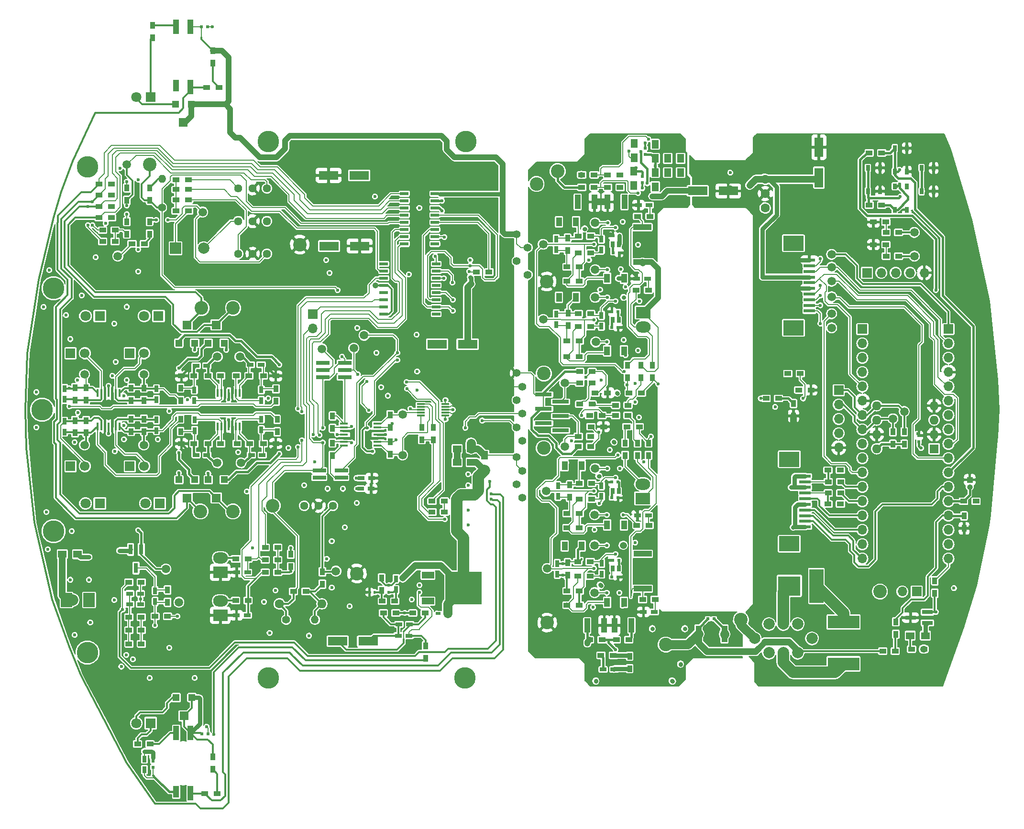
<source format=gtl>
G04 #@! TF.FileFunction,Copper,L1,Top,Signal*
%FSLAX46Y46*%
G04 Gerber Fmt 4.6, Leading zero omitted, Abs format (unit mm)*
G04 Created by KiCad (PCBNEW 4.0.7) date 06/22/19 18:16:54*
%MOMM*%
%LPD*%
G01*
G04 APERTURE LIST*
%ADD10C,0.100000*%
%ADD11C,1.440000*%
%ADD12R,2.600000X2.000000*%
%ADD13O,2.600000X2.000000*%
%ADD14R,2.000000X2.000000*%
%ADD15C,2.000000*%
%ADD16R,0.650000X1.050000*%
%ADD17R,1.700000X1.700000*%
%ADD18O,1.700000X1.700000*%
%ADD19R,1.000000X1.600000*%
%ADD20R,2.000000X2.500000*%
%ADD21R,0.750000X1.200000*%
%ADD22R,1.200000X0.750000*%
%ADD23C,1.600000*%
%ADD24O,1.600000X1.600000*%
%ADD25R,3.500000X1.600000*%
%ADD26R,1.500000X1.250000*%
%ADD27R,1.250000X1.500000*%
%ADD28R,1.000000X2.500000*%
%ADD29C,1.700000*%
%ADD30R,1.800000X1.800000*%
%ADD31C,1.800000*%
%ADD32R,0.900000X1.200000*%
%ADD33R,1.200000X0.900000*%
%ADD34R,1.500000X1.300000*%
%ADD35R,5.600000X2.300000*%
%ADD36R,2.400000X0.740000*%
%ADD37C,2.400000*%
%ADD38R,3.000000X0.650000*%
%ADD39R,2.000000X0.610000*%
%ADD40R,3.600000X2.680000*%
%ADD41R,2.500000X6.000000*%
%ADD42R,4.000000X3.500000*%
%ADD43R,1.300000X1.500000*%
%ADD44R,0.800000X1.800000*%
%ADD45R,2.200000X1.200000*%
%ADD46R,6.400000X5.800000*%
%ADD47R,3.050000X2.750000*%
%ADD48R,1.900000X0.800000*%
%ADD49R,0.700000X1.000000*%
%ADD50R,1.200000X1.200000*%
%ADD51R,1.600000X1.500000*%
%ADD52R,0.450000X1.450000*%
%ADD53R,1.000000X2.000000*%
%ADD54R,1.600000X1.600000*%
%ADD55C,1.500000*%
%ADD56R,0.600000X0.500000*%
%ADD57R,0.500000X0.600000*%
%ADD58R,1.000000X1.000000*%
%ADD59O,1.000000X1.000000*%
%ADD60R,1.000000X3.000000*%
%ADD61R,1.600000X3.500000*%
%ADD62C,1.400000*%
%ADD63O,1.400000X1.400000*%
%ADD64R,0.400000X0.600000*%
%ADD65R,3.200000X1.000000*%
%ADD66R,1.400000X0.300000*%
%ADD67R,1.500000X0.600000*%
%ADD68R,1.450000X0.450000*%
%ADD69C,3.800000*%
%ADD70C,0.600000*%
%ADD71C,1.200000*%
%ADD72C,0.800000*%
%ADD73C,0.200000*%
%ADD74C,0.300000*%
%ADD75C,1.000000*%
%ADD76C,0.400000*%
%ADD77C,1.600000*%
%ADD78C,2.000000*%
G04 APERTURE END LIST*
D10*
D11*
X111400000Y-117000000D03*
X113940000Y-117000000D03*
X116480000Y-117000000D03*
D12*
X171400000Y-82800000D03*
D13*
X171400000Y-85340000D03*
D14*
X88600000Y-71400000D03*
D15*
X93600000Y-71400000D03*
D16*
X220675000Y-61325000D03*
X220675000Y-57175000D03*
X222825000Y-61325000D03*
X222825000Y-57175000D03*
D17*
X210185000Y-85725000D03*
D18*
X210185000Y-88265000D03*
X210185000Y-90805000D03*
X210185000Y-93345000D03*
X210185000Y-95885000D03*
X210185000Y-98425000D03*
X210185000Y-100965000D03*
X210185000Y-103505000D03*
X210185000Y-106045000D03*
X210185000Y-108585000D03*
X210185000Y-111125000D03*
X210185000Y-113665000D03*
X210185000Y-116205000D03*
X210185000Y-118745000D03*
X210185000Y-121285000D03*
X210185000Y-123825000D03*
X210185000Y-126365000D03*
D17*
X225425000Y-85725000D03*
D18*
X225425000Y-88265000D03*
X225425000Y-90805000D03*
X225425000Y-93345000D03*
X225425000Y-95885000D03*
X225425000Y-98425000D03*
X225425000Y-100965000D03*
X225425000Y-103505000D03*
X225425000Y-106045000D03*
X225425000Y-108585000D03*
X225425000Y-111125000D03*
X225425000Y-113665000D03*
X225425000Y-116205000D03*
X225425000Y-118745000D03*
X225425000Y-121285000D03*
X225425000Y-123825000D03*
X225425000Y-126365000D03*
D19*
X159500000Y-80100000D03*
X156500000Y-80100000D03*
D20*
X69300000Y-133700000D03*
X73300000Y-133700000D03*
D21*
X69000000Y-103950000D03*
X69000000Y-102050000D03*
D22*
X80500000Y-132550000D03*
X82400000Y-132550000D03*
X80500000Y-134450000D03*
X82400000Y-134450000D03*
X101350000Y-128800000D03*
X99450000Y-128800000D03*
X101300000Y-136400000D03*
X99400000Y-136400000D03*
D21*
X85250000Y-103700000D03*
X85250000Y-101800000D03*
X85250000Y-96300000D03*
X85250000Y-98200000D03*
X85000000Y-132050000D03*
X85000000Y-133950000D03*
X69000000Y-96250000D03*
X69000000Y-98150000D03*
D22*
X94150000Y-108000000D03*
X92250000Y-108000000D03*
D21*
X92000000Y-101800000D03*
X92000000Y-103700000D03*
D22*
X102050000Y-108000000D03*
X103950000Y-108000000D03*
D21*
X103800000Y-101650000D03*
X103800000Y-103550000D03*
D22*
X101850000Y-92000000D03*
X103750000Y-92000000D03*
X94150000Y-92200000D03*
X92250000Y-92200000D03*
D21*
X103800000Y-98350000D03*
X103800000Y-96450000D03*
X91950000Y-98400000D03*
X91950000Y-96500000D03*
D23*
X107000000Y-134400000D03*
D24*
X114500000Y-134400000D03*
D22*
X121450000Y-112100000D03*
X123350000Y-112100000D03*
X123250000Y-114000000D03*
X121350000Y-114000000D03*
D21*
X83100000Y-161850000D03*
X83100000Y-163750000D03*
D25*
X115800000Y-71000000D03*
X121200000Y-71000000D03*
X115700000Y-58500000D03*
X121100000Y-58500000D03*
X140300000Y-88400000D03*
X134900000Y-88400000D03*
D26*
X140950000Y-106900000D03*
X138450000Y-106900000D03*
X140950000Y-109300000D03*
X138450000Y-109300000D03*
D22*
X130050000Y-138000000D03*
X128150000Y-138000000D03*
D25*
X117300000Y-141000000D03*
X122700000Y-141000000D03*
D27*
X169800000Y-52850000D03*
X169800000Y-55350000D03*
X175750000Y-58000000D03*
X175750000Y-55500000D03*
D22*
X172450000Y-63750000D03*
X170550000Y-63750000D03*
D21*
X156000000Y-83050000D03*
X156000000Y-84950000D03*
X156200000Y-127250000D03*
X156200000Y-129150000D03*
X164050000Y-127200000D03*
X164050000Y-129100000D03*
D22*
X172150000Y-76800000D03*
X170250000Y-76800000D03*
X173350000Y-135800000D03*
X171450000Y-135800000D03*
D28*
X161500000Y-138200000D03*
X164500000Y-138200000D03*
X159800000Y-63200000D03*
X162800000Y-63200000D03*
D29*
X72560000Y-110000000D03*
D17*
X70000000Y-110000000D03*
D29*
X83060000Y-110000000D03*
D17*
X80500000Y-110000000D03*
D30*
X75200000Y-116600000D03*
D31*
X72660000Y-116600000D03*
D30*
X75200000Y-83400000D03*
D31*
X72660000Y-83400000D03*
D30*
X85600000Y-83400000D03*
D31*
X83060000Y-83400000D03*
D29*
X83060000Y-90000000D03*
D17*
X80500000Y-90000000D03*
D30*
X85800000Y-116600000D03*
D31*
X83260000Y-116600000D03*
D29*
X72560000Y-90000000D03*
D17*
X70000000Y-90000000D03*
D30*
X84200000Y-155500000D03*
D31*
X81660000Y-155500000D03*
D30*
X84200000Y-44600000D03*
D31*
X81660000Y-44600000D03*
D32*
X95200000Y-163700000D03*
X95200000Y-161500000D03*
X95200000Y-38600000D03*
X95200000Y-36400000D03*
X198000000Y-101100000D03*
X198000000Y-98900000D03*
D33*
X212150000Y-70750000D03*
X214350000Y-70750000D03*
X212150000Y-66750000D03*
X214350000Y-66750000D03*
D34*
X221350000Y-140000000D03*
X218650000Y-140000000D03*
D19*
X159500000Y-66700000D03*
X156500000Y-66700000D03*
D33*
X157900000Y-77200000D03*
X160100000Y-77200000D03*
D19*
X168000000Y-76700000D03*
X165000000Y-76700000D03*
D33*
X157900000Y-90600000D03*
X160100000Y-90600000D03*
D19*
X168000000Y-89600000D03*
X165000000Y-89600000D03*
X160500000Y-124100000D03*
X157500000Y-124100000D03*
D33*
X157900000Y-134600000D03*
X160100000Y-134600000D03*
D19*
X160500000Y-109900000D03*
X157500000Y-109900000D03*
D33*
X157900000Y-120900000D03*
X160100000Y-120900000D03*
D19*
X168000000Y-120400000D03*
X165000000Y-120400000D03*
D35*
X206850000Y-145000000D03*
X206850000Y-137600000D03*
D23*
X192975000Y-59185000D03*
X192975000Y-61725000D03*
X192975000Y-64265000D03*
D12*
X96550000Y-128800000D03*
D13*
X96550000Y-126260000D03*
D12*
X96550000Y-136400000D03*
D13*
X96550000Y-133860000D03*
D36*
X117950000Y-112035000D03*
X114050000Y-112035000D03*
X117950000Y-110765000D03*
X114050000Y-110765000D03*
X114650000Y-91730000D03*
X118550000Y-91730000D03*
X114650000Y-93000000D03*
X118550000Y-93000000D03*
X114650000Y-94270000D03*
X118550000Y-94270000D03*
D37*
X93000000Y-118000000D03*
X98800000Y-118000000D03*
X93200000Y-82000000D03*
X98800000Y-82000000D03*
X105800000Y-117000000D03*
X84000000Y-56600000D03*
D38*
X153750000Y-97325000D03*
X153750000Y-99865000D03*
X153750000Y-102405000D03*
X156750000Y-98595000D03*
X156750000Y-101135000D03*
X156750000Y-103675000D03*
D39*
X200800000Y-73500000D03*
X200800000Y-74500000D03*
X200800000Y-75500000D03*
X200800000Y-76500000D03*
X200800000Y-77500000D03*
X200800000Y-78500000D03*
X200800000Y-79500000D03*
X200800000Y-80500000D03*
X200800000Y-81500000D03*
X200800000Y-82500000D03*
D40*
X198000000Y-70510000D03*
X198000000Y-85490000D03*
D41*
X202050000Y-131200000D03*
D42*
X197264000Y-131200000D03*
D37*
X175400000Y-141600000D03*
X188700000Y-137200000D03*
X154300000Y-77300000D03*
X154400000Y-137700000D03*
X156250000Y-57750000D03*
X152500000Y-60000000D03*
D17*
X211000000Y-75750000D03*
D18*
X213540000Y-75750000D03*
X216080000Y-75750000D03*
X218620000Y-75750000D03*
X221160000Y-75750000D03*
D37*
X213300000Y-132200000D03*
D17*
X219800000Y-132200000D03*
D18*
X217260000Y-132200000D03*
D37*
X153800000Y-93600000D03*
D43*
X143300000Y-108050000D03*
X143300000Y-110750000D03*
D44*
X82550000Y-124750000D03*
X80650000Y-124750000D03*
X81600000Y-128050000D03*
D45*
X133300000Y-129320000D03*
X133300000Y-133880000D03*
D46*
X139600000Y-131600000D03*
D47*
X141275000Y-133125000D03*
X137925000Y-130075000D03*
X141275000Y-130075000D03*
X137925000Y-133125000D03*
D48*
X221700000Y-137750000D03*
X221700000Y-135850000D03*
X218700000Y-136800000D03*
D49*
X165950000Y-70700000D03*
X167050000Y-70700000D03*
X165950000Y-84100000D03*
X167050000Y-84100000D03*
X165950000Y-128100000D03*
X167050000Y-128100000D03*
X165950000Y-114400000D03*
X167050000Y-114400000D03*
D34*
X68550000Y-125600000D03*
X71250000Y-125600000D03*
D32*
X70800000Y-104100000D03*
X70800000Y-101900000D03*
X72800000Y-104100000D03*
X72800000Y-101900000D03*
D33*
X80350000Y-130550000D03*
X82550000Y-130550000D03*
X101450000Y-126400000D03*
X99250000Y-126400000D03*
X101450000Y-133800000D03*
X99250000Y-133800000D03*
X82550000Y-141450000D03*
X80350000Y-141450000D03*
X82550000Y-136750000D03*
X80350000Y-136750000D03*
X82550000Y-139050000D03*
X80350000Y-139050000D03*
D32*
X80750000Y-103850000D03*
X80750000Y-101650000D03*
X83000000Y-103850000D03*
X83000000Y-101650000D03*
D33*
X85000000Y-136600000D03*
X87200000Y-136600000D03*
D32*
X80750000Y-96150000D03*
X80750000Y-98350000D03*
X83000000Y-96150000D03*
X83000000Y-98350000D03*
X87200000Y-131900000D03*
X87200000Y-134100000D03*
X72800000Y-96100000D03*
X72800000Y-98300000D03*
X70800000Y-96100000D03*
X70800000Y-98300000D03*
X116400000Y-101100000D03*
X116400000Y-103300000D03*
X116400000Y-108100000D03*
X116400000Y-105900000D03*
X89500000Y-103850000D03*
X89500000Y-101650000D03*
D33*
X89650000Y-106000000D03*
X91850000Y-106000000D03*
X134000000Y-116200000D03*
X136200000Y-116200000D03*
D32*
X106600000Y-103900000D03*
X106600000Y-101700000D03*
D33*
X81900000Y-159200000D03*
X84100000Y-159200000D03*
D32*
X84500000Y-34100000D03*
X84500000Y-31900000D03*
D33*
X96600000Y-106000000D03*
X94400000Y-106000000D03*
X106350000Y-106000000D03*
X104150000Y-106000000D03*
X96000000Y-168000000D03*
X93800000Y-168000000D03*
X96300000Y-42900000D03*
X94100000Y-42900000D03*
X99500000Y-106000000D03*
X101700000Y-106000000D03*
D32*
X126600000Y-107900000D03*
X126600000Y-105700000D03*
X126600000Y-100900000D03*
X126600000Y-103100000D03*
X106400000Y-96300000D03*
X106400000Y-98500000D03*
X89500000Y-96150000D03*
X89500000Y-98350000D03*
D33*
X106350000Y-94000000D03*
X104150000Y-94000000D03*
X89650000Y-94000000D03*
X91850000Y-94000000D03*
X99400000Y-94000000D03*
X101600000Y-94000000D03*
D32*
X134200000Y-105300000D03*
X134200000Y-103100000D03*
X132200000Y-105300000D03*
X132200000Y-103100000D03*
D33*
X96600000Y-94000000D03*
X94400000Y-94000000D03*
X106700000Y-126600000D03*
X104500000Y-126600000D03*
X106700000Y-128800000D03*
X104500000Y-128800000D03*
X106700000Y-124400000D03*
X104500000Y-124400000D03*
D32*
X109000000Y-125600000D03*
X109000000Y-127800000D03*
X114600000Y-130900000D03*
X114600000Y-128700000D03*
D33*
X77300000Y-60000000D03*
X75100000Y-60000000D03*
X77300000Y-66000000D03*
X75100000Y-66000000D03*
X77300000Y-64000000D03*
X75100000Y-64000000D03*
X77300000Y-62000000D03*
X75100000Y-62000000D03*
X109500000Y-132200000D03*
X111700000Y-132200000D03*
D32*
X80000000Y-62900000D03*
X80000000Y-60700000D03*
D33*
X88700000Y-59300000D03*
X90900000Y-59300000D03*
X88700000Y-64800000D03*
X90900000Y-64800000D03*
X88700000Y-61000000D03*
X90900000Y-61000000D03*
D32*
X84000000Y-62900000D03*
X84000000Y-60700000D03*
D33*
X83100000Y-70600000D03*
X80900000Y-70600000D03*
X77900000Y-70200000D03*
X75700000Y-70200000D03*
X77900000Y-68200000D03*
X75700000Y-68200000D03*
D32*
X84000000Y-66700000D03*
X84000000Y-68900000D03*
X80000000Y-66700000D03*
X80000000Y-68900000D03*
D33*
X193150000Y-98000000D03*
X195350000Y-98000000D03*
D32*
X132900000Y-141800000D03*
X132900000Y-144000000D03*
D33*
X216000000Y-142750000D03*
X213800000Y-142750000D03*
X161900000Y-140750000D03*
X164100000Y-140750000D03*
X166650000Y-140750000D03*
X168850000Y-140750000D03*
X166100000Y-143500000D03*
X163900000Y-143500000D03*
X132800000Y-136000000D03*
X130600000Y-136000000D03*
X127600000Y-136000000D03*
X125400000Y-136000000D03*
D32*
X125100000Y-132000000D03*
X125100000Y-129800000D03*
D33*
X167300000Y-58400000D03*
X165100000Y-58400000D03*
X162700000Y-58400000D03*
X160500000Y-58400000D03*
X160500000Y-60600000D03*
X162700000Y-60600000D03*
D32*
X216100000Y-137550000D03*
X216100000Y-139750000D03*
D33*
X204100000Y-116700000D03*
X206300000Y-116700000D03*
D32*
X228200000Y-121000000D03*
X228200000Y-118800000D03*
D33*
X206350000Y-114750000D03*
X204150000Y-114750000D03*
X213600000Y-63750000D03*
X211400000Y-63750000D03*
X211400000Y-54500000D03*
X213600000Y-54500000D03*
X197000000Y-93600000D03*
X199200000Y-93600000D03*
X198900000Y-96500000D03*
X201100000Y-96500000D03*
X204100000Y-110700000D03*
X206300000Y-110700000D03*
X206350000Y-112750000D03*
X204150000Y-112750000D03*
X214400000Y-72800000D03*
X216600000Y-72800000D03*
X214400000Y-68600000D03*
X216600000Y-68600000D03*
D32*
X217600000Y-106100000D03*
X217600000Y-103900000D03*
X215600000Y-106100000D03*
X215600000Y-103900000D03*
D33*
X162350000Y-95250000D03*
X160150000Y-95250000D03*
X162350000Y-93250000D03*
X160150000Y-93250000D03*
X165100000Y-97000000D03*
X162900000Y-97000000D03*
X162350000Y-99000000D03*
X160150000Y-99000000D03*
X168700000Y-99200000D03*
X166500000Y-99200000D03*
D32*
X171000000Y-92100000D03*
X171000000Y-94300000D03*
X168600000Y-92100000D03*
X168600000Y-94300000D03*
X158000000Y-69600000D03*
X158000000Y-71800000D03*
D33*
X157900000Y-74700000D03*
X160100000Y-74700000D03*
X162100000Y-72250000D03*
X159900000Y-72250000D03*
X162100000Y-69250000D03*
X159900000Y-69250000D03*
X162100000Y-104750000D03*
X159900000Y-104750000D03*
X162100000Y-106500000D03*
X159900000Y-106500000D03*
X164350000Y-103000000D03*
X162150000Y-103000000D03*
X164100000Y-101000000D03*
X161900000Y-101000000D03*
X171100000Y-97000000D03*
X168900000Y-97000000D03*
X168700000Y-101000000D03*
X166500000Y-101000000D03*
D32*
X173000000Y-92100000D03*
X173000000Y-94300000D03*
X170400000Y-108100000D03*
X170400000Y-105900000D03*
X172350000Y-108100000D03*
X172350000Y-105900000D03*
X158100000Y-82900000D03*
X158100000Y-85100000D03*
D33*
X157900000Y-87800000D03*
X160100000Y-87800000D03*
D32*
X158000000Y-127100000D03*
X158000000Y-129300000D03*
D33*
X157900000Y-132100000D03*
X160100000Y-132100000D03*
X162100000Y-85250000D03*
X159900000Y-85250000D03*
X162100000Y-83000000D03*
X159900000Y-83000000D03*
X162000000Y-129500000D03*
X159800000Y-129500000D03*
X173500000Y-133600000D03*
X171300000Y-133600000D03*
X168500000Y-103000000D03*
X170700000Y-103000000D03*
D32*
X168200000Y-108100000D03*
X168200000Y-105900000D03*
X158400000Y-113300000D03*
X158400000Y-115500000D03*
D33*
X157900000Y-118400000D03*
X160100000Y-118400000D03*
X162300000Y-115800000D03*
X160100000Y-115800000D03*
X172450000Y-120450000D03*
X170250000Y-120450000D03*
D50*
X91500000Y-150980000D03*
X88700000Y-150980000D03*
D51*
X90100000Y-154220000D03*
D50*
X91400000Y-45880000D03*
X88600000Y-45880000D03*
D51*
X90000000Y-49120000D03*
D50*
X92000000Y-112380000D03*
X89200000Y-112380000D03*
D51*
X90600000Y-115620000D03*
D50*
X97200000Y-112380000D03*
X94400000Y-112380000D03*
D51*
X95800000Y-115620000D03*
D50*
X89200000Y-88220000D03*
X92000000Y-88220000D03*
D51*
X90600000Y-84980000D03*
D50*
X94400000Y-88220000D03*
X97200000Y-88220000D03*
D51*
X95800000Y-84980000D03*
D15*
X198740000Y-143040000D03*
X196200000Y-143040000D03*
X193660000Y-143040000D03*
X198740000Y-137960000D03*
X196200000Y-137960000D03*
X193660000Y-137960000D03*
X201280000Y-140500000D03*
X191120000Y-140500000D03*
D52*
X74800000Y-102950000D03*
X75450000Y-102950000D03*
X76100000Y-102950000D03*
X76750000Y-102950000D03*
X77400000Y-102950000D03*
X78050000Y-102950000D03*
X78700000Y-102950000D03*
X78700000Y-97050000D03*
X78050000Y-97050000D03*
X77400000Y-97050000D03*
X76750000Y-97050000D03*
X76100000Y-97050000D03*
X75450000Y-97050000D03*
X74800000Y-97050000D03*
D28*
X88730000Y-32166000D03*
X91270000Y-32166000D03*
X91270000Y-42834000D03*
D53*
X88730000Y-42580000D03*
D54*
X222900000Y-106900000D03*
D24*
X212740000Y-99280000D03*
X222900000Y-104360000D03*
X212740000Y-101820000D03*
X222900000Y-101820000D03*
X212740000Y-104360000D03*
X222900000Y-99280000D03*
X212740000Y-106900000D03*
D11*
X104800000Y-60800000D03*
X102260000Y-60800000D03*
X99720000Y-60800000D03*
X104800000Y-66600000D03*
X102260000Y-66600000D03*
X99720000Y-66600000D03*
X104800000Y-72400000D03*
X102260000Y-72400000D03*
X99720000Y-72400000D03*
D55*
X72500000Y-106250000D03*
X83000000Y-106250000D03*
X83000000Y-93750000D03*
X86900000Y-128200000D03*
X72500000Y-93750000D03*
X122000000Y-86800000D03*
X120150000Y-89100000D03*
X114500000Y-89200000D03*
X96000000Y-109400000D03*
X100200000Y-109400000D03*
X128800000Y-100800000D03*
X128800000Y-108000000D03*
X100000000Y-90600000D03*
X96000000Y-90600000D03*
X117000000Y-128600000D03*
X80000000Y-56600000D03*
X93400000Y-65000000D03*
X78400000Y-72800000D03*
X219400000Y-68600000D03*
X204750000Y-85500000D03*
X204750000Y-74750000D03*
X204750000Y-72500000D03*
X204750000Y-83000000D03*
X204750000Y-80000000D03*
X204750000Y-77250000D03*
X157500000Y-95250000D03*
X153700000Y-70700000D03*
X157500000Y-106500000D03*
X162900000Y-66900000D03*
X162900000Y-75200000D03*
X154400000Y-128100000D03*
X162900000Y-80100000D03*
X163000000Y-88000000D03*
X162800000Y-132400000D03*
X162800000Y-124000000D03*
X162800000Y-118600000D03*
X89200000Y-134100000D03*
D19*
X168000000Y-134100000D03*
X165000000Y-134100000D03*
D56*
X93250000Y-157400000D03*
X94350000Y-157400000D03*
X93150000Y-32200000D03*
X94250000Y-32200000D03*
D57*
X84600000Y-162250000D03*
X84600000Y-163350000D03*
D56*
X166050000Y-72200000D03*
X167150000Y-72200000D03*
X165850000Y-82600000D03*
X166950000Y-82600000D03*
X165850000Y-85400000D03*
X166950000Y-85400000D03*
X165850000Y-115600000D03*
X166950000Y-115600000D03*
X165850000Y-112800000D03*
X166950000Y-112800000D03*
X165850000Y-129600000D03*
X166950000Y-129600000D03*
D27*
X173500000Y-60500000D03*
X173500000Y-58000000D03*
X169750000Y-60250000D03*
X169750000Y-57750000D03*
D57*
X171750000Y-54800000D03*
X171750000Y-53700000D03*
D16*
X211175000Y-61325000D03*
X211175000Y-57175000D03*
X213325000Y-61325000D03*
X213325000Y-57175000D03*
X215925000Y-64575000D03*
X215925000Y-60425000D03*
X218075000Y-64575000D03*
X218075000Y-60425000D03*
X215925000Y-57825000D03*
X215925000Y-53675000D03*
X218075000Y-57825000D03*
X218075000Y-53675000D03*
D39*
X200050000Y-111750000D03*
X200050000Y-112750000D03*
X200050000Y-113750000D03*
X200050000Y-114750000D03*
X200050000Y-115750000D03*
X200050000Y-116750000D03*
X200050000Y-117750000D03*
X200050000Y-118750000D03*
X200050000Y-119750000D03*
X200050000Y-120750000D03*
D40*
X197250000Y-108760000D03*
X197250000Y-123740000D03*
D57*
X220200000Y-105650000D03*
X220200000Y-104550000D03*
D32*
X223000000Y-132500000D03*
X223000000Y-130300000D03*
D33*
X221100000Y-142400000D03*
X218900000Y-142400000D03*
X230300000Y-116200000D03*
X228100000Y-116200000D03*
D37*
X153800000Y-106800000D03*
D55*
X154200000Y-114400000D03*
D58*
X229200000Y-112400000D03*
D59*
X229200000Y-113670000D03*
D33*
X134000000Y-118100000D03*
X136200000Y-118100000D03*
D22*
X129950000Y-140000000D03*
X128050000Y-140000000D03*
D60*
X181200000Y-139700000D03*
X185800000Y-139700000D03*
D22*
X164300000Y-146000000D03*
X166200000Y-146000000D03*
D56*
X136350000Y-136100000D03*
X135250000Y-136100000D03*
D21*
X127600000Y-129950000D03*
X127600000Y-131850000D03*
D61*
X202500000Y-58900000D03*
X202500000Y-53500000D03*
D27*
X178000000Y-55500000D03*
X178000000Y-58000000D03*
D57*
X171250000Y-59800000D03*
X171250000Y-58700000D03*
D27*
X173500000Y-55500000D03*
X173500000Y-53000000D03*
D21*
X156000000Y-69750000D03*
X156000000Y-71650000D03*
X164000000Y-69800000D03*
X164000000Y-71700000D03*
X156300000Y-113450000D03*
X156300000Y-115350000D03*
D56*
X166050000Y-69200000D03*
X167150000Y-69200000D03*
D21*
X164000000Y-113450000D03*
X164000000Y-115350000D03*
D28*
X166300000Y-138200000D03*
X169300000Y-138200000D03*
D56*
X165950000Y-126650000D03*
X167050000Y-126650000D03*
D22*
X172300000Y-118700000D03*
X170400000Y-118700000D03*
D28*
X165100000Y-63200000D03*
X168100000Y-63200000D03*
D17*
X206000000Y-96550000D03*
D18*
X206000000Y-99090000D03*
X206000000Y-101630000D03*
X206000000Y-104170000D03*
X206000000Y-106710000D03*
D55*
X219400000Y-72800000D03*
X215600000Y-101600000D03*
X217600000Y-100300000D03*
X153700000Y-84000000D03*
X162900000Y-110400000D03*
D12*
X171300000Y-115700000D03*
D13*
X171300000Y-113160000D03*
D62*
X108200000Y-137200000D03*
D63*
X113280000Y-137200000D03*
D33*
X88700000Y-62800000D03*
X90900000Y-62800000D03*
D62*
X86200000Y-64200000D03*
D63*
X86200000Y-59120000D03*
D33*
X141900000Y-75600000D03*
X144100000Y-75600000D03*
D32*
X169000000Y-143650000D03*
X169000000Y-145850000D03*
D33*
X125200000Y-133900000D03*
X127400000Y-133900000D03*
D64*
X122950000Y-132300000D03*
X123850000Y-132300000D03*
D33*
X165100000Y-60600000D03*
X167300000Y-60600000D03*
X172600000Y-65750000D03*
X170400000Y-65750000D03*
D65*
X171250000Y-67650000D03*
X171250000Y-73850000D03*
D33*
X162000000Y-126900000D03*
X159800000Y-126900000D03*
X172300000Y-78800000D03*
X170100000Y-78800000D03*
D65*
X171300000Y-125500000D03*
X171300000Y-131700000D03*
D33*
X162300000Y-113000000D03*
X160100000Y-113000000D03*
D28*
X88730000Y-157266000D03*
X91270000Y-157266000D03*
X91270000Y-167934000D03*
D53*
X88730000Y-167680000D03*
D66*
X132000000Y-99000000D03*
X132000000Y-99500000D03*
X132000000Y-100000000D03*
X132000000Y-100500000D03*
X132000000Y-101000000D03*
X136400000Y-101000000D03*
X136400000Y-100500000D03*
X136400000Y-100000000D03*
X136400000Y-99500000D03*
X136400000Y-99000000D03*
D67*
X129100000Y-61755000D03*
X129100000Y-63025000D03*
X129100000Y-64295000D03*
X129100000Y-65565000D03*
X129100000Y-66835000D03*
X129100000Y-68105000D03*
X129100000Y-69375000D03*
X129100000Y-70645000D03*
X134500000Y-70645000D03*
X134500000Y-69375000D03*
X134500000Y-68105000D03*
X134500000Y-66835000D03*
X134500000Y-65565000D03*
X134500000Y-64295000D03*
X134500000Y-63025000D03*
X134500000Y-61755000D03*
X125450000Y-74155000D03*
X125450000Y-75425000D03*
X125450000Y-76695000D03*
X125450000Y-77965000D03*
X125450000Y-79235000D03*
X125450000Y-80505000D03*
X125450000Y-81775000D03*
X125450000Y-83045000D03*
X134750000Y-83045000D03*
X134750000Y-81775000D03*
X134750000Y-80505000D03*
X134750000Y-79235000D03*
X134750000Y-77965000D03*
X134750000Y-76695000D03*
X134750000Y-75425000D03*
X134750000Y-74155000D03*
D68*
X118450000Y-102450000D03*
X118450000Y-103100000D03*
X118450000Y-103750000D03*
X118450000Y-104400000D03*
X118450000Y-105050000D03*
X118450000Y-105700000D03*
X118450000Y-106350000D03*
X124350000Y-106350000D03*
X124350000Y-105700000D03*
X124350000Y-105050000D03*
X124350000Y-104400000D03*
X124350000Y-103750000D03*
X124350000Y-103100000D03*
X124350000Y-102450000D03*
D52*
X96050000Y-102950000D03*
X96700000Y-102950000D03*
X97350000Y-102950000D03*
X98000000Y-102950000D03*
X98650000Y-102950000D03*
X99300000Y-102950000D03*
X99950000Y-102950000D03*
X99950000Y-97050000D03*
X99300000Y-97050000D03*
X98650000Y-97050000D03*
X98000000Y-97050000D03*
X97350000Y-97050000D03*
X96700000Y-97050000D03*
X96050000Y-97050000D03*
D21*
X164000000Y-83300000D03*
X164000000Y-85200000D03*
D56*
X182850000Y-137000000D03*
X183950000Y-137000000D03*
D25*
X181050000Y-61250000D03*
X186450000Y-61250000D03*
D69*
X67000000Y-121500000D03*
X67000000Y-78500000D03*
X73000000Y-57000000D03*
X73000000Y-143000000D03*
X139800000Y-147500000D03*
X140000000Y-52500000D03*
X105000000Y-147500000D03*
X105000000Y-52500000D03*
X65000000Y-100000000D03*
D62*
X149000000Y-98300000D03*
X150000000Y-95900000D03*
X150000000Y-110800000D03*
X149000000Y-73700000D03*
X149000000Y-108400000D03*
X150900000Y-71300000D03*
X149000000Y-113200000D03*
X149000000Y-93500000D03*
X150000000Y-105500000D03*
X150000000Y-100700000D03*
X150000000Y-115600000D03*
X149000000Y-103100000D03*
D37*
X120700000Y-129000000D03*
X110600000Y-70750000D03*
D62*
X149000000Y-68900000D03*
X150900000Y-76100000D03*
D17*
X112900000Y-83100000D03*
D18*
X112900000Y-85640000D03*
D70*
X79000000Y-145500000D03*
X140300000Y-88400000D03*
X79900000Y-143400000D03*
X84600000Y-161650000D03*
X95400000Y-157500000D03*
X91300000Y-157300000D03*
X91400000Y-45880000D03*
X140800000Y-76500000D03*
X135400000Y-61800000D03*
X196750000Y-76500000D03*
X190250000Y-60250000D03*
X66250000Y-75300000D03*
X65250000Y-81800000D03*
X64000000Y-96900000D03*
X64000000Y-103100000D03*
X66000000Y-124750000D03*
X70250000Y-121500000D03*
X70750000Y-139900000D03*
X65750000Y-118100000D03*
X81050000Y-144200000D03*
X87510000Y-142150000D03*
X77750000Y-133700000D03*
X70000000Y-130100000D03*
X73300000Y-130100000D03*
X88950000Y-136600000D03*
X218075000Y-64575000D03*
X218075000Y-60425000D03*
X213325000Y-61325000D03*
X219900000Y-126800000D03*
X134900000Y-88400000D03*
X134750000Y-83045000D03*
X134500000Y-70600000D03*
X94100000Y-156100000D03*
X88730000Y-167680000D03*
X78700000Y-124950000D03*
X82400000Y-133500000D03*
X73300000Y-133700000D03*
X95100000Y-32200000D03*
X88730000Y-42580000D03*
X140800000Y-73500000D03*
X186450000Y-61250000D03*
X201100000Y-97500000D03*
X221800000Y-113400000D03*
X219000000Y-135400000D03*
X220000000Y-104200000D03*
X229200000Y-120750000D03*
X199750000Y-104100000D03*
X218075000Y-53675000D03*
X213250000Y-57250000D03*
X222825000Y-57175000D03*
X222750000Y-61250000D03*
X218000000Y-58000000D03*
X202400000Y-53400000D03*
X212150000Y-66750000D03*
X196750000Y-78500000D03*
X196750000Y-73500000D03*
X161050000Y-67950000D03*
X163750000Y-78750000D03*
X166800000Y-97100000D03*
X166200000Y-105700000D03*
X163600000Y-111750000D03*
X162750000Y-121250000D03*
X163925000Y-131175000D03*
X162500000Y-135000000D03*
X163000000Y-148100000D03*
X178000000Y-145100000D03*
X176600000Y-148100000D03*
X182700000Y-142800000D03*
X84000000Y-147500000D03*
X92000000Y-147500000D03*
X73500000Y-137700000D03*
X68500000Y-126500000D03*
X171000000Y-54300000D03*
X192200000Y-98000000D03*
X197950000Y-120800000D03*
X140900000Y-105900000D03*
X140400000Y-117800000D03*
X70400000Y-133700000D03*
X140400000Y-120400000D03*
X158700000Y-105500000D03*
X165500000Y-107100000D03*
X170000000Y-98600000D03*
X169950000Y-95300000D03*
X181000000Y-61200000D03*
X181200000Y-139700000D03*
X159800000Y-63200000D03*
X161500000Y-141400000D03*
X173000000Y-62200000D03*
X172100000Y-59900000D03*
X161500000Y-138200000D03*
X73300000Y-126100000D03*
X80550000Y-134450000D03*
X113000000Y-104400000D03*
X111000000Y-105400000D03*
X71250000Y-111500000D03*
X65000000Y-109500000D03*
X65000000Y-110500000D03*
X65000000Y-111500000D03*
X70250000Y-94500000D03*
X65200000Y-92500000D03*
X65200000Y-93500000D03*
X65200000Y-94500000D03*
X113940000Y-119000000D03*
X100025000Y-85275000D03*
X101850000Y-77000000D03*
X101000000Y-69500000D03*
X112250000Y-75000000D03*
X120250000Y-77000000D03*
X117500000Y-77000000D03*
X114000000Y-77000000D03*
X109500000Y-77000000D03*
X106000000Y-77000000D03*
X108500000Y-81500000D03*
X105750000Y-83500000D03*
X108500000Y-83500000D03*
X108500000Y-79500000D03*
X105750000Y-86250000D03*
X105750000Y-88750000D03*
X78500000Y-67000000D03*
X75500000Y-74500000D03*
X75500000Y-78000000D03*
X72250000Y-81750000D03*
X74250000Y-81500000D03*
X71500000Y-85000000D03*
X71750000Y-86750000D03*
X84250000Y-114500000D03*
X70000000Y-100750000D03*
X74000000Y-113500000D03*
X87250000Y-113500000D03*
X78750000Y-117500000D03*
X82050000Y-64600000D03*
X82000000Y-102750000D03*
X81750000Y-97250000D03*
X84250000Y-101000000D03*
X98000000Y-100000000D03*
X95700000Y-100000000D03*
X101750000Y-100100000D03*
X108500000Y-100000000D03*
X108150000Y-90350000D03*
X127500000Y-113700000D03*
X121250000Y-107500000D03*
X111900000Y-124300000D03*
X113100000Y-123100000D03*
X103500000Y-110250000D03*
X98000000Y-107750000D03*
X84750000Y-95000000D03*
X87000000Y-92750000D03*
X81250000Y-66250000D03*
X82550000Y-69600000D03*
X87500000Y-65500000D03*
X100250000Y-64800000D03*
X96500000Y-65500000D03*
X117250000Y-62750000D03*
X118500000Y-69000000D03*
X113500000Y-69250000D03*
X124700000Y-125000000D03*
X136750000Y-120250000D03*
X132500000Y-113700000D03*
X124750000Y-119000000D03*
X92200000Y-111200000D03*
X97400000Y-111200000D03*
X105400000Y-93000000D03*
X109600000Y-98600000D03*
X109600000Y-101400000D03*
X98000000Y-95800000D03*
X138450000Y-99300000D03*
X123400000Y-110800000D03*
X111700000Y-128200000D03*
X111700000Y-130500000D03*
X122500000Y-132300000D03*
X121200000Y-71000000D03*
X127250000Y-78000000D03*
X142900000Y-96800000D03*
X115700000Y-58500000D03*
X122650000Y-104700000D03*
X119900000Y-104400000D03*
X105400000Y-107200000D03*
X88800000Y-89400000D03*
X90800000Y-92800000D03*
X90800000Y-107200000D03*
X98000000Y-104300000D03*
X86800000Y-101200000D03*
X86800000Y-98200000D03*
X94200000Y-89400000D03*
X76750000Y-99050000D03*
X76750000Y-100950000D03*
X114100000Y-104500000D03*
X110300000Y-106600000D03*
X81600000Y-128050000D03*
X85000000Y-138200000D03*
X69800000Y-96200000D03*
X69800000Y-99400000D03*
X94400000Y-106000000D03*
X101800000Y-106000000D03*
X89200000Y-107600000D03*
X101600000Y-94000000D03*
X107000000Y-92000000D03*
X89200000Y-92600000D03*
X79500000Y-102750000D03*
X80000000Y-94750000D03*
X77875000Y-107375000D03*
X129900000Y-76000000D03*
X131750000Y-64250000D03*
X115900000Y-75750000D03*
X115250000Y-73500000D03*
X125000000Y-96000000D03*
X129750000Y-138000000D03*
X112250000Y-140000000D03*
X105250000Y-139500000D03*
X101250000Y-114500000D03*
X70750000Y-105750000D03*
X71250000Y-94750000D03*
X71300000Y-100500000D03*
X70000000Y-87500000D03*
X69250000Y-83250000D03*
X72000000Y-79750000D03*
X76250000Y-67000000D03*
X78750000Y-57250000D03*
X74500000Y-73000000D03*
X79500000Y-105250000D03*
X85500000Y-105250000D03*
X102250000Y-124500000D03*
X104300000Y-134000000D03*
X99700000Y-107500000D03*
X113250000Y-109250000D03*
X120750000Y-85500000D03*
X115800000Y-71000000D03*
X117200000Y-104400000D03*
X137700000Y-100000000D03*
X124200000Y-89900000D03*
X120600000Y-112100000D03*
X131800000Y-131065000D03*
X132800000Y-136000000D03*
X133400000Y-133900000D03*
X142900000Y-101900000D03*
X153750000Y-102405000D03*
X82000000Y-59250000D03*
X117300000Y-141000000D03*
X106300000Y-132000000D03*
X98000000Y-101750000D03*
X125450000Y-74150000D03*
X125000000Y-79250000D03*
X135800000Y-63000000D03*
X76750000Y-104200000D03*
X168250000Y-78250000D03*
X178750000Y-138800000D03*
X173000000Y-138800000D03*
X170000000Y-123500000D03*
X171500000Y-109250000D03*
X170500000Y-89500000D03*
X170500000Y-70750000D03*
X170750000Y-80750000D03*
X167300000Y-60600000D03*
X168100000Y-63200000D03*
X197600000Y-113750000D03*
X140400000Y-113400000D03*
X140400000Y-111400000D03*
X186800000Y-58000000D03*
X178000000Y-58000000D03*
X163950000Y-94750000D03*
X167300000Y-58400000D03*
X185800000Y-139800000D03*
X173500000Y-56800000D03*
X170100000Y-57165000D03*
X169300000Y-138200000D03*
X170650000Y-101350000D03*
X114650000Y-105800000D03*
X118100000Y-90600000D03*
X117300000Y-78800000D03*
X114650000Y-103200000D03*
X128800000Y-129800000D03*
X136800000Y-136100000D03*
X166300000Y-90300000D03*
X171000000Y-88250000D03*
X172000000Y-80000000D03*
X165400000Y-138200000D03*
X165000000Y-112800000D03*
X167900000Y-115600000D03*
X170550000Y-63750000D03*
X165100000Y-126650000D03*
X165000000Y-82600000D03*
X164750000Y-68750000D03*
X165550000Y-95500000D03*
X165100000Y-97000000D03*
X161000000Y-105650000D03*
X164000000Y-63200000D03*
X167900000Y-129600000D03*
X166650000Y-134700000D03*
X171100000Y-98600000D03*
X158850000Y-109400000D03*
X157550000Y-65950000D03*
X164950000Y-103000000D03*
X170250000Y-76800000D03*
X168000000Y-85400000D03*
X169800000Y-52900000D03*
X168850000Y-54150000D03*
X175750000Y-58000000D03*
X160400000Y-60600000D03*
X169750000Y-60500000D03*
X156500000Y-80000000D03*
X157750000Y-109400000D03*
X157500000Y-124100000D03*
X156500000Y-66700000D03*
X161800000Y-73500000D03*
X160400000Y-58400000D03*
X173300000Y-52800000D03*
X167000000Y-76750000D03*
X168250000Y-90300000D03*
X167750000Y-134700000D03*
X168000000Y-120500000D03*
X194750000Y-99500000D03*
X220600000Y-106800000D03*
X196900000Y-93500000D03*
X216750000Y-57500000D03*
X156000000Y-83150000D03*
X156000000Y-85050000D03*
X157200000Y-127250000D03*
X157200000Y-129300000D03*
X166500000Y-80750000D03*
X164000000Y-85250000D03*
X166500000Y-125550000D03*
X168000000Y-93200000D03*
X162700000Y-70700000D03*
X127850000Y-89940000D03*
X118550000Y-94270000D03*
X114650000Y-91750000D03*
X114650000Y-93000000D03*
X120900000Y-93750000D03*
X73100000Y-67300000D03*
X73100000Y-64000000D03*
X73900000Y-63150000D03*
X73900000Y-67300000D03*
X204750000Y-85500000D03*
X204750000Y-83000000D03*
X204750000Y-72500000D03*
X206300000Y-116700000D03*
X206300000Y-110700000D03*
X226400000Y-131600000D03*
X221000000Y-142400000D03*
X223200000Y-78800000D03*
X230300000Y-116200000D03*
X204750000Y-77250000D03*
X204750000Y-80000000D03*
X228100000Y-116200000D03*
X162750000Y-99000000D03*
X165050000Y-110400000D03*
X82000000Y-121300000D03*
X133600000Y-129300000D03*
X223200000Y-135800000D03*
X165050000Y-75200000D03*
X165150000Y-66900000D03*
X164950000Y-132400000D03*
X165000000Y-88000000D03*
X164950000Y-124000000D03*
X171300000Y-74000000D03*
X89200000Y-134100000D03*
X82550000Y-139050000D03*
X119750000Y-102950000D03*
X119800000Y-105800000D03*
X129500000Y-95100000D03*
X122450000Y-95020000D03*
X122850000Y-100050000D03*
X111000000Y-100300000D03*
X110300000Y-99800000D03*
X80000000Y-63800000D03*
X140800000Y-74500000D03*
X137700000Y-82500000D03*
X136200000Y-69400000D03*
X136100000Y-76700000D03*
X137700000Y-80500000D03*
X80900000Y-70550000D03*
X80000000Y-65400000D03*
X160250000Y-99000000D03*
X161250000Y-94250000D03*
X171000000Y-94350000D03*
X168500000Y-95550000D03*
X144200000Y-112700000D03*
X79250000Y-135350000D03*
X144500000Y-114900000D03*
X144500000Y-115800000D03*
X136200000Y-118100000D03*
X136300000Y-119400000D03*
X137600000Y-77500000D03*
X87250000Y-66400000D03*
X85200000Y-66400000D03*
X136400000Y-101700000D03*
X136400000Y-98300000D03*
X160100000Y-90600000D03*
X162700000Y-84100000D03*
X166900000Y-108000000D03*
X162650000Y-128100000D03*
X162650000Y-114400000D03*
X202750000Y-78000000D03*
X202750000Y-79750000D03*
X202750000Y-81500000D03*
X202750000Y-84750000D03*
X162400000Y-104800000D03*
X161900000Y-101000000D03*
X163500000Y-104000000D03*
X174000000Y-95400000D03*
X107000000Y-107800000D03*
X94400000Y-94050000D03*
X88700000Y-61000000D03*
X219400000Y-72800000D03*
X219400000Y-68600000D03*
X134600000Y-72850000D03*
X97600000Y-89400000D03*
X77300000Y-60000000D03*
X77300000Y-62000000D03*
X77300000Y-64000000D03*
X77300000Y-66000000D03*
X80000000Y-59600000D03*
X198900000Y-96500000D03*
X123900000Y-62250000D03*
X131300000Y-86700000D03*
X131400000Y-96500000D03*
X131400000Y-93250000D03*
X119425000Y-134825000D03*
X116250000Y-131500000D03*
X116250000Y-123250000D03*
X118575000Y-120825000D03*
X120700000Y-116500000D03*
X115500000Y-114000000D03*
X118250000Y-114000000D03*
X111375000Y-113375000D03*
X105000000Y-98000000D03*
X108600000Y-106750000D03*
X90750000Y-98250000D03*
X87500000Y-100250000D03*
X79500000Y-97500000D03*
X77400000Y-94000000D03*
X78000000Y-91500000D03*
X77750000Y-84750000D03*
X80000000Y-81750000D03*
X82000000Y-75500000D03*
X125450000Y-83045000D03*
X124000000Y-78000000D03*
X126200000Y-97500000D03*
X120700000Y-114000000D03*
X115400000Y-126400000D03*
X135800000Y-64800000D03*
X121100000Y-58500000D03*
X125800000Y-104400000D03*
X125400000Y-136000000D03*
X134900000Y-136100000D03*
X130400000Y-133600000D03*
X138600000Y-109100000D03*
X130200000Y-99800000D03*
X139900000Y-103200000D03*
X156750000Y-103675000D03*
X82000000Y-71600000D03*
X122700000Y-141000000D03*
X98000000Y-98250000D03*
X76750000Y-95800000D03*
X171250000Y-67500000D03*
X167400000Y-75100000D03*
X167800000Y-66700000D03*
X140600000Y-75500000D03*
X202750000Y-73250000D03*
X131800000Y-132335000D03*
X164300000Y-146000000D03*
X167250000Y-145850000D03*
X126400000Y-131065000D03*
X126400000Y-132335000D03*
X175750000Y-55500000D03*
X178000000Y-55500000D03*
X171750000Y-52750000D03*
X171250000Y-60750000D03*
X173500000Y-60500000D03*
X156000000Y-69600000D03*
X156000000Y-71800000D03*
X166500000Y-67750000D03*
X164000000Y-71750000D03*
X164050000Y-129100000D03*
X156300000Y-113250000D03*
X156300000Y-115500000D03*
X166500000Y-112050000D03*
X163600000Y-116600000D03*
X160500000Y-101000000D03*
X165050000Y-80100000D03*
X164950000Y-118600000D03*
X171300000Y-125500000D03*
X167300000Y-110400000D03*
X167850000Y-118600000D03*
X129600000Y-96300000D03*
X127600000Y-105300000D03*
X123500000Y-107400000D03*
X127850000Y-91210000D03*
X122550000Y-103250000D03*
X127000000Y-102450000D03*
X89200000Y-111200000D03*
X94400000Y-111250000D03*
X109000000Y-128600000D03*
X109000000Y-124500000D03*
X92000000Y-89400000D03*
X83100000Y-70600000D03*
X80000000Y-69200000D03*
X166500000Y-142500000D03*
X169000000Y-143750000D03*
X129200000Y-136000000D03*
X172300000Y-52100000D03*
X170500000Y-61600000D03*
X216900000Y-62250000D03*
X220750000Y-61250000D03*
X216750000Y-60000000D03*
X199700000Y-98000000D03*
X170400000Y-105900000D03*
X167950000Y-87650000D03*
X167950000Y-80100000D03*
X167200000Y-132400000D03*
X167850000Y-124000000D03*
X171300000Y-131700000D03*
X172750000Y-104750000D03*
X168200000Y-105950000D03*
D71*
X140300000Y-78300000D02*
X140900000Y-77700000D01*
D72*
X140900000Y-77700000D02*
X140900000Y-76600000D01*
X140900000Y-76600000D02*
X140800000Y-76500000D01*
D71*
X140300000Y-88400000D02*
X140300000Y-78300000D01*
D72*
X83100000Y-160500000D02*
X84400000Y-160500000D01*
D73*
X83100000Y-161850000D02*
X83100000Y-160500000D01*
D72*
X84600000Y-160700000D02*
X84600000Y-161650000D01*
X84400000Y-160500000D02*
X84600000Y-160700000D01*
D74*
X84600000Y-162250000D02*
X84600000Y-161650000D01*
D73*
X93150000Y-32200000D02*
X91304000Y-32200000D01*
X91304000Y-32200000D02*
X91270000Y-32166000D01*
X93150000Y-32200000D02*
X93150000Y-34046000D01*
D74*
X93150000Y-34350000D02*
X93150000Y-34046000D01*
X93150000Y-34350000D02*
X95200000Y-36400000D01*
X108900000Y-142100000D02*
X109300000Y-142100000D01*
X99800000Y-142100000D02*
X108900000Y-142100000D01*
X95400000Y-157500000D02*
X95400000Y-146500000D01*
X95400000Y-146500000D02*
X96400000Y-145500000D01*
X96400000Y-145500000D02*
X99800000Y-142100000D01*
X121600000Y-144400000D02*
X132500000Y-144400000D01*
X111600000Y-144400000D02*
X121600000Y-144400000D01*
X109300000Y-142100000D02*
X111600000Y-144400000D01*
X132500000Y-144400000D02*
X132900000Y-144000000D01*
D72*
X91500000Y-150980000D02*
X92780000Y-150980000D01*
X92900000Y-155636000D02*
X91270000Y-157266000D01*
X92900000Y-151100000D02*
X92900000Y-155636000D01*
X92780000Y-150980000D02*
X92900000Y-151100000D01*
X135400000Y-61800000D02*
X146200000Y-61800000D01*
X146200000Y-61800000D02*
X146500000Y-61500000D01*
D75*
X91300000Y-157300000D02*
X91300000Y-157296000D01*
X91300000Y-157296000D02*
X91270000Y-157266000D01*
X90000000Y-49120000D02*
X90280000Y-49120000D01*
X90280000Y-49120000D02*
X91400000Y-48000000D01*
X91400000Y-48000000D02*
X91400000Y-45880000D01*
X95200000Y-36400000D02*
X96800000Y-36400000D01*
X98000000Y-45360000D02*
X97480000Y-45880000D01*
X98000000Y-37600000D02*
X98000000Y-45360000D01*
X96800000Y-36400000D02*
X98000000Y-37600000D01*
X108000000Y-53300000D02*
X108000000Y-53800000D01*
X146500000Y-61500000D02*
X146500000Y-56500000D01*
X146500000Y-56500000D02*
X145300000Y-55300000D01*
X145300000Y-55300000D02*
X138000000Y-55300000D01*
X138000000Y-55300000D02*
X136600000Y-53900000D01*
X136600000Y-53900000D02*
X136600000Y-52400000D01*
X136600000Y-52400000D02*
X135700000Y-51500000D01*
X135700000Y-51500000D02*
X108800000Y-51500000D01*
X108800000Y-51500000D02*
X108000000Y-52300000D01*
X108000000Y-52300000D02*
X108000000Y-53300000D01*
X98300000Y-46700000D02*
X97480000Y-45880000D01*
X98300000Y-50900000D02*
X98300000Y-46700000D01*
X99200000Y-51800000D02*
X98300000Y-50900000D01*
X100000000Y-51800000D02*
X99200000Y-51800000D01*
X103500000Y-55300000D02*
X100000000Y-51800000D01*
X106500000Y-55300000D02*
X103500000Y-55300000D01*
X108000000Y-53800000D02*
X106500000Y-55300000D01*
X148400000Y-68900000D02*
X146900000Y-68900000D01*
X146900000Y-68900000D02*
X146500000Y-68500000D01*
X146500000Y-68500000D02*
X146500000Y-61500000D01*
X97480000Y-45880000D02*
X91400000Y-45880000D01*
X149000000Y-68900000D02*
X148400000Y-68900000D01*
D73*
X150900000Y-71300000D02*
X149700000Y-71300000D01*
X149000000Y-70600000D02*
X149000000Y-68900000D01*
X149700000Y-71300000D02*
X149000000Y-70600000D01*
D74*
X91270000Y-32166000D02*
X91304000Y-32200000D01*
X95200000Y-161500000D02*
X95200000Y-159300000D01*
X95200000Y-159300000D02*
X94300000Y-158400000D01*
X94300000Y-158400000D02*
X92404000Y-158400000D01*
X92404000Y-158400000D02*
X91270000Y-157266000D01*
X91270000Y-157266000D02*
X93116000Y-157266000D01*
X93116000Y-157266000D02*
X93250000Y-157400000D01*
X91500000Y-150980000D02*
X91500000Y-152820000D01*
X91500000Y-152820000D02*
X90100000Y-154220000D01*
X90100000Y-154220000D02*
X90100000Y-156096000D01*
X90100000Y-156096000D02*
X91270000Y-157266000D01*
X134500000Y-61755000D02*
X134545000Y-61800000D01*
X134545000Y-61800000D02*
X135400000Y-61800000D01*
D71*
X202500000Y-58900000D02*
X202215000Y-59185000D01*
X202215000Y-59185000D02*
X192975000Y-59185000D01*
D72*
X195000000Y-60500000D02*
X193685000Y-59185000D01*
X195000000Y-65500000D02*
X195000000Y-60500000D01*
X193685000Y-59185000D02*
X192975000Y-59185000D01*
X196750000Y-76500000D02*
X200800000Y-76500000D01*
D71*
X192975000Y-59185000D02*
X191315000Y-59185000D01*
X191315000Y-59185000D02*
X190250000Y-60250000D01*
D72*
X192500000Y-68000000D02*
X195000000Y-65500000D01*
X192500000Y-76500000D02*
X196750000Y-76500000D01*
X192500000Y-76500000D02*
X192500000Y-68000000D01*
D73*
X66250000Y-75300000D02*
X66250000Y-75250000D01*
X65250000Y-81800000D02*
X65250000Y-81750000D01*
X64000000Y-96900000D02*
X64000000Y-97000000D01*
X64000000Y-103100000D02*
X64000000Y-103000000D01*
X70750000Y-139900000D02*
X70750000Y-140000000D01*
X65750000Y-118100000D02*
X65750000Y-118000000D01*
X81050000Y-144200000D02*
X81000000Y-144250000D01*
X87500000Y-142250000D02*
X87510000Y-142240000D01*
X87510000Y-142240000D02*
X87510000Y-142150000D01*
X77750000Y-133700000D02*
X77750000Y-133750000D01*
X70000000Y-130100000D02*
X70000000Y-130000000D01*
X73250000Y-130000000D02*
X73300000Y-130050000D01*
X73300000Y-130050000D02*
X73300000Y-130100000D01*
X84600000Y-163350000D02*
X84600000Y-164800000D01*
D76*
X84600000Y-164800000D02*
X85000000Y-165200000D01*
D73*
X87200000Y-136600000D02*
X88950000Y-136600000D01*
X134500000Y-70600000D02*
X134500000Y-70645000D01*
X94350000Y-156350000D02*
X94100000Y-156100000D01*
X94350000Y-157400000D02*
X94350000Y-156350000D01*
D76*
X85000000Y-165200000D02*
X87480000Y-167680000D01*
X87480000Y-167680000D02*
X88730000Y-167680000D01*
D73*
X83100000Y-163750000D02*
X83100000Y-164800000D01*
X83500000Y-165200000D02*
X85000000Y-165200000D01*
X83100000Y-164800000D02*
X83500000Y-165200000D01*
D72*
X78700000Y-124950000D02*
X80450000Y-124950000D01*
X80450000Y-124950000D02*
X80650000Y-124750000D01*
D73*
X78700000Y-124950000D02*
X78700000Y-124900000D01*
X94250000Y-32200000D02*
X95100000Y-32200000D01*
X82400000Y-132550000D02*
X82400000Y-133500000D01*
X82400000Y-133500000D02*
X82400000Y-134450000D01*
X82550000Y-130550000D02*
X82400000Y-130700000D01*
X82400000Y-130700000D02*
X82400000Y-132550000D01*
D71*
X186800000Y-60900000D02*
X186450000Y-61250000D01*
D76*
X201100000Y-97500000D02*
X201100000Y-96500000D01*
D71*
X198000000Y-101100000D02*
X198000000Y-102350000D01*
X198000000Y-102350000D02*
X199750000Y-104100000D01*
D76*
X218700000Y-136800000D02*
X218700000Y-135700000D01*
X218700000Y-135700000D02*
X219000000Y-135400000D01*
X220000000Y-104200000D02*
X220200000Y-104400000D01*
X220200000Y-104550000D02*
X220200000Y-104400000D01*
X228200000Y-121000000D02*
X228950000Y-121000000D01*
X228950000Y-121000000D02*
X229200000Y-120750000D01*
X213250000Y-57250000D02*
X213325000Y-57175000D01*
X222750000Y-61250000D02*
X222825000Y-61325000D01*
X218000000Y-58000000D02*
X218075000Y-57925000D01*
X218075000Y-57925000D02*
X218075000Y-57825000D01*
D71*
X202500000Y-53500000D02*
X202400000Y-53400000D01*
D73*
X212150000Y-70750000D02*
X212150000Y-66750000D01*
D72*
X196750000Y-78500000D02*
X200800000Y-78500000D01*
X196750000Y-73500000D02*
X200800000Y-73500000D01*
D71*
X202500000Y-53400000D02*
X202600000Y-53500000D01*
D72*
X161050000Y-67950000D02*
X161000000Y-68000000D01*
X166750000Y-97050000D02*
X166750000Y-97000000D01*
X166800000Y-97100000D02*
X166750000Y-97050000D01*
X166200000Y-105700000D02*
X166250000Y-105750000D01*
X163600000Y-111750000D02*
X163500000Y-111750000D01*
X163925000Y-131175000D02*
X163750000Y-131000000D01*
X163000000Y-148100000D02*
X163000000Y-148000000D01*
X178000000Y-145100000D02*
X178000000Y-145000000D01*
X176600000Y-148100000D02*
X176500000Y-148000000D01*
D73*
X73500000Y-137700000D02*
X73500000Y-137750000D01*
X68550000Y-125600000D02*
X68500000Y-125650000D01*
X68500000Y-125650000D02*
X68500000Y-126500000D01*
D76*
X172100000Y-59900000D02*
X172100000Y-57300000D01*
X171000000Y-56200000D02*
X171000000Y-54300000D01*
X172100000Y-57300000D02*
X171000000Y-56200000D01*
D77*
X175400000Y-141600000D02*
X179300000Y-141600000D01*
X179300000Y-141600000D02*
X181200000Y-139700000D01*
D73*
X165850000Y-129600000D02*
X165850000Y-128200000D01*
X165850000Y-128200000D02*
X165950000Y-128100000D01*
X193150000Y-98000000D02*
X192200000Y-98000000D01*
D72*
X198000000Y-120750000D02*
X198500000Y-120750000D01*
X198000000Y-120750000D02*
X197950000Y-120800000D01*
D74*
X213800000Y-142750000D02*
X199030000Y-142750000D01*
X199030000Y-142750000D02*
X198740000Y-143040000D01*
D72*
X200050000Y-116750000D02*
X198750000Y-116750000D01*
X198750000Y-116750000D02*
X198250000Y-117250000D01*
X198250000Y-117250000D02*
X198250000Y-120500000D01*
X198250000Y-120500000D02*
X198500000Y-120750000D01*
X198500000Y-120750000D02*
X200050000Y-120750000D01*
D77*
X140950000Y-106900000D02*
X140950000Y-105950000D01*
X140900000Y-105900000D02*
X140950000Y-105950000D01*
D78*
X69300000Y-133700000D02*
X70400000Y-133700000D01*
D71*
X140950000Y-106900000D02*
X142150000Y-106900000D01*
X142150000Y-106900000D02*
X143300000Y-108050000D01*
D73*
X149000000Y-108400000D02*
X149000000Y-109800000D01*
X149000000Y-109800000D02*
X150000000Y-110800000D01*
X143300000Y-108050000D02*
X148650000Y-108050000D01*
X148650000Y-108050000D02*
X149000000Y-108400000D01*
D71*
X69300000Y-133700000D02*
X68550000Y-132950000D01*
X68550000Y-132950000D02*
X68550000Y-125600000D01*
D76*
X165950000Y-70700000D02*
X165950000Y-72100000D01*
X165950000Y-72100000D02*
X166050000Y-72200000D01*
X165850000Y-85400000D02*
X165850000Y-84200000D01*
X165850000Y-84200000D02*
X165950000Y-84100000D01*
D73*
X170000000Y-95250000D02*
X170000000Y-95200000D01*
X169950000Y-95300000D02*
X170000000Y-95250000D01*
D71*
X181000000Y-61200000D02*
X181050000Y-61250000D01*
D76*
X181200000Y-139700000D02*
X181200000Y-138650000D01*
X181200000Y-138650000D02*
X182850000Y-137000000D01*
D71*
X198740000Y-142640000D02*
X197200000Y-141100000D01*
D75*
X191800000Y-142300000D02*
X192900000Y-141200000D01*
D71*
X181200000Y-141300000D02*
X182700000Y-142800000D01*
X182700000Y-142800000D02*
X191300000Y-142800000D01*
X191300000Y-142800000D02*
X191800000Y-142300000D01*
X181200000Y-141300000D02*
X181200000Y-139700000D01*
X197100000Y-141100000D02*
X197200000Y-141100000D01*
X192900000Y-141100000D02*
X197100000Y-141100000D01*
X192900000Y-141200000D02*
X192900000Y-141100000D01*
X198740000Y-142640000D02*
X198740000Y-143040000D01*
D75*
X161500000Y-141150000D02*
X161500000Y-141400000D01*
X161500000Y-141150000D02*
X161900000Y-140750000D01*
X181050000Y-61250000D02*
X175650000Y-61250000D01*
X175650000Y-61250000D02*
X174700000Y-62200000D01*
X174700000Y-62200000D02*
X173000000Y-62200000D01*
D76*
X161500000Y-138200000D02*
X161500000Y-140350000D01*
X161500000Y-140350000D02*
X161900000Y-140750000D01*
X165850000Y-128200000D02*
X165950000Y-128100000D01*
X165850000Y-115600000D02*
X165850000Y-114500000D01*
X165850000Y-114500000D02*
X165950000Y-114400000D01*
X165850000Y-84200000D02*
X165950000Y-84100000D01*
D73*
X76200000Y-107600000D02*
X76200000Y-109750000D01*
X86400000Y-107600000D02*
X87800000Y-106200000D01*
X87800000Y-106200000D02*
X87800000Y-103350000D01*
X89500000Y-101650000D02*
X87800000Y-103350000D01*
X74800000Y-106200000D02*
X74800000Y-102950000D01*
X76200000Y-107600000D02*
X74800000Y-106200000D01*
X85750000Y-108250000D02*
X86400000Y-107600000D01*
X85750000Y-111150000D02*
X85750000Y-108250000D01*
X85300000Y-111600000D02*
X85750000Y-111150000D01*
X78050000Y-111600000D02*
X85300000Y-111600000D01*
X76200000Y-109750000D02*
X78050000Y-111600000D01*
D74*
X72800000Y-104100000D02*
X73650000Y-104100000D01*
X73650000Y-104100000D02*
X74800000Y-102950000D01*
X72800000Y-104100000D02*
X72800000Y-105950000D01*
X72800000Y-105950000D02*
X72500000Y-106250000D01*
X70800000Y-104100000D02*
X72800000Y-104100000D01*
X72600000Y-104100000D02*
X72800000Y-103900000D01*
X69000000Y-103950000D02*
X70650000Y-103950000D01*
X70650000Y-103950000D02*
X70800000Y-104100000D01*
X72500000Y-106250000D02*
X72750000Y-106000000D01*
D73*
X72560000Y-110000000D02*
X72560000Y-109410000D01*
X72560000Y-109410000D02*
X68250000Y-105100000D01*
X68250000Y-105100000D02*
X68250000Y-102800000D01*
X68250000Y-102800000D02*
X69000000Y-102050000D01*
D74*
X72800000Y-101900000D02*
X73700000Y-101900000D01*
X75450000Y-101850000D02*
X75450000Y-102950000D01*
X75000000Y-101400000D02*
X75450000Y-101850000D01*
X74200000Y-101400000D02*
X75000000Y-101400000D01*
X73700000Y-101900000D02*
X74200000Y-101400000D01*
X70800000Y-101900000D02*
X72800000Y-101900000D01*
X69000000Y-102050000D02*
X70650000Y-102050000D01*
X70650000Y-102050000D02*
X70800000Y-101900000D01*
D72*
X71250000Y-125600000D02*
X71750000Y-126100000D01*
X71750000Y-126100000D02*
X73300000Y-126100000D01*
D73*
X80550000Y-134450000D02*
X80500000Y-134450000D01*
X80350000Y-139050000D02*
X80350000Y-141450000D01*
X80500000Y-134450000D02*
X80500000Y-132550000D01*
X80350000Y-136750000D02*
X80500000Y-136600000D01*
X80500000Y-136600000D02*
X80500000Y-134450000D01*
X80350000Y-136750000D02*
X80350000Y-139050000D01*
X115100000Y-86400000D02*
X115100000Y-84000000D01*
X129100000Y-69375000D02*
X128225000Y-69375000D01*
X128300000Y-76500000D02*
X128700000Y-76900000D01*
X128225000Y-69375000D02*
X127500000Y-70100000D01*
X128300000Y-76500000D02*
X127500000Y-75700000D01*
X127300000Y-84700000D02*
X124400000Y-84700000D01*
X122800000Y-83100000D02*
X124400000Y-84700000D01*
X128700000Y-78600000D02*
X128700000Y-83300000D01*
X128700000Y-78600000D02*
X128700000Y-76900000D01*
X128700000Y-83300000D02*
X127300000Y-84700000D01*
X127500000Y-75700000D02*
X127500000Y-70100000D01*
X113000000Y-104400000D02*
X113100000Y-104300000D01*
X113100000Y-104300000D02*
X113100000Y-99600000D01*
X111000000Y-105400000D02*
X111000000Y-109000000D01*
X103300000Y-126000000D02*
X103350000Y-126050000D01*
X103300000Y-113300000D02*
X103300000Y-126000000D01*
X107300000Y-109300000D02*
X103300000Y-113300000D01*
X110700000Y-109300000D02*
X107300000Y-109300000D01*
X111000000Y-109000000D02*
X110700000Y-109300000D01*
X113100000Y-99200000D02*
X113100000Y-99600000D01*
X112300000Y-98400000D02*
X113100000Y-99200000D01*
X112300000Y-87800000D02*
X112300000Y-98400000D01*
X112600000Y-87500000D02*
X112300000Y-87800000D01*
X114000000Y-87500000D02*
X112600000Y-87500000D01*
X115100000Y-86400000D02*
X114000000Y-87500000D01*
X116000000Y-83100000D02*
X122800000Y-83100000D01*
X115100000Y-84000000D02*
X116000000Y-83100000D01*
X101450000Y-126400000D02*
X103000000Y-126400000D01*
X103000000Y-126400000D02*
X103350000Y-126050000D01*
X101350000Y-128800000D02*
X101350000Y-126500000D01*
X101350000Y-126500000D02*
X101450000Y-126400000D01*
X103350000Y-126050000D02*
X103900000Y-126600000D01*
X103900000Y-126600000D02*
X104500000Y-126600000D01*
X65000000Y-111500000D02*
X65000000Y-110500000D01*
X65200000Y-94500000D02*
X65200000Y-93500000D01*
X113940000Y-119000000D02*
X114000000Y-119000000D01*
X100025000Y-85275000D02*
X100000000Y-85250000D01*
X101850000Y-77000000D02*
X101750000Y-77000000D01*
X95700000Y-100000000D02*
X95750000Y-100000000D01*
X101750000Y-100100000D02*
X101750000Y-100000000D01*
X108150000Y-90350000D02*
X108250000Y-90250000D01*
X127500000Y-113700000D02*
X127500000Y-113750000D01*
X112000000Y-124250000D02*
X111950000Y-124250000D01*
X111950000Y-124250000D02*
X111900000Y-124300000D01*
X113100000Y-123100000D02*
X113000000Y-123000000D01*
X82500000Y-69550000D02*
X82500000Y-69500000D01*
X82550000Y-69600000D02*
X82500000Y-69550000D01*
X100250000Y-64800000D02*
X100250000Y-64750000D01*
X124700000Y-125000000D02*
X124750000Y-125000000D01*
X132500000Y-113700000D02*
X132500000Y-113750000D01*
D76*
X105400000Y-93050000D02*
X106350000Y-94000000D01*
X105400000Y-93050000D02*
X105400000Y-93000000D01*
D73*
X138350000Y-99400000D02*
X138450000Y-99300000D01*
X138350000Y-99750000D02*
X138350000Y-99400000D01*
X123350000Y-112100000D02*
X123350000Y-110850000D01*
X123350000Y-110850000D02*
X123400000Y-110800000D01*
X123250000Y-114000000D02*
X123250000Y-113250000D01*
X123350000Y-113150000D02*
X123350000Y-112100000D01*
X123250000Y-113250000D02*
X123350000Y-113150000D01*
D74*
X122950000Y-132300000D02*
X122500000Y-132300000D01*
D73*
X136400000Y-100500000D02*
X137250000Y-100500000D01*
X137200000Y-99500000D02*
X136400000Y-99500000D01*
X137350000Y-99350000D02*
X137200000Y-99500000D01*
X137950000Y-99350000D02*
X137350000Y-99350000D01*
X138350000Y-99750000D02*
X137950000Y-99350000D01*
X138350000Y-100250000D02*
X138350000Y-99750000D01*
X137950000Y-100650000D02*
X138350000Y-100250000D01*
X137400000Y-100650000D02*
X137950000Y-100650000D01*
X137250000Y-100500000D02*
X137400000Y-100650000D01*
X150000000Y-95900000D02*
X143800000Y-95900000D01*
X143800000Y-95900000D02*
X142900000Y-96800000D01*
X153750000Y-97325000D02*
X152225000Y-97325000D01*
X151500000Y-93500000D02*
X152000000Y-94000000D01*
X152000000Y-94000000D02*
X152000000Y-95575000D01*
X151500000Y-93500000D02*
X149000000Y-93500000D01*
X152000000Y-97100000D02*
X152000000Y-95575000D01*
X152225000Y-97325000D02*
X152000000Y-97100000D01*
D76*
X123050000Y-104850000D02*
X122800000Y-104850000D01*
X122800000Y-104850000D02*
X122650000Y-104700000D01*
X119900000Y-104400000D02*
X119650000Y-104400000D01*
X119650000Y-104400000D02*
X119700000Y-104400000D01*
X119700000Y-104400000D02*
X119650000Y-104400000D01*
X118450000Y-103750000D02*
X119450000Y-103750000D01*
X119450000Y-103750000D02*
X119650000Y-103950000D01*
X119650000Y-103950000D02*
X119650000Y-104400000D01*
X119500000Y-105050000D02*
X118450000Y-105050000D01*
X119650000Y-104400000D02*
X119650000Y-104900000D01*
X119650000Y-104900000D02*
X119500000Y-105050000D01*
X124350000Y-103750000D02*
X123250000Y-103750000D01*
X123250000Y-105050000D02*
X124350000Y-105050000D01*
X123050000Y-104850000D02*
X123250000Y-105050000D01*
X123050000Y-103950000D02*
X123050000Y-104400000D01*
X123050000Y-104400000D02*
X123050000Y-104850000D01*
X123250000Y-103750000D02*
X123050000Y-103950000D01*
X106350000Y-106250000D02*
X105400000Y-107200000D01*
X90800000Y-92800000D02*
X89650000Y-93950000D01*
X90800000Y-107150000D02*
X90800000Y-107200000D01*
X90800000Y-107150000D02*
X89650000Y-106000000D01*
X97350000Y-102950000D02*
X97350000Y-103950000D01*
X97350000Y-103950000D02*
X97700000Y-104300000D01*
X97700000Y-104300000D02*
X98000000Y-104300000D01*
X98650000Y-104050000D02*
X98650000Y-102950000D01*
X98000000Y-104300000D02*
X98400000Y-104300000D01*
X98400000Y-104300000D02*
X98650000Y-104050000D01*
X98650000Y-97050000D02*
X98650000Y-96100000D01*
X97350000Y-96150000D02*
X97350000Y-97050000D01*
X97700000Y-95800000D02*
X97350000Y-96150000D01*
X98350000Y-95800000D02*
X98000000Y-95800000D01*
X98000000Y-95800000D02*
X97700000Y-95800000D01*
X98650000Y-96100000D02*
X98350000Y-95800000D01*
D74*
X96550000Y-128800000D02*
X99450000Y-128800000D01*
X99400000Y-136400000D02*
X96550000Y-136400000D01*
D76*
X89650000Y-94000000D02*
X89650000Y-93950000D01*
X106350000Y-106000000D02*
X106350000Y-106250000D01*
X76750000Y-99050000D02*
X77400000Y-98400000D01*
X77400000Y-98400000D02*
X77400000Y-97050000D01*
X76100000Y-97050000D02*
X76100000Y-98400000D01*
X76100000Y-98400000D02*
X76750000Y-99050000D01*
X77400000Y-102950000D02*
X77400000Y-101600000D01*
X77400000Y-101600000D02*
X76750000Y-100950000D01*
X76100000Y-102950000D02*
X76100000Y-101600000D01*
X76100000Y-101600000D02*
X76750000Y-100950000D01*
X159900000Y-106500000D02*
X158600000Y-107800000D01*
X151600000Y-101450000D02*
X153185000Y-99865000D01*
X151600000Y-103450000D02*
X151600000Y-101450000D01*
X152750000Y-104600000D02*
X151600000Y-103450000D01*
X154650000Y-104600000D02*
X152750000Y-104600000D01*
X156000000Y-105950000D02*
X154650000Y-104600000D01*
X156000000Y-106700000D02*
X156000000Y-105950000D01*
X157100000Y-107800000D02*
X156000000Y-106700000D01*
X158600000Y-107800000D02*
X157100000Y-107800000D01*
X153185000Y-99865000D02*
X153750000Y-99865000D01*
X153750000Y-97325000D02*
X153750000Y-97000000D01*
X153750000Y-97000000D02*
X157500000Y-93250000D01*
X157500000Y-93250000D02*
X160150000Y-93250000D01*
D73*
X153750000Y-99865000D02*
X153750000Y-97325000D01*
X122800000Y-83800000D02*
X116100000Y-83800000D01*
X124400000Y-85400000D02*
X122800000Y-83800000D01*
X129300000Y-83900000D02*
X127800000Y-85400000D01*
X128555000Y-70645000D02*
X128000000Y-71200000D01*
X128000000Y-71200000D02*
X128000000Y-75300000D01*
X128000000Y-75300000D02*
X129300000Y-76600000D01*
X129300000Y-76600000D02*
X129300000Y-77600000D01*
X129300000Y-77600000D02*
X129300000Y-83900000D01*
X127800000Y-85400000D02*
X124400000Y-85400000D01*
X112800000Y-88300000D02*
X113100000Y-88000000D01*
X113100000Y-88000000D02*
X114300000Y-88000000D01*
X114300000Y-88000000D02*
X115700000Y-86600000D01*
X115700000Y-86600000D02*
X115700000Y-84200000D01*
X106800000Y-108800000D02*
X109900000Y-108800000D01*
X102000000Y-113600000D02*
X106800000Y-108800000D01*
X102000000Y-123200000D02*
X102000000Y-113600000D01*
X100400000Y-124800000D02*
X102000000Y-123200000D01*
X100400000Y-129400000D02*
X100400000Y-124800000D01*
X100900000Y-129900000D02*
X100400000Y-129400000D01*
X100900000Y-129900000D02*
X102800000Y-129900000D01*
X112800000Y-98100000D02*
X113800000Y-99100000D01*
X112800000Y-98100000D02*
X112800000Y-94500000D01*
X113800000Y-104200000D02*
X114100000Y-104500000D01*
X113800000Y-99100000D02*
X113800000Y-104200000D01*
X110300000Y-108400000D02*
X110300000Y-106600000D01*
X109900000Y-108800000D02*
X110300000Y-108400000D01*
X112800000Y-94500000D02*
X112800000Y-88300000D01*
X116100000Y-83800000D02*
X115700000Y-84200000D01*
D74*
X101450000Y-133800000D02*
X101450000Y-136250000D01*
X101450000Y-136250000D02*
X101300000Y-136400000D01*
X101450000Y-133800000D02*
X101450000Y-131250000D01*
X101450000Y-131250000D02*
X102800000Y-129900000D01*
D73*
X102800000Y-129900000D02*
X103900000Y-128800000D01*
X104500000Y-128800000D02*
X103900000Y-128800000D01*
X129100000Y-70645000D02*
X128555000Y-70645000D01*
X105500000Y-100600000D02*
X102800000Y-100600000D01*
X86300000Y-103700000D02*
X88200000Y-101800000D01*
X88200000Y-101800000D02*
X88200000Y-101200000D01*
X88200000Y-101200000D02*
X88800000Y-100600000D01*
X106600000Y-101700000D02*
X105550000Y-100650000D01*
X105500000Y-100600000D02*
X105550000Y-100650000D01*
X86300000Y-103700000D02*
X85250000Y-103700000D01*
X92600000Y-100600000D02*
X88800000Y-100600000D01*
X93000000Y-101000000D02*
X92600000Y-100600000D01*
X102400000Y-101000000D02*
X93000000Y-101000000D01*
X102800000Y-100600000D02*
X102400000Y-101000000D01*
D74*
X83000000Y-103850000D02*
X83000000Y-106250000D01*
X78700000Y-102950000D02*
X79600000Y-103850000D01*
X79600000Y-103850000D02*
X80750000Y-103850000D01*
X83000000Y-103850000D02*
X83150000Y-103700000D01*
X83150000Y-103700000D02*
X85250000Y-103700000D01*
X80750000Y-103850000D02*
X83000000Y-103850000D01*
D73*
X83060000Y-110000000D02*
X83060000Y-109210000D01*
X83060000Y-109210000D02*
X81700000Y-107850000D01*
X81700000Y-107850000D02*
X79600000Y-107850000D01*
X79600000Y-107850000D02*
X78050000Y-106300000D01*
X78050000Y-106300000D02*
X78050000Y-102950000D01*
D74*
X80750000Y-101650000D02*
X78400000Y-101650000D01*
X78050000Y-102000000D02*
X78050000Y-102950000D01*
X78400000Y-101650000D02*
X78050000Y-102000000D01*
X83000000Y-101650000D02*
X80750000Y-101650000D01*
X85250000Y-101800000D02*
X83150000Y-101800000D01*
X83150000Y-101800000D02*
X83000000Y-101650000D01*
D73*
X85250000Y-96300000D02*
X86500000Y-96300000D01*
X88550000Y-97400000D02*
X89500000Y-98350000D01*
X87600000Y-97400000D02*
X88550000Y-97400000D01*
X86500000Y-96300000D02*
X87600000Y-97400000D01*
D74*
X83000000Y-93750000D02*
X83000000Y-96150000D01*
X78700000Y-97050000D02*
X79600000Y-96150000D01*
X79600000Y-96150000D02*
X80750000Y-96150000D01*
X83000000Y-96150000D02*
X83150000Y-96300000D01*
X83150000Y-96300000D02*
X85250000Y-96300000D01*
X80750000Y-96150000D02*
X83000000Y-96150000D01*
D73*
X83060000Y-90000000D02*
X82250000Y-90810000D01*
X78050000Y-94150000D02*
X78050000Y-97050000D01*
X79500000Y-92700000D02*
X78050000Y-94150000D01*
X81400000Y-92700000D02*
X79500000Y-92700000D01*
X82250000Y-91850000D02*
X81400000Y-92700000D01*
X82250000Y-90810000D02*
X82250000Y-91850000D01*
D74*
X80750000Y-98350000D02*
X78450000Y-98350000D01*
X78050000Y-97950000D02*
X78050000Y-97050000D01*
X78450000Y-98350000D02*
X78050000Y-97950000D01*
X83000000Y-98350000D02*
X80750000Y-98350000D01*
X85250000Y-98200000D02*
X83150000Y-98200000D01*
X83150000Y-98200000D02*
X83000000Y-98350000D01*
D73*
X83450000Y-128050000D02*
X85000000Y-129600000D01*
X85000000Y-132050000D02*
X85000000Y-129600000D01*
X81600000Y-128050000D02*
X83450000Y-128050000D01*
X87200000Y-131900000D02*
X85150000Y-131900000D01*
X85150000Y-131900000D02*
X85000000Y-132050000D01*
X85000000Y-138200000D02*
X85000000Y-136600000D01*
X87200000Y-134100000D02*
X85150000Y-134100000D01*
X85150000Y-134100000D02*
X85000000Y-133950000D01*
X85000000Y-133950000D02*
X85000000Y-136600000D01*
X72500000Y-93750000D02*
X72800000Y-94050000D01*
X72800000Y-94050000D02*
X72800000Y-96100000D01*
X75200000Y-99400000D02*
X69800000Y-99400000D01*
X75600000Y-99800000D02*
X75200000Y-99400000D01*
X77200000Y-99800000D02*
X75600000Y-99800000D01*
X77600000Y-99400000D02*
X77200000Y-99800000D01*
X92600000Y-99400000D02*
X77600000Y-99400000D01*
X93000000Y-99000000D02*
X92600000Y-99400000D01*
X102400000Y-99000000D02*
X93000000Y-99000000D01*
X102800000Y-99400000D02*
X102400000Y-99000000D01*
X105500000Y-99400000D02*
X102800000Y-99400000D01*
X106400000Y-98500000D02*
X105500000Y-99400000D01*
X69800000Y-96200000D02*
X69800000Y-96250000D01*
X69800000Y-96250000D02*
X69800000Y-96200000D01*
X69800000Y-96200000D02*
X69800000Y-96250000D01*
D74*
X70800000Y-96100000D02*
X70650000Y-96250000D01*
X70650000Y-96250000D02*
X69800000Y-96250000D01*
X69800000Y-96250000D02*
X69000000Y-96250000D01*
X72800000Y-96100000D02*
X73850000Y-96100000D01*
X73850000Y-96100000D02*
X74800000Y-97050000D01*
X72800000Y-96100000D02*
X70800000Y-96100000D01*
D73*
X72560000Y-90000000D02*
X72560000Y-90210000D01*
X72560000Y-90210000D02*
X75450000Y-93100000D01*
X75450000Y-93100000D02*
X75450000Y-97050000D01*
D74*
X69000000Y-98150000D02*
X70650000Y-98150000D01*
X70650000Y-98150000D02*
X70800000Y-98300000D01*
X72800000Y-98300000D02*
X75300000Y-98300000D01*
X75450000Y-98150000D02*
X75450000Y-97050000D01*
X75300000Y-98300000D02*
X75450000Y-98150000D01*
X70800000Y-98300000D02*
X72800000Y-98300000D01*
D76*
X94400000Y-106000000D02*
X94400000Y-107750000D01*
X94400000Y-107750000D02*
X94150000Y-108000000D01*
X96000000Y-109400000D02*
X95550000Y-109400000D01*
X95550000Y-109400000D02*
X94150000Y-108000000D01*
D73*
X96050000Y-102950000D02*
X96050000Y-104350000D01*
X96050000Y-104350000D02*
X94400000Y-106000000D01*
D76*
X91850000Y-106000000D02*
X91850000Y-107600000D01*
X91850000Y-107600000D02*
X92250000Y-108000000D01*
D73*
X89500000Y-103850000D02*
X91850000Y-103850000D01*
X91850000Y-103850000D02*
X92000000Y-103700000D01*
X92000000Y-103700000D02*
X92000000Y-105850000D01*
X92000000Y-105850000D02*
X91850000Y-106000000D01*
X96700000Y-102950000D02*
X96700000Y-102150000D01*
X96700000Y-102150000D02*
X96250000Y-101700000D01*
X96250000Y-101700000D02*
X92100000Y-101700000D01*
X92100000Y-101700000D02*
X92000000Y-101800000D01*
X96600000Y-106000000D02*
X96700000Y-105900000D01*
X96700000Y-105900000D02*
X96700000Y-102950000D01*
D76*
X100200000Y-109400000D02*
X100650000Y-109400000D01*
X100650000Y-109400000D02*
X102050000Y-108000000D01*
X101800000Y-106000000D02*
X101700000Y-106000000D01*
D73*
X101700000Y-106000000D02*
X101700000Y-107650000D01*
X101700000Y-107650000D02*
X102050000Y-108000000D01*
X99950000Y-102950000D02*
X99950000Y-104250000D01*
X99950000Y-104250000D02*
X101700000Y-106000000D01*
X106600000Y-103900000D02*
X106250000Y-103550000D01*
X106250000Y-103550000D02*
X103800000Y-103550000D01*
X104150000Y-106000000D02*
X103800000Y-105650000D01*
X103800000Y-105650000D02*
X103800000Y-103550000D01*
X103950000Y-108000000D02*
X104150000Y-107800000D01*
X104150000Y-107800000D02*
X104150000Y-106000000D01*
X99300000Y-102950000D02*
X99300000Y-101900000D01*
X99600000Y-101600000D02*
X103750000Y-101600000D01*
X99300000Y-101900000D02*
X99600000Y-101600000D01*
X103750000Y-101600000D02*
X103800000Y-101650000D01*
X99300000Y-102950000D02*
X99300000Y-105800000D01*
X99300000Y-105800000D02*
X99500000Y-106000000D01*
D76*
X89200000Y-107600000D02*
X89200000Y-108800000D01*
X91000000Y-111380000D02*
X92000000Y-112380000D01*
X91000000Y-110600000D02*
X91000000Y-111380000D01*
X89200000Y-108800000D02*
X91000000Y-110600000D01*
X101850000Y-92000000D02*
X100450000Y-90600000D01*
X100450000Y-90600000D02*
X100000000Y-90600000D01*
D73*
X101600000Y-94000000D02*
X101600000Y-92250000D01*
X101600000Y-92250000D02*
X101850000Y-92000000D01*
X99950000Y-96550000D02*
X99950000Y-95650000D01*
X99950000Y-95650000D02*
X101600000Y-94000000D01*
X99300000Y-97050000D02*
X99300000Y-97900000D01*
X99800000Y-98400000D02*
X103750000Y-98400000D01*
X99300000Y-97900000D02*
X99800000Y-98400000D01*
X103750000Y-98400000D02*
X103800000Y-98350000D01*
X99300000Y-96550000D02*
X99300000Y-94100000D01*
X99300000Y-94100000D02*
X99400000Y-94000000D01*
X96700000Y-97050000D02*
X96700000Y-98100000D01*
X96400000Y-98400000D02*
X91950000Y-98400000D01*
X96700000Y-98100000D02*
X96400000Y-98400000D01*
X96700000Y-96550000D02*
X96700000Y-94100000D01*
X96700000Y-94100000D02*
X96600000Y-94000000D01*
X96600000Y-96450000D02*
X96700000Y-96550000D01*
D76*
X105600000Y-90600000D02*
X107000000Y-92000000D01*
X103000000Y-90600000D02*
X105600000Y-90600000D01*
X100200000Y-87800000D02*
X103000000Y-90600000D01*
X99200000Y-87800000D02*
X100200000Y-87800000D01*
X98200000Y-86800000D02*
X99200000Y-87800000D01*
X90200000Y-86800000D02*
X98200000Y-86800000D01*
X90200000Y-86800000D02*
X89200000Y-87800000D01*
X89200000Y-88220000D02*
X89200000Y-87800000D01*
X94400000Y-88220000D02*
X94180000Y-88220000D01*
X94180000Y-88220000D02*
X93200000Y-89200000D01*
X93200000Y-89200000D02*
X93200000Y-90400000D01*
X93200000Y-90400000D02*
X92600000Y-91000000D01*
X92600000Y-91000000D02*
X90800000Y-91000000D01*
X90800000Y-91000000D02*
X89200000Y-92600000D01*
D73*
X77875000Y-107375000D02*
X78000000Y-107500000D01*
X129900000Y-76000000D02*
X130000000Y-76000000D01*
X115900000Y-75750000D02*
X116000000Y-75750000D01*
X129750000Y-138000000D02*
X130050000Y-138000000D01*
X71300000Y-100500000D02*
X71250000Y-100500000D01*
X104300000Y-134000000D02*
X104250000Y-134000000D01*
X99700000Y-107500000D02*
X99750000Y-107500000D01*
X118450000Y-104400000D02*
X117200000Y-104400000D01*
X136400000Y-100000000D02*
X137700000Y-100000000D01*
D76*
X121450000Y-112100000D02*
X120600000Y-112100000D01*
D74*
X131800000Y-131065000D02*
X131800000Y-131100000D01*
D73*
X129000000Y-140600000D02*
X129000000Y-139300000D01*
D74*
X129000000Y-139300000D02*
X130050000Y-138250000D01*
X117300000Y-141000000D02*
X118800000Y-142500000D01*
X129000000Y-141300000D02*
X129000000Y-140600000D01*
X127800000Y-142500000D02*
X129000000Y-141300000D01*
X118800000Y-142500000D02*
X127800000Y-142500000D01*
X130050000Y-138250000D02*
X130050000Y-138000000D01*
X133400000Y-133900000D02*
X133380000Y-133880000D01*
X133380000Y-133880000D02*
X133300000Y-133880000D01*
X132800000Y-136000000D02*
X132800000Y-136800000D01*
X132800000Y-136800000D02*
X131600000Y-138000000D01*
X131600000Y-138000000D02*
X130050000Y-138000000D01*
D73*
X149000000Y-103100000D02*
X147800000Y-101900000D01*
X147800000Y-101900000D02*
X142900000Y-101900000D01*
D76*
X98000000Y-102950000D02*
X98000000Y-101750000D01*
X125450000Y-74150000D02*
X125450000Y-74155000D01*
X125000000Y-79250000D02*
X125435000Y-79250000D01*
X125435000Y-79250000D02*
X125450000Y-79235000D01*
X135775000Y-63025000D02*
X134500000Y-63025000D01*
X135800000Y-63000000D02*
X135775000Y-63025000D01*
D74*
X76750000Y-104200000D02*
X76750000Y-102950000D01*
D72*
X178750000Y-138800000D02*
X178750000Y-138750000D01*
X173000000Y-138800000D02*
X173000000Y-138750000D01*
D76*
X171250000Y-58700000D02*
X171250000Y-57950000D01*
X171050000Y-57750000D02*
X169750000Y-57750000D01*
X171250000Y-57950000D02*
X171050000Y-57750000D01*
X171750000Y-54800000D02*
X172800000Y-54800000D01*
X172800000Y-54800000D02*
X173500000Y-55500000D01*
D77*
X188700000Y-137200000D02*
X188700000Y-138080000D01*
X188700000Y-138080000D02*
X191120000Y-140500000D01*
D72*
X197600000Y-113750000D02*
X198250000Y-113750000D01*
X200050000Y-113750000D02*
X198250000Y-113750000D01*
X198350000Y-111750000D02*
X200050000Y-111750000D01*
X198250000Y-113750000D02*
X198150000Y-113650000D01*
X198150000Y-113650000D02*
X198150000Y-111950000D01*
X198150000Y-111950000D02*
X198350000Y-111750000D01*
D76*
X167050000Y-84100000D02*
X166950000Y-84000000D01*
X166950000Y-84000000D02*
X166950000Y-82600000D01*
X183950000Y-137000000D02*
X185800000Y-138850000D01*
X185800000Y-138850000D02*
X185800000Y-139700000D01*
D77*
X185800000Y-139800000D02*
X185800000Y-139700000D01*
D76*
X173500000Y-55500000D02*
X173500000Y-56800000D01*
X173500000Y-56800000D02*
X173500000Y-58000000D01*
D74*
X170100000Y-57165000D02*
X169750000Y-57515000D01*
X169750000Y-57515000D02*
X169750000Y-57750000D01*
D76*
X169300000Y-138200000D02*
X169300000Y-140300000D01*
X169300000Y-140300000D02*
X168850000Y-140750000D01*
X167050000Y-126650000D02*
X167050000Y-128100000D01*
X166950000Y-112800000D02*
X167050000Y-112900000D01*
X167050000Y-112900000D02*
X167050000Y-114400000D01*
X167150000Y-69200000D02*
X167050000Y-69300000D01*
X167050000Y-69300000D02*
X167050000Y-70700000D01*
X166950000Y-82600000D02*
X166950000Y-84000000D01*
D72*
X167150000Y-69200000D02*
X167150000Y-70600000D01*
X167150000Y-70600000D02*
X167050000Y-70700000D01*
D73*
X111800000Y-98600000D02*
X111800000Y-87400000D01*
X111800000Y-98700000D02*
X112300000Y-99200000D01*
X112300000Y-99200000D02*
X112300000Y-105100000D01*
X112300000Y-105100000D02*
X113000000Y-105800000D01*
X114650000Y-105800000D02*
X113000000Y-105800000D01*
X111800000Y-98600000D02*
X111800000Y-98700000D01*
X123000000Y-82500000D02*
X122800000Y-82500000D01*
X128200000Y-82700000D02*
X126900000Y-84000000D01*
X126900000Y-84000000D02*
X124500000Y-84000000D01*
X127495000Y-68105000D02*
X129100000Y-68105000D01*
X128200000Y-77400000D02*
X128200000Y-78700000D01*
X128000000Y-77200000D02*
X128200000Y-77400000D01*
X127500000Y-77200000D02*
X128000000Y-77200000D01*
X127000000Y-76700000D02*
X127500000Y-77200000D01*
X127000000Y-74700000D02*
X127000000Y-76700000D01*
X127000000Y-68600000D02*
X127000000Y-74700000D01*
X127495000Y-68105000D02*
X127000000Y-68600000D01*
X128200000Y-78700000D02*
X128200000Y-82700000D01*
X124500000Y-84000000D02*
X123000000Y-82500000D01*
X115000000Y-82500000D02*
X122800000Y-82500000D01*
X114400000Y-83100000D02*
X115000000Y-82500000D01*
X114400000Y-86200000D02*
X114400000Y-83100000D01*
X113600000Y-87000000D02*
X114400000Y-86200000D01*
X112200000Y-87000000D02*
X113600000Y-87000000D01*
X111800000Y-87400000D02*
X112200000Y-87000000D01*
D74*
X108200000Y-137200000D02*
X108200000Y-135600000D01*
X108200000Y-135600000D02*
X107000000Y-134400000D01*
X109500000Y-132200000D02*
X109500000Y-133500000D01*
X108600000Y-134400000D02*
X107000000Y-134400000D01*
X109500000Y-133500000D02*
X108600000Y-134400000D01*
D73*
X105800000Y-117000000D02*
X105800000Y-117950000D01*
X105800000Y-117950000D02*
X110200000Y-122350000D01*
X110200000Y-131500000D02*
X109500000Y-132200000D01*
X110200000Y-122350000D02*
X110200000Y-131500000D01*
X114650000Y-110165000D02*
X114050000Y-110765000D01*
X114650000Y-105800000D02*
X114650000Y-110165000D01*
X114050000Y-110765000D02*
X107885000Y-110765000D01*
X105800000Y-112850000D02*
X105800000Y-117000000D01*
X107885000Y-110765000D02*
X105800000Y-112850000D01*
X99720000Y-66600000D02*
X98400000Y-66600000D01*
X98400000Y-66600000D02*
X93600000Y-71400000D01*
X87700000Y-59400000D02*
X87700000Y-58800000D01*
X86200000Y-62700000D02*
X86200000Y-60900000D01*
X86200000Y-64200000D02*
X86200000Y-62700000D01*
X86200000Y-60900000D02*
X87700000Y-59400000D01*
X101100000Y-63100000D02*
X101100000Y-62000000D01*
X101100000Y-59400000D02*
X101100000Y-62000000D01*
X102200000Y-64200000D02*
X108000000Y-64200000D01*
X108000000Y-64200000D02*
X110800000Y-67000000D01*
X110800000Y-67000000D02*
X126200000Y-67000000D01*
X126200000Y-67000000D02*
X126365000Y-66835000D01*
X126365000Y-66835000D02*
X129100000Y-66835000D01*
X102200000Y-64200000D02*
X101100000Y-63100000D01*
X100150002Y-58450002D02*
X101100000Y-59400000D01*
X88049998Y-58450002D02*
X100150002Y-58450002D01*
X87700000Y-58800000D02*
X88049998Y-58450002D01*
X104600000Y-78350000D02*
X116850000Y-78350000D01*
X118550000Y-91050000D02*
X118550000Y-91730000D01*
X118100000Y-90600000D02*
X118550000Y-91050000D01*
X116850000Y-78350000D02*
X117300000Y-78800000D01*
X99300000Y-78350000D02*
X104600000Y-78350000D01*
X104600000Y-78350000D02*
X104700000Y-78350000D01*
X99300000Y-78350000D02*
X88400000Y-78350000D01*
X88400000Y-78350000D02*
X86200000Y-76150000D01*
X86200000Y-64200000D02*
X86200000Y-76150000D01*
X118550000Y-91730000D02*
X118080000Y-91730000D01*
X114650000Y-103200000D02*
X114650000Y-94270000D01*
X118550000Y-91730000D02*
X117620000Y-91730000D01*
X117620000Y-91730000D02*
X116700000Y-92650000D01*
X116700000Y-92650000D02*
X116700000Y-93600000D01*
X116700000Y-93600000D02*
X116030000Y-94270000D01*
X116030000Y-94270000D02*
X114650000Y-94270000D01*
D74*
X84000000Y-56600000D02*
X84000000Y-58600000D01*
X83100000Y-62900000D02*
X84000000Y-62900000D01*
X82600000Y-62400000D02*
X83100000Y-62900000D01*
X82600000Y-60000000D02*
X82600000Y-62400000D01*
X84000000Y-58600000D02*
X82600000Y-60000000D01*
X84000000Y-62900000D02*
X85300000Y-64200000D01*
X85300000Y-64200000D02*
X86200000Y-64200000D01*
D78*
X138400000Y-115800000D02*
X139100000Y-115100000D01*
X139600000Y-122700000D02*
X138400000Y-121500000D01*
X138400000Y-121500000D02*
X138400000Y-115800000D01*
X139600000Y-131600000D02*
X139600000Y-122700000D01*
X142200000Y-111850000D02*
X143300000Y-110750000D01*
X142200000Y-114400000D02*
X142200000Y-111850000D01*
X141500000Y-115100000D02*
X142200000Y-114400000D01*
X139100000Y-115100000D02*
X141500000Y-115100000D01*
D71*
X135600000Y-127600000D02*
X139600000Y-131600000D01*
X131000000Y-127600000D02*
X135600000Y-127600000D01*
X128800000Y-129800000D02*
X131000000Y-127600000D01*
D77*
X136800000Y-134400000D02*
X136800000Y-136100000D01*
D76*
X136800000Y-136100000D02*
X136350000Y-136100000D01*
D77*
X136800000Y-134400000D02*
X139600000Y-131600000D01*
D71*
X140950000Y-109300000D02*
X141850000Y-109300000D01*
X141850000Y-109300000D02*
X143300000Y-110750000D01*
D73*
X171000000Y-88250000D02*
X170500000Y-88250000D01*
X166300000Y-90800000D02*
X166500000Y-91000000D01*
X166500000Y-91000000D02*
X168750000Y-91000000D01*
X168750000Y-91000000D02*
X169000000Y-90750000D01*
X169000000Y-90750000D02*
X169000000Y-89250000D01*
X169000000Y-89250000D02*
X170000000Y-88250000D01*
X170000000Y-88250000D02*
X170500000Y-88250000D01*
X166300000Y-90800000D02*
X166300000Y-90300000D01*
X165400000Y-138200000D02*
X166300000Y-138200000D01*
X164500000Y-138200000D02*
X165400000Y-138200000D01*
D76*
X170400000Y-118700000D02*
X170400000Y-118100000D01*
X167900000Y-115600000D02*
X166950000Y-115600000D01*
X170400000Y-118100000D02*
X167900000Y-115600000D01*
X168000000Y-72250000D02*
X168000000Y-74200000D01*
X168000000Y-74200000D02*
X170250000Y-76450000D01*
X167200000Y-72250000D02*
X168000000Y-72250000D01*
X170250000Y-76450000D02*
X170250000Y-76800000D01*
X165100000Y-126650000D02*
X165100000Y-130000000D01*
X165950000Y-126650000D02*
X165100000Y-126650000D01*
X166950000Y-130050000D02*
X166950000Y-129600000D01*
X166600000Y-130400000D02*
X166950000Y-130050000D01*
X165500000Y-130400000D02*
X166600000Y-130400000D01*
X165100000Y-130000000D02*
X165500000Y-130400000D01*
X165000000Y-112800000D02*
X165000000Y-116000000D01*
X165000000Y-116000000D02*
X165300000Y-116300000D01*
X165300000Y-116300000D02*
X166700000Y-116300000D01*
X166700000Y-116300000D02*
X166950000Y-116050000D01*
X166950000Y-116050000D02*
X166950000Y-115600000D01*
X165850000Y-112800000D02*
X165000000Y-112800000D01*
X165000000Y-82600000D02*
X165000000Y-85800000D01*
X165850000Y-82600000D02*
X165000000Y-82600000D01*
X166950000Y-86150000D02*
X166950000Y-85400000D01*
X166800000Y-86300000D02*
X166950000Y-86150000D01*
X165500000Y-86300000D02*
X166800000Y-86300000D01*
X165000000Y-85800000D02*
X165500000Y-86300000D01*
X167150000Y-72200000D02*
X167150000Y-72950000D01*
X167150000Y-72950000D02*
X166900000Y-73200000D01*
X166900000Y-73200000D02*
X165500000Y-73200000D01*
X165500000Y-73200000D02*
X165000000Y-72700000D01*
X165000000Y-72700000D02*
X165000000Y-69000000D01*
X165000000Y-69000000D02*
X164750000Y-68750000D01*
X165600000Y-68750000D02*
X164750000Y-68750000D01*
X166050000Y-69200000D02*
X165600000Y-68750000D01*
X166950000Y-129600000D02*
X167900000Y-129600000D01*
X164950000Y-103000000D02*
X164350000Y-103000000D01*
X166950000Y-85400000D02*
X168000000Y-85400000D01*
D71*
X162800000Y-63200000D02*
X164000000Y-63200000D01*
X164000000Y-63200000D02*
X165100000Y-63200000D01*
D76*
X167150000Y-72200000D02*
X167200000Y-72250000D01*
X167150000Y-72200000D02*
X167250000Y-72300000D01*
D73*
X169800000Y-52900000D02*
X169800000Y-52850000D01*
X168850000Y-54150000D02*
X168850000Y-55100000D01*
X168850000Y-55100000D02*
X169100000Y-55350000D01*
X169100000Y-55350000D02*
X169800000Y-55350000D01*
D76*
X156250000Y-57750000D02*
X156250000Y-59450000D01*
X157400000Y-60600000D02*
X160500000Y-60600000D01*
X156250000Y-59450000D02*
X157400000Y-60600000D01*
X160400000Y-60600000D02*
X160500000Y-60600000D01*
D74*
X169750000Y-60500000D02*
X169750000Y-60250000D01*
D72*
X156500000Y-80000000D02*
X156500000Y-80100000D01*
D76*
X157500000Y-109650000D02*
X157750000Y-109400000D01*
X157500000Y-109650000D02*
X157500000Y-109900000D01*
X156500000Y-66700000D02*
X156400000Y-66600000D01*
D75*
X160400000Y-58400000D02*
X160500000Y-58400000D01*
D74*
X173300000Y-52800000D02*
X173500000Y-53000000D01*
D72*
X167000000Y-76750000D02*
X167050000Y-76700000D01*
X167050000Y-76700000D02*
X168000000Y-76700000D01*
D76*
X168250000Y-90300000D02*
X168000000Y-90050000D01*
X168000000Y-134450000D02*
X167750000Y-134700000D01*
D72*
X168000000Y-120500000D02*
X168000000Y-120400000D01*
D76*
X168000000Y-134450000D02*
X168000000Y-134100000D01*
X168000000Y-90050000D02*
X168000000Y-89600000D01*
X168000000Y-134100000D02*
X168100000Y-134200000D01*
X212740000Y-106900000D02*
X213540000Y-106100000D01*
X213540000Y-106100000D02*
X215600000Y-106100000D01*
X220200000Y-106400000D02*
X220200000Y-105650000D01*
X220600000Y-106800000D02*
X220200000Y-106400000D01*
D74*
X215600000Y-106100000D02*
X217600000Y-106100000D01*
D73*
X196900000Y-93500000D02*
X197000000Y-93600000D01*
D74*
X216100000Y-137550000D02*
X216100000Y-137100000D01*
X216100000Y-137100000D02*
X217300000Y-135900000D01*
X217300000Y-135900000D02*
X217300000Y-135150000D01*
X217300000Y-135150000D02*
X218850000Y-133600000D01*
X218850000Y-133600000D02*
X221100000Y-133600000D01*
X221100000Y-133600000D02*
X221750000Y-132950000D01*
X221750000Y-132950000D02*
X221750000Y-129550000D01*
X221750000Y-129550000D02*
X223250000Y-128050000D01*
X223250000Y-128050000D02*
X223250000Y-119900000D01*
X223250000Y-119900000D02*
X224405000Y-118745000D01*
X224405000Y-118745000D02*
X225425000Y-118745000D01*
D76*
X228200000Y-118800000D02*
X225480000Y-118800000D01*
X225480000Y-118800000D02*
X225425000Y-118745000D01*
X219500000Y-64500000D02*
X224400000Y-69400000D01*
X219500000Y-59750000D02*
X219500000Y-64500000D01*
X215925000Y-57825000D02*
X215925000Y-58425000D01*
X218750000Y-59000000D02*
X219250000Y-59500000D01*
X216500000Y-59000000D02*
X218750000Y-59000000D01*
X215925000Y-58425000D02*
X216500000Y-59000000D01*
X219250000Y-59500000D02*
X219500000Y-59750000D01*
X229800000Y-106750000D02*
X225425000Y-111125000D01*
X229800000Y-85200000D02*
X229800000Y-106750000D01*
X224400000Y-79800000D02*
X229800000Y-85200000D01*
X224400000Y-69400000D02*
X224400000Y-79800000D01*
X215925000Y-57825000D02*
X215925000Y-53675000D01*
X215925000Y-57825000D02*
X216425000Y-57825000D01*
X216425000Y-57825000D02*
X216750000Y-57500000D01*
X213600000Y-54500000D02*
X215100000Y-54500000D01*
X215100000Y-54500000D02*
X215925000Y-53675000D01*
D73*
X172450000Y-63750000D02*
X172600000Y-63900000D01*
X172600000Y-63900000D02*
X172600000Y-65750000D01*
X159500000Y-80100000D02*
X158100000Y-81500000D01*
X158100000Y-81500000D02*
X158100000Y-82900000D01*
X158100000Y-82900000D02*
X159800000Y-82900000D01*
X159800000Y-82900000D02*
X159900000Y-83000000D01*
X158100000Y-82900000D02*
X156150000Y-82900000D01*
X156150000Y-82900000D02*
X156000000Y-83050000D01*
X156150000Y-83000000D02*
X156000000Y-83150000D01*
X157900000Y-87800000D02*
X157900000Y-85300000D01*
X157900000Y-85300000D02*
X158100000Y-85100000D01*
X158100000Y-85100000D02*
X156150000Y-85100000D01*
X156150000Y-85100000D02*
X156000000Y-84950000D01*
D76*
X159800000Y-126900000D02*
X159800000Y-124800000D01*
X159800000Y-124800000D02*
X160500000Y-124100000D01*
D73*
X158000000Y-127100000D02*
X158200000Y-126900000D01*
X158200000Y-126900000D02*
X159800000Y-126900000D01*
D74*
X158000000Y-127100000D02*
X157850000Y-127250000D01*
X157850000Y-127250000D02*
X157200000Y-127250000D01*
X157200000Y-127250000D02*
X156200000Y-127250000D01*
X158350000Y-126750000D02*
X158000000Y-127100000D01*
X160500000Y-126400000D02*
X160150000Y-126750000D01*
X160500000Y-126500000D02*
X160400000Y-126600000D01*
X156200000Y-129150000D02*
X156350000Y-129300000D01*
X156350000Y-129300000D02*
X157200000Y-129300000D01*
X157200000Y-129300000D02*
X158000000Y-129300000D01*
X158000000Y-129300000D02*
X157900000Y-129400000D01*
X157900000Y-129400000D02*
X157900000Y-132100000D01*
D73*
X164000000Y-83300000D02*
X164000000Y-82000000D01*
X165250000Y-80750000D02*
X166500000Y-80750000D01*
X164000000Y-82000000D02*
X165250000Y-80750000D01*
X162100000Y-83000000D02*
X162400000Y-83300000D01*
X162400000Y-83300000D02*
X164000000Y-83300000D01*
X164000000Y-85200000D02*
X164000000Y-85250000D01*
X162100000Y-85250000D02*
X162150000Y-85200000D01*
X162150000Y-85200000D02*
X164000000Y-85200000D01*
X164050000Y-126400000D02*
X164050000Y-127200000D01*
X164800000Y-125650000D02*
X164050000Y-126400000D01*
X166400000Y-125650000D02*
X164800000Y-125650000D01*
X166500000Y-125550000D02*
X166400000Y-125650000D01*
X164050000Y-127200000D02*
X163750000Y-126900000D01*
X163750000Y-126900000D02*
X162000000Y-126900000D01*
X172300000Y-78800000D02*
X172300000Y-76950000D01*
X172300000Y-76950000D02*
X172150000Y-76800000D01*
X173350000Y-135800000D02*
X173500000Y-135650000D01*
X173500000Y-135650000D02*
X173500000Y-133600000D01*
D74*
X84200000Y-155500000D02*
X84200000Y-156800000D01*
X81900000Y-158200000D02*
X81900000Y-159200000D01*
X82600000Y-157500000D02*
X81900000Y-158200000D01*
X83500000Y-157500000D02*
X82600000Y-157500000D01*
X84200000Y-156800000D02*
X83500000Y-157500000D01*
X81660000Y-155500000D02*
X81660000Y-154240000D01*
X87100000Y-152000000D02*
X88120000Y-150980000D01*
X87100000Y-152800000D02*
X87100000Y-152000000D01*
X86300000Y-153600000D02*
X87100000Y-152800000D01*
X82300000Y-153600000D02*
X86300000Y-153600000D01*
X81660000Y-154240000D02*
X82300000Y-153600000D01*
X88120000Y-150980000D02*
X88700000Y-150980000D01*
X84200000Y-44600000D02*
X84200000Y-34400000D01*
X84200000Y-34400000D02*
X84500000Y-34100000D01*
X81660000Y-44600000D02*
X81660000Y-44860000D01*
X81660000Y-44860000D02*
X82680000Y-45880000D01*
X82680000Y-45880000D02*
X88600000Y-45880000D01*
X96000000Y-168000000D02*
X96000000Y-164500000D01*
X96000000Y-164500000D02*
X95200000Y-163700000D01*
X96300000Y-42900000D02*
X95200000Y-41800000D01*
X95200000Y-41800000D02*
X95200000Y-38600000D01*
D76*
X197100000Y-98000000D02*
X195600000Y-98000000D01*
X198000000Y-98900000D02*
X197100000Y-98000000D01*
D73*
X214400000Y-72800000D02*
X214400000Y-70800000D01*
X214400000Y-70800000D02*
X214350000Y-70750000D01*
X214350000Y-70750000D02*
X214400000Y-70800000D01*
X214350000Y-66750000D02*
X214400000Y-66800000D01*
X214400000Y-66800000D02*
X214400000Y-68500000D01*
D72*
X221700000Y-137750000D02*
X221350000Y-138100000D01*
X221350000Y-138100000D02*
X221350000Y-140000000D01*
D74*
X218650000Y-140000000D02*
X218650000Y-142150000D01*
X218650000Y-142150000D02*
X218900000Y-142400000D01*
D73*
X159900000Y-72250000D02*
X159000000Y-73150000D01*
X159000000Y-76100000D02*
X157900000Y-77200000D01*
X159000000Y-73150000D02*
X159000000Y-76100000D01*
X165000000Y-76700000D02*
X161500000Y-76700000D01*
X157900000Y-77900000D02*
X157900000Y-77200000D01*
X158100000Y-78100000D02*
X157900000Y-77900000D01*
X160700000Y-78100000D02*
X158100000Y-78100000D01*
X161100000Y-77700000D02*
X160700000Y-78100000D01*
X161100000Y-77100000D02*
X161100000Y-77700000D01*
X161500000Y-76700000D02*
X161100000Y-77100000D01*
X153000000Y-85250000D02*
X154750000Y-85250000D01*
X167850000Y-93350000D02*
X168000000Y-93200000D01*
X167400000Y-93000000D02*
X167750000Y-93350000D01*
X167400000Y-93000000D02*
X166500000Y-92100000D01*
X167750000Y-93350000D02*
X167850000Y-93350000D01*
X152500000Y-84750000D02*
X153000000Y-85250000D01*
X152500000Y-71900000D02*
X153700000Y-70700000D01*
X152500000Y-71900000D02*
X152500000Y-84750000D01*
X166400000Y-92000000D02*
X166500000Y-92100000D01*
X157250000Y-92000000D02*
X166400000Y-92000000D01*
X156750000Y-91500000D02*
X157250000Y-92000000D01*
X156750000Y-87250000D02*
X156750000Y-91500000D01*
X154750000Y-85250000D02*
X156750000Y-87250000D01*
X160100000Y-74700000D02*
X161000000Y-73800000D01*
X161000000Y-73800000D02*
X161000000Y-70700000D01*
X161000000Y-70700000D02*
X161000000Y-70800000D01*
X161000000Y-70800000D02*
X161000000Y-70700000D01*
X153700000Y-70700000D02*
X161000000Y-70700000D01*
X161000000Y-70700000D02*
X162700000Y-70700000D01*
X160100000Y-77200000D02*
X160100000Y-74700000D01*
X160100000Y-74700000D02*
X160100000Y-75000000D01*
D78*
X196200000Y-143040000D02*
X196200000Y-144800000D01*
X205350000Y-146500000D02*
X206850000Y-145000000D01*
X197900000Y-146500000D02*
X205350000Y-146500000D01*
X196200000Y-144800000D02*
X197900000Y-146500000D01*
X202050000Y-131200000D02*
X206850000Y-136000000D01*
X206850000Y-136000000D02*
X206850000Y-137600000D01*
D74*
X96550000Y-126260000D02*
X99110000Y-126260000D01*
X99110000Y-126260000D02*
X99250000Y-126400000D01*
X99250000Y-133800000D02*
X96610000Y-133800000D01*
X96610000Y-133800000D02*
X96550000Y-133860000D01*
D73*
X117950000Y-112035000D02*
X116835000Y-112035000D01*
X116835000Y-112035000D02*
X116050000Y-111250000D01*
X116050000Y-111250000D02*
X116050000Y-108450000D01*
X116050000Y-108450000D02*
X116400000Y-108100000D01*
X118450000Y-106350000D02*
X118150000Y-106350000D01*
X118150000Y-106350000D02*
X116400000Y-108100000D01*
X120250000Y-108465000D02*
X120250000Y-106550000D01*
X127850000Y-87550000D02*
X127100000Y-86800000D01*
X122000000Y-86800000D02*
X127100000Y-86800000D01*
X121850000Y-94100000D02*
X120700000Y-95250000D01*
X127850000Y-89940000D02*
X123690000Y-94100000D01*
X123690000Y-94100000D02*
X121850000Y-94100000D01*
X120700000Y-104900000D02*
X120700000Y-96300000D01*
X120250000Y-108465000D02*
X117950000Y-110765000D01*
X120700000Y-95250000D02*
X120700000Y-96300000D01*
X127850000Y-89940000D02*
X127850000Y-87550000D01*
X120700000Y-106100000D02*
X120700000Y-104900000D01*
X120250000Y-106550000D02*
X120700000Y-106100000D01*
X121900000Y-86900000D02*
X122000000Y-86800000D01*
X118550000Y-102350000D02*
X118550000Y-94270000D01*
X114650000Y-91750000D02*
X114650000Y-91730000D01*
X118550000Y-102350000D02*
X118450000Y-102450000D01*
X114620000Y-91730000D02*
X114650000Y-91730000D01*
X116400000Y-101100000D02*
X117100000Y-101100000D01*
X117100000Y-101100000D02*
X118450000Y-102450000D01*
X114650000Y-93000000D02*
X115700000Y-93000000D01*
X115700000Y-93000000D02*
X116500000Y-92200000D01*
X116500000Y-91200000D02*
X114500000Y-89200000D01*
X116500000Y-92200000D02*
X116500000Y-91200000D01*
X120150000Y-89100000D02*
X120150000Y-93000000D01*
X118550000Y-93000000D02*
X120150000Y-93000000D01*
X120150000Y-93000000D02*
X120900000Y-93750000D01*
X88200000Y-57500000D02*
X88000000Y-57500000D01*
X78000000Y-55300000D02*
X78799996Y-54500004D01*
X78800000Y-59100000D02*
X78800000Y-58600000D01*
X76100000Y-65000000D02*
X77900000Y-65000000D01*
X77900000Y-65000000D02*
X78800000Y-64100000D01*
X78800000Y-64100000D02*
X78800000Y-59100000D01*
X75100000Y-66000000D02*
X76100000Y-65000000D01*
X78000000Y-57800000D02*
X78000000Y-55300000D01*
X78800000Y-58600000D02*
X78000000Y-57800000D01*
X78799996Y-54500004D02*
X84900004Y-54500004D01*
X101400000Y-57500000D02*
X88200000Y-57500000D01*
X108700000Y-63100000D02*
X108700000Y-61900000D01*
X108700000Y-63100000D02*
X111700000Y-66100000D01*
X111700000Y-66100000D02*
X125500000Y-66100000D01*
X125500000Y-66100000D02*
X126035000Y-65565000D01*
X126035000Y-65565000D02*
X129100000Y-65565000D01*
X102600000Y-58700000D02*
X101500000Y-57600000D01*
X105500000Y-58700000D02*
X102600000Y-58700000D01*
X108700000Y-61900000D02*
X105500000Y-58700000D01*
X101500000Y-57600000D02*
X101400000Y-57500000D01*
X85000004Y-54500004D02*
X84900004Y-54500004D01*
X88000000Y-57500000D02*
X85000004Y-54500004D01*
D74*
X75100000Y-66000000D02*
X70800000Y-66000000D01*
X93200000Y-80200000D02*
X93200000Y-82000000D01*
X92200000Y-79200000D02*
X93200000Y-80200000D01*
X74400000Y-79200000D02*
X92200000Y-79200000D01*
X69600000Y-74400000D02*
X74400000Y-79200000D01*
X69600000Y-67200000D02*
X69600000Y-74400000D01*
X70800000Y-66000000D02*
X69600000Y-67200000D01*
X90600000Y-84980000D02*
X93200000Y-82380000D01*
X93200000Y-82380000D02*
X93200000Y-82000000D01*
D73*
X109600000Y-62900000D02*
X109600000Y-61900000D01*
X126205000Y-64295000D02*
X125200000Y-65300000D01*
X125200000Y-65300000D02*
X112000000Y-65300000D01*
X112000000Y-65300000D02*
X109600000Y-62900000D01*
X88200000Y-57000000D02*
X85300002Y-54100002D01*
X85300002Y-54100002D02*
X78199998Y-54100002D01*
X78199998Y-54100002D02*
X77400000Y-54900000D01*
X77400000Y-58100000D02*
X77400000Y-54900000D01*
X75100000Y-64000000D02*
X76100000Y-63000000D01*
X78300000Y-62600000D02*
X78300000Y-59000000D01*
X77900000Y-63000000D02*
X78300000Y-62600000D01*
X77800000Y-63000000D02*
X77900000Y-63000000D01*
X76100000Y-63000000D02*
X77800000Y-63000000D01*
X78300000Y-59000000D02*
X77400000Y-58100000D01*
X126205000Y-64295000D02*
X129100000Y-64295000D01*
X101900000Y-57000000D02*
X88200000Y-57000000D01*
X103000000Y-58100000D02*
X101900000Y-57000000D01*
X105800000Y-58100000D02*
X103000000Y-58100000D01*
X109600000Y-61900000D02*
X105800000Y-58100000D01*
X75700000Y-70200000D02*
X75650000Y-70200000D01*
X75650000Y-70200000D02*
X73100000Y-67650000D01*
X73100000Y-67650000D02*
X73100000Y-67300000D01*
D74*
X70800000Y-76600000D02*
X74200000Y-80000000D01*
X71600000Y-64000000D02*
X69000000Y-66600000D01*
X69000000Y-66600000D02*
X69000000Y-74800000D01*
X69000000Y-74800000D02*
X70800000Y-76600000D01*
X75100000Y-64000000D02*
X73100000Y-64000000D01*
X73100000Y-64000000D02*
X71600000Y-64000000D01*
X93669998Y-84980000D02*
X92449998Y-86200000D01*
X92449998Y-86200000D02*
X89600000Y-86200000D01*
X89600000Y-86200000D02*
X88200000Y-84800000D01*
X88200000Y-84800000D02*
X88200000Y-81400000D01*
X88200000Y-81400000D02*
X86800000Y-80000000D01*
X86800000Y-80000000D02*
X74400000Y-80000000D01*
X93669998Y-84980000D02*
X95800000Y-84980000D01*
X74200000Y-80000000D02*
X74400000Y-80000000D01*
X95800000Y-84980000D02*
X98780000Y-82000000D01*
X98780000Y-82000000D02*
X98800000Y-82000000D01*
D73*
X104800000Y-57500000D02*
X103200000Y-57500000D01*
X77700000Y-53700000D02*
X85500000Y-53700000D01*
X85500000Y-53700000D02*
X88100000Y-56300000D01*
X76700000Y-58600000D02*
X76700000Y-54700000D01*
X75100000Y-62000000D02*
X76200000Y-60900000D01*
X76200000Y-60900000D02*
X76200000Y-59100000D01*
X76200000Y-59100000D02*
X76700000Y-58600000D01*
X76700000Y-54700000D02*
X77700000Y-53700000D01*
X110600000Y-62000000D02*
X106100000Y-57500000D01*
X106100000Y-57500000D02*
X104800000Y-57500000D01*
X126475000Y-63025000D02*
X129100000Y-63025000D01*
X124900000Y-64600000D02*
X126475000Y-63025000D01*
X112400000Y-64600000D02*
X124900000Y-64600000D01*
X110600000Y-62800000D02*
X112400000Y-64600000D01*
X110600000Y-62800000D02*
X110600000Y-62000000D01*
X88200000Y-56400000D02*
X88100000Y-56300000D01*
X102100000Y-56400000D02*
X88200000Y-56400000D01*
X103200000Y-57500000D02*
X102100000Y-56400000D01*
D74*
X68200000Y-115000000D02*
X68200000Y-105850000D01*
X68400000Y-66200000D02*
X71400000Y-63200000D01*
X73900000Y-63200000D02*
X71400000Y-63200000D01*
X70200000Y-117000000D02*
X68200000Y-115000000D01*
X71600000Y-118400000D02*
X70200000Y-117000000D01*
X94580000Y-114400000D02*
X89200000Y-114400000D01*
X94580000Y-114400000D02*
X95800000Y-115620000D01*
X87400000Y-118400000D02*
X84200000Y-118400000D01*
X88400000Y-117400000D02*
X87400000Y-118400000D01*
X88400000Y-115200000D02*
X88400000Y-117400000D01*
X89200000Y-114400000D02*
X88400000Y-115200000D01*
X84200000Y-118400000D02*
X71600000Y-118400000D01*
X68400000Y-75000000D02*
X70200000Y-76800000D01*
X70200000Y-76800000D02*
X70200000Y-77600000D01*
X70200000Y-77600000D02*
X70200000Y-79600000D01*
X70200000Y-80200000D02*
X70200000Y-79600000D01*
X68200000Y-82200000D02*
X70200000Y-80200000D01*
X68200000Y-97800000D02*
X68200000Y-82200000D01*
X68400000Y-75000000D02*
X68400000Y-66200000D01*
X68200000Y-102100000D02*
X68200000Y-97800000D01*
X67700000Y-102600000D02*
X68200000Y-102100000D01*
X67700000Y-105350000D02*
X67700000Y-102600000D01*
X68200000Y-105850000D02*
X67700000Y-105350000D01*
D73*
X75700000Y-68200000D02*
X74800000Y-68200000D01*
X73925000Y-63175000D02*
X73900000Y-63200000D01*
X73900000Y-63150000D02*
X73925000Y-63175000D01*
X74800000Y-68200000D02*
X73900000Y-67300000D01*
D74*
X73900000Y-63200000D02*
X75100000Y-62000000D01*
X95800000Y-115620000D02*
X98180000Y-118000000D01*
X98180000Y-118000000D02*
X98800000Y-118000000D01*
D73*
X106400000Y-57000000D02*
X106600000Y-57000000D01*
X112900000Y-63900000D02*
X111500000Y-62500000D01*
X124600000Y-63900000D02*
X112900000Y-63900000D01*
X126745000Y-61755000D02*
X124600000Y-63900000D01*
X129100000Y-61755000D02*
X126745000Y-61755000D01*
X102400000Y-55800000D02*
X103600000Y-57000000D01*
X103600000Y-57000000D02*
X106400000Y-57000000D01*
X88400000Y-55800000D02*
X85800000Y-53200000D01*
X85800000Y-53200000D02*
X77300000Y-53200000D01*
X77300000Y-53200000D02*
X76000000Y-54500000D01*
X76000000Y-58200000D02*
X76000000Y-54500000D01*
X75100000Y-59100000D02*
X76000000Y-58200000D01*
X75100000Y-59100000D02*
X75100000Y-60000000D01*
X88400000Y-55800000D02*
X102400000Y-55800000D01*
X111500000Y-61900000D02*
X111500000Y-62500000D01*
X106600000Y-57000000D02*
X111500000Y-61900000D01*
D74*
X67400000Y-115600000D02*
X67400000Y-106100000D01*
X73600000Y-61500000D02*
X71900000Y-61500000D01*
X71900000Y-61500000D02*
X67800000Y-65600000D01*
X67800000Y-65600000D02*
X67800000Y-66800000D01*
X67800000Y-66800000D02*
X67700000Y-66900000D01*
X67700000Y-66900000D02*
X67700000Y-75200000D01*
X69500000Y-79200000D02*
X69500000Y-79700000D01*
X67700000Y-75200000D02*
X69500000Y-77000000D01*
X69500000Y-77000000D02*
X69500000Y-79200000D01*
X90600000Y-117400000D02*
X88800000Y-119200000D01*
X88800000Y-119200000D02*
X71000000Y-119200000D01*
X71000000Y-119200000D02*
X69800000Y-118000000D01*
X90600000Y-115620000D02*
X90600000Y-117400000D01*
X67400000Y-115600000D02*
X69800000Y-118000000D01*
X69500000Y-79700000D02*
X67400000Y-81800000D01*
X73600000Y-61500000D02*
X75100000Y-60000000D01*
X67400000Y-98050000D02*
X67400000Y-81800000D01*
X67600000Y-98250000D02*
X67400000Y-98050000D01*
X67600000Y-101650000D02*
X67600000Y-98250000D01*
X67100000Y-102150000D02*
X67600000Y-101650000D01*
X67100000Y-105800000D02*
X67100000Y-102150000D01*
X67400000Y-106100000D02*
X67100000Y-105800000D01*
X90600000Y-115620000D02*
X92980000Y-118000000D01*
X92980000Y-118000000D02*
X93000000Y-118000000D01*
D78*
X197264000Y-131200000D02*
X196200000Y-132264000D01*
X196200000Y-132264000D02*
X196200000Y-137960000D01*
D74*
X217600000Y-100300000D02*
X216580000Y-99280000D01*
X216580000Y-99280000D02*
X212740000Y-99280000D01*
X217600000Y-103900000D02*
X217600000Y-100300000D01*
X210185000Y-100965000D02*
X208800000Y-99580000D01*
X207650000Y-96550000D02*
X206000000Y-96550000D01*
X208800000Y-97700000D02*
X207650000Y-96550000D01*
X208800000Y-99580000D02*
X208800000Y-97700000D01*
X210185000Y-100965000D02*
X211055000Y-100965000D01*
X211055000Y-100965000D02*
X212740000Y-99280000D01*
X212740000Y-101820000D02*
X212960000Y-101600000D01*
X212960000Y-101600000D02*
X215600000Y-101600000D01*
X215600000Y-103900000D02*
X215600000Y-101600000D01*
X206000000Y-99090000D02*
X206790000Y-99090000D01*
X206790000Y-99090000D02*
X208800000Y-101100000D01*
X208800000Y-102120000D02*
X210185000Y-103505000D01*
X208800000Y-101100000D02*
X208800000Y-102120000D01*
X210185000Y-103505000D02*
X211055000Y-103505000D01*
X211055000Y-103505000D02*
X212740000Y-101820000D01*
D73*
X202600000Y-76800000D02*
X203800000Y-78000000D01*
X208000000Y-93700000D02*
X210185000Y-95885000D01*
X208000000Y-83600000D02*
X208000000Y-93700000D01*
X205800000Y-81400000D02*
X208000000Y-83600000D01*
X204200000Y-81400000D02*
X205800000Y-81400000D01*
X203600000Y-80800000D02*
X204200000Y-81400000D01*
X203600000Y-79200000D02*
X203600000Y-80800000D01*
X203800000Y-79000000D02*
X203600000Y-79200000D01*
X203800000Y-78000000D02*
X203800000Y-79000000D01*
X225425000Y-95885000D02*
X225285000Y-95885000D01*
X225285000Y-95885000D02*
X223600000Y-94200000D01*
X223600000Y-94200000D02*
X223600000Y-87600000D01*
X223600000Y-87600000D02*
X222800000Y-86800000D01*
X222800000Y-86800000D02*
X222800000Y-84400000D01*
X222800000Y-84400000D02*
X218200000Y-79800000D01*
X218200000Y-79800000D02*
X209400000Y-79800000D01*
X209400000Y-79800000D02*
X205600000Y-76000000D01*
X205600000Y-76000000D02*
X203400000Y-76000000D01*
X203400000Y-76000000D02*
X202600000Y-76800000D01*
X202600000Y-76800000D02*
X201900000Y-77500000D01*
X201900000Y-77500000D02*
X200800000Y-77500000D01*
X210030000Y-95820000D02*
X209820000Y-95820000D01*
D74*
X204100000Y-110700000D02*
X204150000Y-110750000D01*
X204150000Y-110750000D02*
X204150000Y-112750000D01*
D73*
X204150000Y-112750000D02*
X200050000Y-112750000D01*
X200100000Y-112800000D02*
X200050000Y-112750000D01*
D74*
X204150000Y-114750000D02*
X204100000Y-114800000D01*
X204100000Y-114800000D02*
X204100000Y-116700000D01*
D73*
X200050000Y-114750000D02*
X204150000Y-114750000D01*
X200100000Y-114700000D02*
X200050000Y-114750000D01*
D74*
X210185000Y-118745000D02*
X204345000Y-118745000D01*
X202250000Y-115750000D02*
X200050000Y-115750000D01*
X202600000Y-116100000D02*
X202250000Y-115750000D01*
X202600000Y-117000000D02*
X202600000Y-116100000D01*
X204345000Y-118745000D02*
X202600000Y-117000000D01*
D73*
X200100000Y-115800000D02*
X200050000Y-115750000D01*
D74*
X200050000Y-117750000D02*
X201750000Y-117750000D01*
X205285000Y-121285000D02*
X210185000Y-121285000D01*
X201750000Y-117750000D02*
X205285000Y-121285000D01*
X210185000Y-126365000D02*
X208600000Y-124780000D01*
X201450000Y-118750000D02*
X200050000Y-118750000D01*
X205000000Y-122300000D02*
X201450000Y-118750000D01*
X207700000Y-122300000D02*
X205000000Y-122300000D01*
X208600000Y-123200000D02*
X207700000Y-122300000D01*
X208600000Y-124780000D02*
X208600000Y-123200000D01*
D73*
X203400000Y-86400000D02*
X203400000Y-84350000D01*
X204725000Y-109525000D02*
X203400000Y-108200000D01*
X203400000Y-108200000D02*
X203400000Y-86400000D01*
X207275000Y-109525000D02*
X204725000Y-109525000D01*
X203400000Y-84350000D02*
X204750000Y-83000000D01*
X204750000Y-83000000D02*
X204750000Y-83650000D01*
X208375000Y-111125000D02*
X208000000Y-110750000D01*
X208000000Y-110750000D02*
X208000000Y-110250000D01*
X208000000Y-110250000D02*
X207275000Y-109525000D01*
X207275000Y-109525000D02*
X207250000Y-109500000D01*
X210185000Y-111125000D02*
X208375000Y-111125000D01*
D74*
X209250000Y-76750000D02*
X209250000Y-74500000D01*
X225425000Y-82675000D02*
X220500000Y-77750000D01*
X220500000Y-77750000D02*
X210250000Y-77750000D01*
X210250000Y-77750000D02*
X209250000Y-76750000D01*
X225425000Y-85725000D02*
X225425000Y-82675000D01*
X207250000Y-72500000D02*
X204750000Y-72500000D01*
X209250000Y-74500000D02*
X207250000Y-72500000D01*
D73*
X204750000Y-74750000D02*
X205750000Y-74750000D01*
X224000000Y-86840000D02*
X225425000Y-88265000D01*
X224000000Y-84000000D02*
X224000000Y-86840000D01*
X218800000Y-78800000D02*
X224000000Y-84000000D01*
X209800000Y-78800000D02*
X218800000Y-78800000D01*
X205750000Y-74750000D02*
X209800000Y-78800000D01*
X200800000Y-75500000D02*
X202000000Y-75500000D01*
X202750000Y-74750000D02*
X204750000Y-74750000D01*
X202000000Y-75500000D02*
X202750000Y-74750000D01*
D71*
X221000000Y-142400000D02*
X221100000Y-142400000D01*
D76*
X212800000Y-65600000D02*
X211000000Y-65600000D01*
X209750000Y-64350000D02*
X209750000Y-63500000D01*
X211000000Y-54500000D02*
X209750000Y-55750000D01*
X209750000Y-55750000D02*
X209750000Y-63500000D01*
X219000000Y-65600000D02*
X212800000Y-65600000D01*
X223200000Y-69800000D02*
X219200000Y-65800000D01*
X223200000Y-78800000D02*
X223200000Y-69800000D01*
X219200000Y-65800000D02*
X219000000Y-65600000D01*
X211000000Y-65600000D02*
X209750000Y-64350000D01*
X211400000Y-54500000D02*
X211000000Y-54500000D01*
D73*
X225425000Y-106045000D02*
X226205000Y-106045000D01*
X226205000Y-106045000D02*
X227000000Y-105250000D01*
X227000000Y-105250000D02*
X227000000Y-98000000D01*
X227000000Y-98000000D02*
X226250000Y-97250000D01*
X226250000Y-97250000D02*
X224750000Y-97250000D01*
X224750000Y-97250000D02*
X223000000Y-95500000D01*
X223000000Y-95500000D02*
X223000000Y-87750000D01*
X223000000Y-87750000D02*
X222250000Y-87000000D01*
X222250000Y-87000000D02*
X222250000Y-84750000D01*
X222250000Y-84750000D02*
X218000000Y-80500000D01*
X218000000Y-80500000D02*
X209250000Y-80500000D01*
X209250000Y-80500000D02*
X206000000Y-77250000D01*
X206000000Y-77250000D02*
X204750000Y-77250000D01*
X204750000Y-77250000D02*
X205250000Y-77250000D01*
X220800000Y-87400000D02*
X220800000Y-87950000D01*
X204950000Y-80200000D02*
X206200000Y-80200000D01*
X207800000Y-81800000D02*
X206200000Y-80200000D01*
X208800000Y-81800000D02*
X207800000Y-81800000D01*
X217600000Y-81800000D02*
X208800000Y-81800000D01*
X220800000Y-85000000D02*
X217600000Y-81800000D01*
X220800000Y-87400000D02*
X220800000Y-85000000D01*
X220200000Y-88550000D02*
X220750000Y-88000000D01*
X220200000Y-88550000D02*
X220200000Y-98500000D01*
X220800000Y-87950000D02*
X220750000Y-88000000D01*
X220200000Y-100400000D02*
X220200000Y-101600000D01*
X220200000Y-100400000D02*
X220200000Y-98500000D01*
X220985000Y-108585000D02*
X225425000Y-108585000D01*
X219985000Y-108585000D02*
X220985000Y-108585000D01*
X219200000Y-107800000D02*
X219985000Y-108585000D01*
X219200000Y-102600000D02*
X219200000Y-107800000D01*
X220200000Y-101600000D02*
X219200000Y-102600000D01*
X220200000Y-98500000D02*
X220200000Y-98400000D01*
X204950000Y-80200000D02*
X204750000Y-80000000D01*
D76*
X229200000Y-113670000D02*
X229200000Y-115100000D01*
X229200000Y-115100000D02*
X228100000Y-116200000D01*
X228100000Y-116200000D02*
X225430000Y-116200000D01*
X225430000Y-116200000D02*
X225425000Y-116205000D01*
D73*
X225425000Y-126365000D02*
X225425000Y-127875000D01*
X225425000Y-127875000D02*
X223000000Y-130300000D01*
X225270000Y-126300000D02*
X225270000Y-126480000D01*
X156750000Y-98595000D02*
X157500000Y-97845000D01*
X157500000Y-97845000D02*
X157500000Y-95250000D01*
X157500000Y-95250000D02*
X160150000Y-95250000D01*
X166500000Y-99200000D02*
X162950000Y-99200000D01*
X162950000Y-99200000D02*
X162750000Y-99000000D01*
X162750000Y-99000000D02*
X162350000Y-99000000D01*
X162750000Y-99000000D02*
X162350000Y-99000000D01*
X165050000Y-110400000D02*
X162900000Y-110400000D01*
D74*
X82550000Y-124750000D02*
X82550000Y-125650000D01*
X82550000Y-125650000D02*
X85100000Y-128200000D01*
X85100000Y-128200000D02*
X86900000Y-128200000D01*
D76*
X82550000Y-124750000D02*
X82550000Y-121850000D01*
X82550000Y-121850000D02*
X82000000Y-121300000D01*
D74*
X133600000Y-129300000D02*
X133580000Y-129320000D01*
X133580000Y-129320000D02*
X133300000Y-129320000D01*
X223200000Y-135800000D02*
X223000000Y-135600000D01*
X223000000Y-135600000D02*
X223000000Y-132500000D01*
X223200000Y-135800000D02*
X221750000Y-135800000D01*
X221750000Y-135800000D02*
X221700000Y-135850000D01*
D73*
X165050000Y-75200000D02*
X162900000Y-75200000D01*
X165150000Y-66900000D02*
X162900000Y-66900000D01*
X164950000Y-132400000D02*
X162800000Y-132400000D01*
X163000000Y-88000000D02*
X165000000Y-88000000D01*
X164950000Y-124000000D02*
X162800000Y-124000000D01*
D71*
X171300000Y-74000000D02*
X171250000Y-73950000D01*
X171250000Y-73950000D02*
X171250000Y-73850000D01*
D73*
X171000000Y-92100000D02*
X172100000Y-93200000D01*
X174000000Y-85400000D02*
X171400000Y-82800000D01*
X174000000Y-92600000D02*
X174000000Y-85400000D01*
X173400000Y-93200000D02*
X174000000Y-92600000D01*
X172100000Y-93200000D02*
X173400000Y-93200000D01*
D75*
X171250000Y-73850000D02*
X172850000Y-73850000D01*
X172850000Y-73850000D02*
X174000000Y-75000000D01*
X174000000Y-75000000D02*
X174000000Y-80200000D01*
X174000000Y-80200000D02*
X171400000Y-82800000D01*
D73*
X82550000Y-141450000D02*
X82550000Y-139050000D01*
X82550000Y-139050000D02*
X82550000Y-136750000D01*
X118450000Y-103100000D02*
X119600000Y-103100000D01*
X119600000Y-103100000D02*
X119750000Y-102950000D01*
X116400000Y-103300000D02*
X116600000Y-103100000D01*
X116600000Y-103100000D02*
X118450000Y-103100000D01*
X118450000Y-105700000D02*
X119700000Y-105700000D01*
X119700000Y-105700000D02*
X119800000Y-105800000D01*
X116400000Y-105900000D02*
X116600000Y-105700000D01*
X116600000Y-105700000D02*
X118450000Y-105700000D01*
X136000000Y-102400000D02*
X136000000Y-114200000D01*
X135200000Y-101600000D02*
X135200000Y-98500000D01*
X135200000Y-98500000D02*
X131800000Y-95100000D01*
X136000000Y-102400000D02*
X135900000Y-102300000D01*
X135900000Y-102300000D02*
X135200000Y-101600000D01*
X131800000Y-95100000D02*
X129500000Y-95100000D01*
X136000000Y-114200000D02*
X134000000Y-116200000D01*
D74*
X84100000Y-159200000D02*
X85700000Y-159200000D01*
X87634000Y-157266000D02*
X88730000Y-157266000D01*
X85700000Y-159200000D02*
X87634000Y-157266000D01*
X84500000Y-31900000D02*
X88464000Y-31900000D01*
X88464000Y-31900000D02*
X88730000Y-32166000D01*
D73*
X122850000Y-100050000D02*
X121600000Y-98800000D01*
X121600000Y-95870000D02*
X121600000Y-98800000D01*
X121600000Y-95870000D02*
X122450000Y-95020000D01*
X110800000Y-84100000D02*
X110800000Y-82000000D01*
X110800000Y-99100000D02*
X110800000Y-99400000D01*
X117000000Y-80900000D02*
X114000000Y-80900000D01*
X110800000Y-84100000D02*
X110800000Y-86300000D01*
X110800000Y-99100000D02*
X110800000Y-86300000D01*
X111000000Y-99600000D02*
X111000000Y-100300000D01*
X110800000Y-99400000D02*
X111000000Y-99600000D01*
X111900000Y-80900000D02*
X114000000Y-80900000D01*
X110800000Y-82000000D02*
X111900000Y-80900000D01*
X117000000Y-80900000D02*
X123400000Y-80900000D01*
X123795000Y-80505000D02*
X125450000Y-80505000D01*
X123400000Y-80900000D02*
X123795000Y-80505000D01*
X117100000Y-80900000D02*
X117000000Y-80900000D01*
X113400000Y-80200000D02*
X111700000Y-80200000D01*
X110300000Y-99800000D02*
X110300000Y-99100000D01*
X110300000Y-83300000D02*
X110300000Y-95900000D01*
X110300000Y-99100000D02*
X110300000Y-95900000D01*
X122000000Y-80200000D02*
X117700000Y-80200000D01*
X124105000Y-76695000D02*
X122900000Y-77900000D01*
X122900000Y-77900000D02*
X122900000Y-79300000D01*
X124105000Y-76695000D02*
X125450000Y-76695000D01*
X113400000Y-80200000D02*
X117700000Y-80200000D01*
X122900000Y-79300000D02*
X122000000Y-80200000D01*
X110300000Y-81600000D02*
X110300000Y-83300000D01*
X111700000Y-80200000D02*
X110300000Y-81600000D01*
X133600000Y-101700000D02*
X133600000Y-101800000D01*
X133200000Y-99500000D02*
X133600000Y-99900000D01*
X133600000Y-99900000D02*
X133600000Y-101700000D01*
X132000000Y-99500000D02*
X133200000Y-99500000D01*
X128800000Y-105000000D02*
X128800000Y-108000000D01*
X129700000Y-104100000D02*
X128800000Y-105000000D01*
X133100000Y-104100000D02*
X129700000Y-104100000D01*
X133200000Y-104000000D02*
X133100000Y-104100000D01*
X133200000Y-102200000D02*
X133200000Y-104000000D01*
X133600000Y-101800000D02*
X133200000Y-102200000D01*
X126600000Y-107900000D02*
X128700000Y-107900000D01*
X128700000Y-107900000D02*
X128800000Y-108000000D01*
X124350000Y-106350000D02*
X125050000Y-106350000D01*
X125050000Y-106350000D02*
X126600000Y-107900000D01*
X128800000Y-100800000D02*
X129100000Y-100500000D01*
X129100000Y-100500000D02*
X132000000Y-100500000D01*
X126600000Y-100900000D02*
X128700000Y-100900000D01*
X128700000Y-100900000D02*
X128800000Y-100800000D01*
X126600000Y-100900000D02*
X125050000Y-102450000D01*
X125050000Y-102450000D02*
X124350000Y-102450000D01*
X112360000Y-85640000D02*
X111800000Y-86200000D01*
X111300000Y-86700000D02*
X111800000Y-86200000D01*
X107800000Y-109900000D02*
X111100000Y-109900000D01*
X103900000Y-116200000D02*
X104800000Y-115300000D01*
X104500000Y-118500000D02*
X103900000Y-117900000D01*
X103900000Y-117900000D02*
X103900000Y-116200000D01*
X104500000Y-118500000D02*
X104500000Y-124400000D01*
X104800000Y-112900000D02*
X107500000Y-110200000D01*
X104800000Y-115300000D02*
X104800000Y-112900000D01*
X107500000Y-110200000D02*
X107800000Y-109900000D01*
X111300000Y-99000000D02*
X111800000Y-99500000D01*
X111800000Y-99500000D02*
X111800000Y-108100000D01*
X111300000Y-98800000D02*
X111300000Y-99000000D01*
X111800000Y-109200000D02*
X111800000Y-108100000D01*
X111100000Y-109900000D02*
X111800000Y-109200000D01*
X111300000Y-98800000D02*
X111300000Y-86700000D01*
X112360000Y-85640000D02*
X112900000Y-85640000D01*
D74*
X114600000Y-128700000D02*
X114600000Y-118880000D01*
X114600000Y-118880000D02*
X116480000Y-117000000D01*
X114600000Y-128700000D02*
X116900000Y-128700000D01*
X116900000Y-128700000D02*
X117000000Y-128600000D01*
D73*
X87800000Y-58050000D02*
X100750000Y-58050000D01*
X87800000Y-58050000D02*
X84700000Y-54950000D01*
X84700000Y-54950000D02*
X81650000Y-54950000D01*
X80000000Y-56600000D02*
X81650000Y-54950000D01*
X104800000Y-59650000D02*
X104800000Y-60800000D01*
X104450000Y-59300000D02*
X104800000Y-59650000D01*
X102000000Y-59300000D02*
X104450000Y-59300000D01*
X100750000Y-58050000D02*
X102000000Y-59300000D01*
D74*
X80000000Y-56600000D02*
X80000000Y-58400000D01*
X81000000Y-61900000D02*
X80000000Y-62900000D01*
X81000000Y-59400000D02*
X81000000Y-61900000D01*
X80000000Y-58400000D02*
X81000000Y-59400000D01*
D73*
X80000000Y-62900000D02*
X80000000Y-63800000D01*
X99720000Y-72400000D02*
X99720000Y-68980000D01*
X99300000Y-62800000D02*
X90900000Y-62800000D01*
X101100000Y-64600000D02*
X99300000Y-62800000D01*
X101100000Y-67600000D02*
X101100000Y-64600000D01*
X99720000Y-68980000D02*
X101100000Y-67600000D01*
X90900000Y-59300000D02*
X98220000Y-59300000D01*
X98220000Y-59300000D02*
X99720000Y-60800000D01*
X125450000Y-75425000D02*
X124775000Y-75425000D01*
X124775000Y-75425000D02*
X124350000Y-75000000D01*
X124350000Y-75000000D02*
X124350000Y-68400000D01*
X124350000Y-68400000D02*
X123800000Y-67850000D01*
X123800000Y-67850000D02*
X110100000Y-67850000D01*
X110100000Y-67850000D02*
X107100000Y-64850000D01*
X107100000Y-64850000D02*
X102100000Y-64850000D01*
X102100000Y-64850000D02*
X99450000Y-62200000D01*
X99450000Y-62200000D02*
X98450000Y-62200000D01*
X98450000Y-62200000D02*
X97250000Y-61000000D01*
X97250000Y-61000000D02*
X90900000Y-61000000D01*
X133900000Y-72000000D02*
X136300000Y-72000000D01*
X133605000Y-80505000D02*
X133200000Y-80100000D01*
X133200000Y-80100000D02*
X133200000Y-72700000D01*
X133200000Y-72700000D02*
X133900000Y-72000000D01*
X134750000Y-80505000D02*
X133605000Y-80505000D01*
X137800000Y-74500000D02*
X140800000Y-74500000D01*
X137400000Y-74100000D02*
X137800000Y-74500000D01*
X137400000Y-73100000D02*
X137400000Y-74100000D01*
X136300000Y-72000000D02*
X137400000Y-73100000D01*
X134500000Y-65565000D02*
X142165000Y-65565000D01*
X142400000Y-74500000D02*
X140800000Y-74500000D01*
X143000000Y-75100000D02*
X142400000Y-74500000D01*
X143000000Y-76600000D02*
X143000000Y-75100000D01*
X143400000Y-77000000D02*
X143000000Y-76600000D01*
X145000000Y-77000000D02*
X143400000Y-77000000D01*
X145600000Y-76400000D02*
X145000000Y-77000000D01*
X145600000Y-69000000D02*
X145600000Y-76400000D01*
X142165000Y-65565000D02*
X145600000Y-69000000D01*
X134750000Y-81775000D02*
X136975000Y-81775000D01*
X136975000Y-81775000D02*
X137700000Y-82500000D01*
X134500000Y-68105000D02*
X133595000Y-68105000D01*
X133175000Y-81775000D02*
X134750000Y-81775000D01*
X132500000Y-81100000D02*
X133175000Y-81775000D01*
X132500000Y-69200000D02*
X132500000Y-81100000D01*
X133595000Y-68105000D02*
X132500000Y-69200000D01*
X134500000Y-66835000D02*
X142135000Y-66835000D01*
X144100000Y-68800000D02*
X144100000Y-75600000D01*
X142135000Y-66835000D02*
X144100000Y-68800000D01*
X136175000Y-69375000D02*
X134500000Y-69375000D01*
X136200000Y-69400000D02*
X136175000Y-69375000D01*
X134750000Y-76695000D02*
X136095000Y-76695000D01*
X136095000Y-76695000D02*
X136100000Y-76700000D01*
X136435000Y-79235000D02*
X134750000Y-79235000D01*
X137700000Y-80500000D02*
X136435000Y-79235000D01*
X78400000Y-72800000D02*
X78700000Y-72800000D01*
X78700000Y-72800000D02*
X80900000Y-70600000D01*
X80900000Y-70550000D02*
X80900000Y-70600000D01*
X80000000Y-66700000D02*
X80000000Y-65400000D01*
D74*
X216000000Y-142750000D02*
X216000000Y-139850000D01*
X216000000Y-139850000D02*
X216100000Y-139750000D01*
D73*
X160150000Y-99000000D02*
X160650000Y-98500000D01*
X161750000Y-95850000D02*
X162350000Y-95250000D01*
X161750000Y-98000000D02*
X161750000Y-95850000D01*
X161250000Y-98500000D02*
X161750000Y-98000000D01*
X160650000Y-98500000D02*
X161250000Y-98500000D01*
X160250000Y-99000000D02*
X160150000Y-99000000D01*
X162350000Y-93250000D02*
X164150000Y-93250000D01*
X164800000Y-95550000D02*
X163350000Y-97000000D01*
X164800000Y-93900000D02*
X164800000Y-95550000D01*
X164150000Y-93250000D02*
X164800000Y-93900000D01*
X163350000Y-97000000D02*
X162900000Y-97000000D01*
X161250000Y-94250000D02*
X162250000Y-93250000D01*
X162350000Y-93250000D02*
X162250000Y-93250000D01*
X170100000Y-97550000D02*
X170100000Y-96500000D01*
X168700000Y-98500000D02*
X169100000Y-98100000D01*
X169100000Y-98100000D02*
X169550000Y-98100000D01*
X169550000Y-98100000D02*
X170100000Y-97550000D01*
X168700000Y-99200000D02*
X168700000Y-98500000D01*
X171000000Y-95600000D02*
X171000000Y-94300000D01*
X170100000Y-96500000D02*
X171000000Y-95600000D01*
X171000000Y-94350000D02*
X171000000Y-94300000D01*
X168500000Y-95550000D02*
X168600000Y-95550000D01*
X168600000Y-95550000D02*
X168500000Y-95550000D01*
X168500000Y-95550000D02*
X168600000Y-95550000D01*
X168600000Y-94300000D02*
X168600000Y-95550000D01*
X168600000Y-95550000D02*
X168600000Y-96700000D01*
X168600000Y-96700000D02*
X168900000Y-97000000D01*
X156750000Y-101135000D02*
X158885000Y-101135000D01*
X159900000Y-102150000D02*
X159900000Y-104750000D01*
X158885000Y-101135000D02*
X159900000Y-102150000D01*
X159900000Y-104750000D02*
X158000000Y-104750000D01*
X158000000Y-104750000D02*
X157500000Y-105250000D01*
X157500000Y-105250000D02*
X157500000Y-106500000D01*
D74*
X143700000Y-114600000D02*
X143700000Y-114200000D01*
X144200000Y-113700000D02*
X144200000Y-112700000D01*
X143900000Y-114000000D02*
X144200000Y-113700000D01*
X144400000Y-116800000D02*
X143700000Y-116100000D01*
X143700000Y-116100000D02*
X143700000Y-114600000D01*
X78700000Y-135900000D02*
X78700000Y-143700000D01*
X109600000Y-141200000D02*
X112000000Y-143600000D01*
X112000000Y-143600000D02*
X131000000Y-143600000D01*
X131000000Y-143600000D02*
X131700000Y-142900000D01*
X131700000Y-142900000D02*
X136300000Y-142900000D01*
X136300000Y-142900000D02*
X136900000Y-142300000D01*
X136900000Y-142300000D02*
X143900000Y-142300000D01*
X143900000Y-142300000D02*
X145300000Y-140900000D01*
X145300000Y-140900000D02*
X145300000Y-117300000D01*
X145300000Y-117300000D02*
X144800000Y-116800000D01*
X96100000Y-144200000D02*
X99100000Y-141200000D01*
X95600000Y-144700000D02*
X96100000Y-144200000D01*
X78700000Y-135900000D02*
X79250000Y-135350000D01*
X99100000Y-141200000D02*
X108700000Y-141200000D01*
X108700000Y-141200000D02*
X109600000Y-141200000D01*
X94600000Y-145700000D02*
X95600000Y-144700000D01*
X80700000Y-145700000D02*
X94600000Y-145700000D01*
X78700000Y-143700000D02*
X80700000Y-145700000D01*
X144800000Y-116800000D02*
X144400000Y-116800000D01*
X143700000Y-114200000D02*
X143900000Y-114000000D01*
D73*
X80350000Y-130550000D02*
X79250000Y-131650000D01*
X79250000Y-131650000D02*
X79250000Y-135350000D01*
D74*
X145100000Y-144000000D02*
X146600000Y-142500000D01*
X146600000Y-142500000D02*
X146600000Y-115500000D01*
X146600000Y-115500000D02*
X146100000Y-115000000D01*
X110600000Y-146200000D02*
X135400000Y-146200000D01*
X108400000Y-144000000D02*
X110600000Y-146200000D01*
X92200000Y-169800000D02*
X93000000Y-170600000D01*
X66800000Y-133600000D02*
X69800000Y-142000000D01*
X63600000Y-120000000D02*
X66800000Y-133600000D01*
X68400000Y-61400000D02*
X67000000Y-66000000D01*
X70400000Y-56000000D02*
X68400000Y-61400000D01*
X90000000Y-44800000D02*
X91270000Y-43530000D01*
X89200000Y-47400000D02*
X74400000Y-47400000D01*
X90000000Y-46600000D02*
X89200000Y-47400000D01*
X90000000Y-44800000D02*
X90000000Y-46600000D01*
X74400000Y-47400000D02*
X70400000Y-56000000D01*
X62000000Y-100000000D02*
X62200000Y-106800000D01*
X62400000Y-90000000D02*
X62000000Y-100000000D01*
X64400000Y-77000000D02*
X62400000Y-90000000D01*
X67000000Y-66000000D02*
X64400000Y-77000000D01*
X62200000Y-106800000D02*
X63600000Y-120000000D01*
X80000000Y-162600000D02*
X85000000Y-169800000D01*
X71800000Y-147000000D02*
X80000000Y-162600000D01*
X69800000Y-142000000D02*
X71800000Y-147000000D01*
X92200000Y-169800000D02*
X85000000Y-169800000D01*
X98000000Y-147200000D02*
X101200000Y-144000000D01*
X98000000Y-165600000D02*
X98000000Y-147200000D01*
X98000000Y-169600000D02*
X98000000Y-165600000D01*
X97800000Y-169800000D02*
X98000000Y-169600000D01*
X97000000Y-170600000D02*
X97800000Y-169800000D01*
X93000000Y-170600000D02*
X97000000Y-170600000D01*
X101200000Y-144000000D02*
X108400000Y-144000000D01*
X137600000Y-144000000D02*
X141200000Y-144000000D01*
X135400000Y-146200000D02*
X137600000Y-144000000D01*
X141200000Y-144000000D02*
X145100000Y-144000000D01*
X144600000Y-115000000D02*
X146100000Y-115000000D01*
X144500000Y-114900000D02*
X144600000Y-115000000D01*
X91270000Y-42834000D02*
X91270000Y-43530000D01*
X94100000Y-42900000D02*
X91336000Y-42900000D01*
X91336000Y-42900000D02*
X91270000Y-42834000D01*
X145600000Y-116000000D02*
X144700000Y-116000000D01*
X145600000Y-116000000D02*
X146000000Y-116400000D01*
X146000000Y-116400000D02*
X146000000Y-141600000D01*
X146000000Y-141600000D02*
X144600000Y-143000000D01*
X144600000Y-143000000D02*
X137400000Y-143000000D01*
X137400000Y-143000000D02*
X135100000Y-145300000D01*
X135100000Y-145300000D02*
X132300000Y-145300000D01*
X109300000Y-143500000D02*
X111100000Y-145300000D01*
X97000000Y-146600000D02*
X100600000Y-143000000D01*
X100600000Y-143000000D02*
X108800000Y-143000000D01*
X108800000Y-143000000D02*
X109300000Y-143500000D01*
X97000000Y-164200000D02*
X97000000Y-159300000D01*
X95000000Y-169200000D02*
X96600000Y-169200000D01*
X96600000Y-169200000D02*
X97400000Y-168400000D01*
X97400000Y-168400000D02*
X97400000Y-164600000D01*
X97400000Y-164600000D02*
X97000000Y-164200000D01*
X93800000Y-168000000D02*
X95000000Y-169200000D01*
X97000000Y-159300000D02*
X97000000Y-146600000D01*
X111100000Y-145300000D02*
X132300000Y-145300000D01*
X144700000Y-116000000D02*
X144500000Y-115800000D01*
X93800000Y-168000000D02*
X91336000Y-168000000D01*
X91336000Y-168000000D02*
X91270000Y-167934000D01*
D73*
X136200000Y-118100000D02*
X136200000Y-116200000D01*
X134200000Y-112900000D02*
X134200000Y-105300000D01*
X131700000Y-115400000D02*
X134200000Y-112900000D01*
X131700000Y-117700000D02*
X131700000Y-115400000D01*
X133400000Y-119400000D02*
X131700000Y-117700000D01*
X136300000Y-119400000D02*
X133400000Y-119400000D01*
X132200000Y-105300000D02*
X134200000Y-105300000D01*
X136825000Y-75425000D02*
X134750000Y-75425000D01*
X137600000Y-76200000D02*
X136825000Y-75425000D01*
X137600000Y-77500000D02*
X137600000Y-76200000D01*
X92300000Y-63900000D02*
X90350000Y-63900000D01*
X90350000Y-63900000D02*
X90250000Y-63900000D01*
X90250000Y-63900000D02*
X89800000Y-64350000D01*
X89800000Y-64350000D02*
X89800000Y-65250000D01*
X89800000Y-65250000D02*
X88650000Y-66400000D01*
X88650000Y-66400000D02*
X87250000Y-66400000D01*
X92300000Y-63900000D02*
X93400000Y-65000000D01*
X104800000Y-72400000D02*
X103400000Y-73800000D01*
X103400000Y-73800000D02*
X92950000Y-73800000D01*
X92950000Y-73800000D02*
X92150000Y-73000000D01*
X92150000Y-73000000D02*
X92150000Y-66250000D01*
X92150000Y-66250000D02*
X93400000Y-65000000D01*
D74*
X85200000Y-66400000D02*
X84300000Y-66400000D01*
X84000000Y-66700000D02*
X84300000Y-66400000D01*
D73*
X136400000Y-101000000D02*
X136400000Y-101700000D01*
X136400000Y-98300000D02*
X136400000Y-99000000D01*
X159900000Y-85250000D02*
X159000000Y-86150000D01*
X159000000Y-89500000D02*
X157900000Y-90600000D01*
X159000000Y-86150000D02*
X159000000Y-89500000D01*
X165000000Y-89600000D02*
X164700000Y-89900000D01*
X164700000Y-89900000D02*
X161500000Y-89900000D01*
X161500000Y-89900000D02*
X161100000Y-90300000D01*
X161100000Y-90300000D02*
X161100000Y-91100000D01*
X161100000Y-91100000D02*
X160800000Y-91400000D01*
X160800000Y-91400000D02*
X158400000Y-91400000D01*
X158400000Y-91400000D02*
X157900000Y-90900000D01*
X157900000Y-90900000D02*
X157900000Y-90600000D01*
X160100000Y-87800000D02*
X161000000Y-86900000D01*
X161000000Y-86900000D02*
X161000000Y-84100000D01*
X161000000Y-84100000D02*
X161100000Y-84100000D01*
X161200000Y-84000000D02*
X161200000Y-84100000D01*
X161100000Y-84100000D02*
X161200000Y-84000000D01*
X160100000Y-90600000D02*
X160100000Y-87800000D01*
X153700000Y-84000000D02*
X155000000Y-84000000D01*
X156900000Y-84100000D02*
X156800000Y-84000000D01*
X156800000Y-84000000D02*
X155000000Y-84000000D01*
X156900000Y-84100000D02*
X161000000Y-84100000D01*
X161000000Y-84100000D02*
X161200000Y-84100000D01*
X161200000Y-84100000D02*
X162700000Y-84100000D01*
X159800000Y-129500000D02*
X159800000Y-130550000D01*
X159050000Y-133450000D02*
X157900000Y-134600000D01*
X159050000Y-131300000D02*
X159050000Y-133450000D01*
X159800000Y-130550000D02*
X159050000Y-131300000D01*
X165000000Y-134100000D02*
X161700000Y-134100000D01*
X158900000Y-135600000D02*
X157900000Y-134600000D01*
X160800000Y-135600000D02*
X158900000Y-135600000D01*
X161300000Y-135100000D02*
X160800000Y-135600000D01*
X161300000Y-134500000D02*
X161300000Y-135100000D01*
X161700000Y-134100000D02*
X161300000Y-134500000D01*
D74*
X157900000Y-134600000D02*
X157900000Y-134300000D01*
D73*
X152650000Y-114150000D02*
X152650000Y-115350000D01*
X152650000Y-114150000D02*
X154100000Y-112700000D01*
X154100000Y-112700000D02*
X155400000Y-112700000D01*
X155400000Y-112700000D02*
X156400000Y-111700000D01*
X156400000Y-111700000D02*
X156400000Y-108800000D01*
X156400000Y-108800000D02*
X156700000Y-108500000D01*
X166400000Y-108500000D02*
X156700000Y-108500000D01*
X166900000Y-108000000D02*
X166400000Y-108500000D01*
X155100000Y-127400000D02*
X154400000Y-128100000D01*
X155100000Y-122800000D02*
X155100000Y-127400000D01*
X156100000Y-121800000D02*
X155100000Y-122800000D01*
X156100000Y-117450000D02*
X156100000Y-121800000D01*
X154850000Y-116200000D02*
X156100000Y-117450000D01*
X153500000Y-116200000D02*
X154850000Y-116200000D01*
X152650000Y-115350000D02*
X153500000Y-116200000D01*
X162650000Y-128100000D02*
X157150000Y-128100000D01*
X161650000Y-128100000D02*
X162650000Y-128100000D01*
X161650000Y-128100000D02*
X160900000Y-128850000D01*
X160900000Y-128850000D02*
X160900000Y-131300000D01*
X160100000Y-132100000D02*
X160900000Y-131300000D01*
X157050000Y-128200000D02*
X154500000Y-128200000D01*
X157150000Y-128100000D02*
X157050000Y-128200000D01*
X154500000Y-128200000D02*
X154400000Y-128100000D01*
X154500000Y-128200000D02*
X154400000Y-128100000D01*
D74*
X160100000Y-132100000D02*
X160100000Y-134600000D01*
D73*
X160100000Y-115800000D02*
X159000000Y-116900000D01*
X159000000Y-119800000D02*
X157900000Y-120900000D01*
X159000000Y-116900000D02*
X159000000Y-119800000D01*
X165000000Y-120400000D02*
X161500000Y-120400000D01*
X158800000Y-121800000D02*
X157900000Y-120900000D01*
X160800000Y-121800000D02*
X158800000Y-121800000D01*
X161200000Y-121400000D02*
X160800000Y-121800000D01*
X161200000Y-120700000D02*
X161200000Y-121400000D01*
X161500000Y-120400000D02*
X161200000Y-120700000D01*
X160100000Y-118400000D02*
X161200000Y-117300000D01*
X161200000Y-115000000D02*
X161800000Y-114400000D01*
X161200000Y-117300000D02*
X161200000Y-115000000D01*
X161800000Y-114400000D02*
X162650000Y-114400000D01*
X160100000Y-120900000D02*
X160100000Y-118400000D01*
X154200000Y-114400000D02*
X156100000Y-114400000D01*
X156100000Y-114400000D02*
X161800000Y-114400000D01*
X200800000Y-79500000D02*
X201750000Y-79500000D01*
X201750000Y-79500000D02*
X202750000Y-78500000D01*
X202750000Y-78500000D02*
X202750000Y-78000000D01*
X202000000Y-80500000D02*
X200800000Y-80500000D01*
X202750000Y-79750000D02*
X202000000Y-80500000D01*
X202750000Y-81500000D02*
X200800000Y-81500000D01*
X202750000Y-83000000D02*
X202250000Y-82500000D01*
X200800000Y-82500000D02*
X202250000Y-82500000D01*
X202750000Y-84750000D02*
X202750000Y-83000000D01*
X162400000Y-104800000D02*
X162350000Y-104750000D01*
X162350000Y-104750000D02*
X162100000Y-104750000D01*
X163500000Y-104000000D02*
X163150000Y-104000000D01*
X163150000Y-104000000D02*
X162150000Y-103000000D01*
X163500000Y-105100000D02*
X163500000Y-104000000D01*
X163500000Y-105100000D02*
X162100000Y-106500000D01*
X174000000Y-95400000D02*
X173000000Y-94400000D01*
X173000000Y-94400000D02*
X173000000Y-94300000D01*
X171100000Y-97000000D02*
X173000000Y-95100000D01*
X173000000Y-95100000D02*
X173000000Y-94300000D01*
D76*
X98020000Y-112380000D02*
X97200000Y-112380000D01*
X105400000Y-109400000D02*
X107000000Y-107800000D01*
X103000000Y-109400000D02*
X105400000Y-109400000D01*
X101400000Y-111000000D02*
X103000000Y-109400000D01*
X99400000Y-111000000D02*
X101400000Y-111000000D01*
X98020000Y-112380000D02*
X99400000Y-111000000D01*
D73*
X106400000Y-96300000D02*
X103950000Y-96300000D01*
X103950000Y-96300000D02*
X103800000Y-96450000D01*
X103800000Y-96450000D02*
X103800000Y-94350000D01*
X103800000Y-94350000D02*
X104150000Y-94000000D01*
X104150000Y-94000000D02*
X103800000Y-94350000D01*
X103750000Y-92000000D02*
X104150000Y-92400000D01*
X104150000Y-92400000D02*
X104150000Y-94000000D01*
D76*
X94150000Y-92200000D02*
X94400000Y-92450000D01*
X94400000Y-92450000D02*
X94400000Y-94000000D01*
X94150000Y-92200000D02*
X95750000Y-90600000D01*
X95750000Y-90600000D02*
X96000000Y-90600000D01*
X94400000Y-94050000D02*
X94400000Y-94000000D01*
D73*
X96050000Y-96550000D02*
X96050000Y-95650000D01*
X96050000Y-95650000D02*
X94400000Y-94000000D01*
X91950000Y-96500000D02*
X91950000Y-94100000D01*
X91950000Y-94100000D02*
X91850000Y-94000000D01*
X89500000Y-96150000D02*
X91600000Y-96150000D01*
X91600000Y-96150000D02*
X91950000Y-96500000D01*
D76*
X92250000Y-92200000D02*
X91850000Y-92600000D01*
X91850000Y-92600000D02*
X91850000Y-94000000D01*
D74*
X113280000Y-137200000D02*
X113280000Y-135620000D01*
X113280000Y-135620000D02*
X114500000Y-134400000D01*
X111700000Y-132200000D02*
X113300000Y-132200000D01*
X113300000Y-132200000D02*
X114600000Y-130900000D01*
X111700000Y-132200000D02*
X112300000Y-132200000D01*
X112300000Y-132200000D02*
X114500000Y-134400000D01*
D73*
X88600000Y-71400000D02*
X88600000Y-67100000D01*
X88600000Y-67100000D02*
X90900000Y-64800000D01*
X88700000Y-59300000D02*
X88700000Y-61000000D01*
X88700000Y-62800000D02*
X88700000Y-61000000D01*
X88700000Y-64800000D02*
X88700000Y-62800000D01*
D74*
X84000000Y-60700000D02*
X85580000Y-59120000D01*
X85580000Y-59120000D02*
X86200000Y-59120000D01*
X219400000Y-72800000D02*
X216600000Y-72800000D01*
D73*
X210185000Y-106045000D02*
X210245000Y-106045000D01*
D74*
X219400000Y-68600000D02*
X216600000Y-68600000D01*
D73*
X210420000Y-108520000D02*
X210030000Y-108520000D01*
X134750000Y-73000000D02*
X134750000Y-74155000D01*
X134600000Y-72850000D02*
X134750000Y-73000000D01*
D76*
X97200000Y-88220000D02*
X97600000Y-88620000D01*
X97600000Y-88620000D02*
X97600000Y-89400000D01*
D73*
X80000000Y-60700000D02*
X80000000Y-59600000D01*
X123900000Y-62250000D02*
X124000000Y-62250000D01*
X131300000Y-86700000D02*
X131250000Y-86750000D01*
X131400000Y-96500000D02*
X131500000Y-96500000D01*
X131400000Y-93250000D02*
X131500000Y-93250000D01*
X119425000Y-134825000D02*
X119500000Y-134750000D01*
X118575000Y-120825000D02*
X118500000Y-120750000D01*
X120700000Y-116500000D02*
X120750000Y-116500000D01*
X111375000Y-113375000D02*
X111250000Y-113250000D01*
X108600000Y-106750000D02*
X108500000Y-106750000D01*
X77400000Y-94000000D02*
X77500000Y-94000000D01*
D74*
X125450000Y-83045000D02*
X126355000Y-83045000D01*
X126850000Y-78650000D02*
X126165000Y-77965000D01*
X126850000Y-82550000D02*
X126850000Y-78650000D01*
X126355000Y-83045000D02*
X126850000Y-82550000D01*
X126165000Y-77965000D02*
X125450000Y-77965000D01*
X125450000Y-77965000D02*
X124035000Y-77965000D01*
X124035000Y-77965000D02*
X124000000Y-78000000D01*
D75*
X124000000Y-78000000D02*
X124035000Y-77965000D01*
D73*
X121350000Y-114000000D02*
X120700000Y-114000000D01*
D76*
X135295000Y-64295000D02*
X134500000Y-64295000D01*
X135800000Y-64800000D02*
X135295000Y-64295000D01*
X124350000Y-104400000D02*
X125800000Y-104400000D01*
D74*
X125400000Y-136700000D02*
X126700000Y-138000000D01*
X128150000Y-138000000D02*
X126700000Y-138000000D01*
X125400000Y-136000000D02*
X125400000Y-136700000D01*
D76*
X134900000Y-136100000D02*
X135250000Y-136100000D01*
D71*
X138450000Y-109300000D02*
X138450000Y-106900000D01*
D76*
X138600000Y-109100000D02*
X138450000Y-109250000D01*
X138450000Y-109250000D02*
X138450000Y-109300000D01*
D74*
X128050000Y-140000000D02*
X123700000Y-140000000D01*
X123700000Y-140000000D02*
X122700000Y-141000000D01*
X128050000Y-140000000D02*
X128050000Y-138100000D01*
X128050000Y-138100000D02*
X128150000Y-138000000D01*
D73*
X130400000Y-100000000D02*
X130200000Y-99800000D01*
X130400000Y-100000000D02*
X132000000Y-100000000D01*
X150000000Y-100700000D02*
X142300000Y-100700000D01*
X139900000Y-102100000D02*
X139900000Y-103200000D01*
X140700000Y-101300000D02*
X139900000Y-102100000D01*
X141700000Y-101300000D02*
X140700000Y-101300000D01*
X142300000Y-100700000D02*
X141700000Y-101300000D01*
D76*
X98000000Y-97050000D02*
X98000000Y-98250000D01*
X125000000Y-77950000D02*
X125435000Y-77950000D01*
X125435000Y-77950000D02*
X125450000Y-77965000D01*
D74*
X76750000Y-95800000D02*
X76750000Y-97050000D01*
D73*
X169750000Y-91000000D02*
X169700000Y-91000000D01*
X168800000Y-85300000D02*
X170500000Y-87000000D01*
X170500000Y-87000000D02*
X172000000Y-87000000D01*
X172000000Y-87000000D02*
X172500000Y-87500000D01*
X172500000Y-87500000D02*
X172500000Y-90250000D01*
X172500000Y-90250000D02*
X171750000Y-91000000D01*
X171750000Y-91000000D02*
X169750000Y-91000000D01*
X170400000Y-75200000D02*
X170600000Y-75200000D01*
X170800000Y-77800000D02*
X171200000Y-77400000D01*
X171200000Y-77400000D02*
X171200000Y-75800000D01*
X168800000Y-79400000D02*
X169000000Y-79200000D01*
X169600000Y-77800000D02*
X169800000Y-77800000D01*
X169000000Y-78400000D02*
X169600000Y-77800000D01*
X169000000Y-79200000D02*
X169000000Y-78400000D01*
X169800000Y-77800000D02*
X170800000Y-77800000D01*
X169200000Y-74400000D02*
X170000000Y-75200000D01*
X170000000Y-75200000D02*
X170400000Y-75200000D01*
X171250000Y-67650000D02*
X169550000Y-67650000D01*
X169200000Y-68000000D02*
X169550000Y-67650000D01*
X169200000Y-68000000D02*
X169200000Y-74400000D01*
X170600000Y-75200000D02*
X171200000Y-75800000D01*
X168800000Y-79400000D02*
X168800000Y-85300000D01*
X169700000Y-91000000D02*
X168600000Y-92100000D01*
X170400000Y-65750000D02*
X171250000Y-66600000D01*
X171250000Y-66600000D02*
X171250000Y-67650000D01*
X141900000Y-75600000D02*
X140700000Y-75600000D01*
X140700000Y-75600000D02*
X140600000Y-75500000D01*
X200800000Y-74500000D02*
X202000000Y-74500000D01*
X202750000Y-73750000D02*
X202750000Y-73250000D01*
X202000000Y-74500000D02*
X202750000Y-73750000D01*
D74*
X209500000Y-127750000D02*
X208750000Y-127000000D01*
X211250000Y-127750000D02*
X212500000Y-126500000D01*
X212500000Y-126500000D02*
X212500000Y-118000000D01*
X212500000Y-118000000D02*
X213750000Y-116750000D01*
X213750000Y-116750000D02*
X222500000Y-116750000D01*
X222500000Y-116750000D02*
X223500000Y-115750000D01*
X223500000Y-115750000D02*
X223500000Y-114500000D01*
X223500000Y-114500000D02*
X224335000Y-113665000D01*
X225425000Y-113665000D02*
X224335000Y-113665000D01*
X201500000Y-119750000D02*
X200050000Y-119750000D01*
X207250000Y-123000000D02*
X208000000Y-123750000D01*
X204750000Y-123000000D02*
X207250000Y-123000000D01*
X201500000Y-119750000D02*
X204750000Y-123000000D01*
X209500000Y-127750000D02*
X211250000Y-127750000D01*
X208000000Y-125000000D02*
X208000000Y-123750000D01*
X208750000Y-125750000D02*
X208000000Y-125000000D01*
X208750000Y-127000000D02*
X208750000Y-125750000D01*
X206350000Y-114750000D02*
X207805000Y-116205000D01*
X207805000Y-116205000D02*
X210185000Y-116205000D01*
D73*
X209640000Y-115750000D02*
X210030000Y-116140000D01*
D74*
X206350000Y-112750000D02*
X207265000Y-113665000D01*
X207265000Y-113665000D02*
X210185000Y-113665000D01*
D73*
X133700000Y-135300000D02*
X134000000Y-135600000D01*
X131600000Y-132535000D02*
X131600000Y-134600000D01*
X131600000Y-134600000D02*
X132000000Y-135000000D01*
X132000000Y-135000000D02*
X133400000Y-135000000D01*
X133400000Y-135000000D02*
X133700000Y-135300000D01*
X131800000Y-132335000D02*
X131600000Y-132535000D01*
X129950000Y-139350000D02*
X129950000Y-140000000D01*
X130400000Y-138900000D02*
X129950000Y-139350000D01*
X131800000Y-138900000D02*
X130400000Y-138900000D01*
X131800000Y-138800000D02*
X131800000Y-138900000D01*
X134000000Y-136600000D02*
X131800000Y-138800000D01*
X134000000Y-135600000D02*
X134000000Y-136600000D01*
X131800000Y-132335000D02*
X131700000Y-132435000D01*
D74*
X131800000Y-132300000D02*
X131800000Y-132335000D01*
X132900000Y-141800000D02*
X132900000Y-140800000D01*
X132900000Y-140800000D02*
X132100000Y-140000000D01*
X132100000Y-140000000D02*
X129950000Y-140000000D01*
D76*
X164300000Y-146000000D02*
X164300000Y-143900000D01*
X164300000Y-143900000D02*
X163900000Y-143500000D01*
D72*
X166200000Y-146000000D02*
X166350000Y-145850000D01*
X166350000Y-145850000D02*
X167250000Y-145850000D01*
X167250000Y-145850000D02*
X169000000Y-145850000D01*
D74*
X126400000Y-131065000D02*
X126835000Y-131065000D01*
X125765000Y-131065000D02*
X126400000Y-131065000D01*
X125100000Y-130400000D02*
X125765000Y-131065000D01*
X126835000Y-131065000D02*
X127600000Y-130300000D01*
X127600000Y-130300000D02*
X127600000Y-129950000D01*
X125100000Y-130400000D02*
X125100000Y-129800000D01*
X126400000Y-132335000D02*
X127115000Y-132335000D01*
X126400000Y-132300000D02*
X126400000Y-132335000D01*
X127115000Y-132335000D02*
X127600000Y-131850000D01*
X127600000Y-131850000D02*
X127600000Y-133700000D01*
X127600000Y-133700000D02*
X127400000Y-133900000D01*
X171750000Y-52750000D02*
X171750000Y-53700000D01*
X171250000Y-60750000D02*
X171250000Y-59800000D01*
D73*
X159900000Y-69250000D02*
X159550000Y-69600000D01*
X159550000Y-69600000D02*
X158000000Y-69600000D01*
X159500000Y-66700000D02*
X159900000Y-67100000D01*
X159900000Y-67100000D02*
X159900000Y-69250000D01*
X156000000Y-69600000D02*
X156000000Y-69750000D01*
X156000000Y-69750000D02*
X156150000Y-69600000D01*
X156150000Y-69600000D02*
X158000000Y-69600000D01*
X156000000Y-71800000D02*
X156000000Y-71650000D01*
X158000000Y-71800000D02*
X156150000Y-71800000D01*
X156150000Y-71800000D02*
X156000000Y-71650000D01*
X157900000Y-74700000D02*
X157900000Y-71900000D01*
X157900000Y-71900000D02*
X158000000Y-71800000D01*
X164000000Y-68000000D02*
X164000000Y-69800000D01*
X164250000Y-67750000D02*
X164000000Y-68000000D01*
X166500000Y-67750000D02*
X164250000Y-67750000D01*
X162100000Y-69250000D02*
X163450000Y-69250000D01*
X163450000Y-69250000D02*
X164000000Y-69800000D01*
X164000000Y-71750000D02*
X164000000Y-71700000D01*
X164000000Y-71700000D02*
X163450000Y-72250000D01*
X163450000Y-72250000D02*
X162100000Y-72250000D01*
X163650000Y-129500000D02*
X164050000Y-129100000D01*
X163650000Y-129500000D02*
X162000000Y-129500000D01*
X160100000Y-113000000D02*
X160100000Y-110300000D01*
X160100000Y-110300000D02*
X160500000Y-109900000D01*
X156300000Y-113250000D02*
X156300000Y-113450000D01*
X160100000Y-113000000D02*
X159800000Y-113300000D01*
X159800000Y-113300000D02*
X158400000Y-113300000D01*
X160500000Y-112700000D02*
X160300000Y-112900000D01*
X156300000Y-113450000D02*
X156450000Y-113300000D01*
X156450000Y-113300000D02*
X158400000Y-113300000D01*
D74*
X160500000Y-109900000D02*
X160400000Y-110000000D01*
D73*
X156300000Y-115500000D02*
X156300000Y-115350000D01*
X157900000Y-118400000D02*
X158400000Y-117900000D01*
X158400000Y-117900000D02*
X158400000Y-115500000D01*
X158400000Y-115500000D02*
X156450000Y-115500000D01*
X156450000Y-115500000D02*
X156300000Y-115350000D01*
X164000000Y-112700000D02*
X164000000Y-113450000D01*
X164650000Y-112050000D02*
X164000000Y-112700000D01*
X166500000Y-112050000D02*
X164650000Y-112050000D01*
X162300000Y-113000000D02*
X163550000Y-113000000D01*
X163550000Y-113000000D02*
X164000000Y-113450000D01*
X164000000Y-116200000D02*
X164000000Y-115350000D01*
X163600000Y-116600000D02*
X164000000Y-116200000D01*
X164000000Y-115500000D02*
X164000000Y-115350000D01*
X164000000Y-115350000D02*
X163550000Y-115800000D01*
X163550000Y-115800000D02*
X162300000Y-115800000D01*
X172300000Y-118700000D02*
X172300000Y-120300000D01*
X172300000Y-120300000D02*
X172450000Y-120450000D01*
X172900000Y-120650000D02*
X172750000Y-120800000D01*
X164100000Y-101000000D02*
X166500000Y-101000000D01*
X163500000Y-100000000D02*
X164100000Y-100600000D01*
X161000000Y-100000000D02*
X163500000Y-100000000D01*
X160500000Y-100500000D02*
X161000000Y-100000000D01*
X160500000Y-101000000D02*
X160500000Y-100500000D01*
X164100000Y-100600000D02*
X164100000Y-101000000D01*
X165050000Y-80100000D02*
X162900000Y-80100000D01*
X164950000Y-118600000D02*
X162800000Y-118600000D01*
X170400000Y-108100000D02*
X170400000Y-109250000D01*
X173100000Y-113900000D02*
X171300000Y-115700000D01*
X173100000Y-111950000D02*
X173100000Y-113900000D01*
X170400000Y-109250000D02*
X173100000Y-111950000D01*
X170250000Y-120450000D02*
X170250000Y-120300000D01*
X170250000Y-120300000D02*
X168550000Y-118600000D01*
X168550000Y-118600000D02*
X167850000Y-118600000D01*
X168050000Y-118800000D02*
X167850000Y-118600000D01*
X168200000Y-108100000D02*
X168200000Y-110060000D01*
X168200000Y-110060000D02*
X171300000Y-113160000D01*
X134000000Y-113900000D02*
X135400000Y-112500000D01*
X134000000Y-113900000D02*
X132200000Y-115700000D01*
X132200000Y-115700000D02*
X132200000Y-117000000D01*
X132200000Y-117000000D02*
X133300000Y-118100000D01*
X134000000Y-118100000D02*
X133300000Y-118100000D01*
X135400000Y-112500000D02*
X135400000Y-102400000D01*
X134700000Y-101700000D02*
X134700000Y-99000000D01*
X134700000Y-99000000D02*
X133800000Y-98100000D01*
X135400000Y-102400000D02*
X135200000Y-102200000D01*
X135400000Y-102500000D02*
X135400000Y-102400000D01*
X131400000Y-98100000D02*
X133800000Y-98100000D01*
X129600000Y-96300000D02*
X131400000Y-98100000D01*
X135200000Y-102200000D02*
X134700000Y-101700000D01*
X127200000Y-105700000D02*
X126600000Y-105700000D01*
X127600000Y-105300000D02*
X127200000Y-105700000D01*
X126600000Y-105700000D02*
X124350000Y-105700000D01*
D74*
X122550000Y-103250000D02*
X122150000Y-103250000D01*
X122450000Y-107400000D02*
X123500000Y-107400000D01*
X121750000Y-106700000D02*
X122450000Y-107400000D01*
X121750000Y-103650000D02*
X121750000Y-106700000D01*
X122150000Y-103250000D02*
X121750000Y-103650000D01*
D73*
X122350000Y-103050000D02*
X122550000Y-103250000D01*
X122350000Y-102300000D02*
X122350000Y-103050000D01*
X123800000Y-100850000D02*
X122350000Y-102300000D01*
X123800000Y-94950000D02*
X123800000Y-100850000D01*
X127540000Y-91210000D02*
X123800000Y-94950000D01*
X127540000Y-91210000D02*
X127850000Y-91210000D01*
X125750000Y-103100000D02*
X126350000Y-103100000D01*
X126350000Y-103100000D02*
X127000000Y-102450000D01*
X124350000Y-103100000D02*
X125750000Y-103100000D01*
X125750000Y-103100000D02*
X126600000Y-103100000D01*
D76*
X89200000Y-112380000D02*
X89200000Y-111200000D01*
X94400000Y-112380000D02*
X94400000Y-111250000D01*
D73*
X134100000Y-100400000D02*
X134100000Y-99500000D01*
X132000000Y-99000000D02*
X133600000Y-99000000D01*
X134100000Y-100400000D02*
X134100000Y-103000000D01*
X134100000Y-99500000D02*
X133600000Y-99000000D01*
X134200000Y-103100000D02*
X134100000Y-103000000D01*
X134400000Y-102900000D02*
X134200000Y-103100000D01*
X132000000Y-101000000D02*
X132000000Y-102900000D01*
X132000000Y-102900000D02*
X132200000Y-103100000D01*
D74*
X109000000Y-128600000D02*
X109000000Y-127800000D01*
X108800000Y-128800000D02*
X109000000Y-128600000D01*
X106700000Y-128800000D02*
X108800000Y-128800000D01*
D73*
X106700000Y-128800000D02*
X107000000Y-128500000D01*
X106700000Y-126600000D02*
X106700000Y-128800000D01*
X106700000Y-124400000D02*
X106700000Y-126600000D01*
D74*
X109000000Y-125600000D02*
X109000000Y-124500000D01*
D76*
X92000000Y-89400000D02*
X92000000Y-88220000D01*
D74*
X84000000Y-69700000D02*
X83100000Y-70600000D01*
X84000000Y-68900000D02*
X84000000Y-69700000D01*
D73*
X80000000Y-68900000D02*
X79300000Y-68200000D01*
X79300000Y-68200000D02*
X77900000Y-68200000D01*
X77900000Y-68200000D02*
X77900000Y-70200000D01*
X80000000Y-69200000D02*
X80000000Y-68900000D01*
D76*
X165250000Y-140750000D02*
X165250000Y-141250000D01*
X165250000Y-141250000D02*
X166500000Y-142500000D01*
X164100000Y-140750000D02*
X165250000Y-140750000D01*
X165250000Y-140750000D02*
X166650000Y-140750000D01*
D72*
X169000000Y-143750000D02*
X169000000Y-143650000D01*
X169000000Y-143650000D02*
X168850000Y-143500000D01*
X168850000Y-143500000D02*
X166100000Y-143500000D01*
D76*
X166250000Y-143650000D02*
X166100000Y-143500000D01*
D74*
X129200000Y-136000000D02*
X130600000Y-136000000D01*
X127600000Y-136000000D02*
X129200000Y-136000000D01*
X123850000Y-132300000D02*
X124800000Y-132300000D01*
X124800000Y-132300000D02*
X125100000Y-132000000D01*
X125100000Y-132400000D02*
X125100000Y-132000000D01*
X125100000Y-132000000D02*
X125100000Y-133800000D01*
X125100000Y-133800000D02*
X125200000Y-133900000D01*
D73*
X172300000Y-52100000D02*
X171800000Y-51600000D01*
X171800000Y-51600000D02*
X168900000Y-51600000D01*
X168900000Y-51600000D02*
X167800000Y-52700000D01*
X167800000Y-52700000D02*
X167800000Y-56300000D01*
X163900000Y-58400000D02*
X165100000Y-58400000D01*
X162700000Y-58400000D02*
X163900000Y-58400000D01*
X167800000Y-56300000D02*
X167100000Y-57000000D01*
X167100000Y-57000000D02*
X164200000Y-57000000D01*
X164200000Y-57000000D02*
X163900000Y-57300000D01*
X163900000Y-57300000D02*
X163900000Y-58400000D01*
X163900000Y-60600000D02*
X162700000Y-60600000D01*
X165100000Y-60600000D02*
X163900000Y-60600000D01*
X170500000Y-61600000D02*
X169100000Y-61600000D01*
X169100000Y-61600000D02*
X168700000Y-61200000D01*
X168700000Y-61200000D02*
X168700000Y-59600000D01*
X168700000Y-59600000D02*
X168500000Y-59400000D01*
X168500000Y-59400000D02*
X164300000Y-59400000D01*
X164300000Y-59400000D02*
X163900000Y-59800000D01*
X163900000Y-59800000D02*
X163900000Y-60600000D01*
D76*
X211175000Y-57175000D02*
X211175000Y-61325000D01*
X211250000Y-62500000D02*
X211250000Y-63600000D01*
X211250000Y-63600000D02*
X211400000Y-63750000D01*
X214500000Y-62500000D02*
X211250000Y-62500000D01*
X216900000Y-62250000D02*
X216650000Y-62500000D01*
X214500000Y-62500000D02*
X216650000Y-62500000D01*
X211175000Y-62425000D02*
X211175000Y-61325000D01*
X211250000Y-62500000D02*
X211175000Y-62425000D01*
X220750000Y-61250000D02*
X220675000Y-61325000D01*
X220675000Y-57175000D02*
X220675000Y-61325000D01*
X215925000Y-64575000D02*
X216425000Y-64575000D01*
X216750000Y-60750000D02*
X216750000Y-60000000D01*
X218250000Y-62250000D02*
X216750000Y-60750000D01*
X218250000Y-62750000D02*
X218250000Y-62250000D01*
X216425000Y-64575000D02*
X218250000Y-62750000D01*
X213600000Y-63750000D02*
X215100000Y-63750000D01*
X215100000Y-63750000D02*
X215925000Y-64575000D01*
X215925000Y-60425000D02*
X216325000Y-60425000D01*
X216325000Y-60425000D02*
X216750000Y-60000000D01*
D73*
X199200000Y-93600000D02*
X199200000Y-94700000D01*
X200000000Y-97700000D02*
X199700000Y-98000000D01*
X200000000Y-95500000D02*
X200000000Y-97700000D01*
X199200000Y-94700000D02*
X200000000Y-95500000D01*
X169750000Y-105250000D02*
X169750000Y-102050000D01*
X168700000Y-101000000D02*
X169750000Y-102050000D01*
X170400000Y-105900000D02*
X169750000Y-105250000D01*
D76*
X167950000Y-87650000D02*
X167900000Y-87600000D01*
D72*
X167950000Y-80100000D02*
X167900000Y-80100000D01*
D73*
X171400000Y-85340000D02*
X173000000Y-86940000D01*
X173000000Y-86940000D02*
X173000000Y-92100000D01*
X170100000Y-78800000D02*
X170100000Y-80400000D01*
X169840000Y-85340000D02*
X171400000Y-85340000D01*
X169250000Y-84750000D02*
X169840000Y-85340000D01*
X169250000Y-81250000D02*
X169250000Y-84750000D01*
X170100000Y-80400000D02*
X169250000Y-81250000D01*
X169200000Y-122400000D02*
X170100000Y-121500000D01*
X172350000Y-108100000D02*
X172350000Y-110300000D01*
X169450000Y-131700000D02*
X171300000Y-131700000D01*
X169200000Y-133250000D02*
X169450000Y-131700000D01*
X173700000Y-116550000D02*
X172900000Y-117350000D01*
X173700000Y-111650000D02*
X173700000Y-116550000D01*
X172350000Y-110300000D02*
X173700000Y-111650000D01*
X169200000Y-122400000D02*
X169200000Y-133250000D01*
X172400000Y-117850000D02*
X172900000Y-117350000D01*
X171650000Y-117850000D02*
X172400000Y-117850000D01*
X171350000Y-118150000D02*
X171650000Y-117850000D01*
X171350000Y-121050000D02*
X171350000Y-118150000D01*
X170900000Y-121500000D02*
X171350000Y-121050000D01*
X170100000Y-121500000D02*
X170900000Y-121500000D01*
D71*
X167850000Y-124000000D02*
X167900000Y-124000000D01*
D73*
X171300000Y-133600000D02*
X171300000Y-131700000D01*
X172350000Y-105900000D02*
X172350000Y-105150000D01*
X172350000Y-105150000D02*
X172750000Y-104750000D01*
X172350000Y-105900000D02*
X170700000Y-104250000D01*
X170700000Y-104250000D02*
X170700000Y-103000000D01*
X170400000Y-103300000D02*
X170700000Y-103000000D01*
X168200000Y-105950000D02*
X168200000Y-105900000D01*
X168200000Y-105900000D02*
X168200000Y-103300000D01*
X168200000Y-103300000D02*
X168500000Y-103000000D01*
X112900000Y-83100000D02*
X114225000Y-81775000D01*
X114225000Y-81775000D02*
X125450000Y-81775000D01*
G36*
X151121120Y-103556176D02*
X151138060Y-103641342D01*
X151246447Y-103803553D01*
X152396447Y-104953554D01*
X152461360Y-104996927D01*
X152558658Y-105061940D01*
X152750000Y-105100000D01*
X154442894Y-105100000D01*
X155500000Y-106157107D01*
X155500000Y-106700000D01*
X155533726Y-106869552D01*
X155538060Y-106891342D01*
X155646447Y-107053553D01*
X156694073Y-108101179D01*
X156546926Y-108130448D01*
X156417157Y-108217157D01*
X156117157Y-108517157D01*
X156030448Y-108646926D01*
X156030448Y-108646927D01*
X156000000Y-108800000D01*
X156000000Y-111534315D01*
X155234314Y-112300000D01*
X154100005Y-112300000D01*
X154100000Y-112299999D01*
X153946926Y-112330448D01*
X153882042Y-112373802D01*
X153817157Y-112417157D01*
X153817155Y-112417160D01*
X152367157Y-113867157D01*
X152280448Y-113996926D01*
X152250707Y-114146447D01*
X152250000Y-114150000D01*
X152250000Y-115350000D01*
X152280448Y-115503074D01*
X152367157Y-115632843D01*
X153217155Y-116482840D01*
X153217157Y-116482843D01*
X153290394Y-116531778D01*
X153346927Y-116569552D01*
X153500000Y-116600001D01*
X153500005Y-116600000D01*
X154684314Y-116600000D01*
X155700000Y-117615686D01*
X155700000Y-121634315D01*
X154817157Y-122517157D01*
X154730448Y-122646926D01*
X154730448Y-122646927D01*
X154700000Y-122800000D01*
X154700000Y-127087647D01*
X154609774Y-127050182D01*
X154192058Y-127049818D01*
X153806000Y-127209334D01*
X153510372Y-127504446D01*
X153350182Y-127890226D01*
X153349818Y-128307942D01*
X153509334Y-128694000D01*
X153804446Y-128989628D01*
X154190226Y-129149818D01*
X154607942Y-129150182D01*
X154994000Y-128990666D01*
X155289628Y-128695554D01*
X155329306Y-128600000D01*
X155519123Y-128600000D01*
X155519123Y-129750000D01*
X155540042Y-129861173D01*
X155605745Y-129963279D01*
X155705997Y-130031778D01*
X155825000Y-130055877D01*
X156575000Y-130055877D01*
X156686173Y-130034958D01*
X156788279Y-129969255D01*
X156856778Y-129869003D01*
X156868332Y-129811950D01*
X157080129Y-129899896D01*
X157244130Y-129900039D01*
X157265042Y-130011173D01*
X157330745Y-130113279D01*
X157430997Y-130181778D01*
X157450000Y-130185626D01*
X157450000Y-131344123D01*
X157300000Y-131344123D01*
X157188827Y-131365042D01*
X157086721Y-131430745D01*
X157018222Y-131530997D01*
X156994123Y-131650000D01*
X156994123Y-132550000D01*
X157015042Y-132661173D01*
X157080745Y-132763279D01*
X157180997Y-132831778D01*
X157300000Y-132855877D01*
X158500000Y-132855877D01*
X158611173Y-132834958D01*
X158650000Y-132809974D01*
X158650000Y-133284315D01*
X158090191Y-133844123D01*
X157300000Y-133844123D01*
X157188827Y-133865042D01*
X157086721Y-133930745D01*
X157018222Y-134030997D01*
X156994123Y-134150000D01*
X156994123Y-135050000D01*
X157015042Y-135161173D01*
X157080745Y-135263279D01*
X157180997Y-135331778D01*
X157300000Y-135355877D01*
X158090191Y-135355877D01*
X158617155Y-135882840D01*
X158617157Y-135882843D01*
X158691988Y-135932843D01*
X158746927Y-135969552D01*
X158900000Y-136000001D01*
X158900005Y-136000000D01*
X160800000Y-136000000D01*
X160953074Y-135969552D01*
X161082843Y-135882843D01*
X161582843Y-135382843D01*
X161669552Y-135253074D01*
X161700001Y-135100000D01*
X161700000Y-135099995D01*
X161700000Y-134665686D01*
X161865685Y-134500000D01*
X162151603Y-134500000D01*
X161991641Y-134659683D01*
X161900104Y-134880129D01*
X161899896Y-135118824D01*
X161991048Y-135339429D01*
X162159683Y-135508359D01*
X162380129Y-135599896D01*
X162618824Y-135600104D01*
X162839429Y-135508952D01*
X163008359Y-135340317D01*
X163023413Y-135304062D01*
X170242000Y-135304062D01*
X170242000Y-135494000D01*
X170394000Y-135646000D01*
X171296000Y-135646000D01*
X171296000Y-134969000D01*
X171144000Y-134817000D01*
X170729061Y-134817000D01*
X170505595Y-134909563D01*
X170334562Y-135080596D01*
X170242000Y-135304062D01*
X163023413Y-135304062D01*
X163099896Y-135119871D01*
X163100104Y-134881176D01*
X163008952Y-134660571D01*
X162848661Y-134500000D01*
X164194123Y-134500000D01*
X164194123Y-134900000D01*
X164215042Y-135011173D01*
X164280745Y-135113279D01*
X164380997Y-135181778D01*
X164500000Y-135205877D01*
X165500000Y-135205877D01*
X165611173Y-135184958D01*
X165713279Y-135119255D01*
X165781778Y-135019003D01*
X165805877Y-134900000D01*
X165805877Y-134818824D01*
X167149896Y-134818824D01*
X167203058Y-134947487D01*
X167215042Y-135011173D01*
X167280745Y-135113279D01*
X167380997Y-135181778D01*
X167383694Y-135182324D01*
X167409683Y-135208359D01*
X167630129Y-135299896D01*
X167868824Y-135300104D01*
X168089429Y-135208952D01*
X168092509Y-135205877D01*
X168500000Y-135205877D01*
X168611173Y-135184958D01*
X168713279Y-135119255D01*
X168781778Y-135019003D01*
X168805877Y-134900000D01*
X168805877Y-133300000D01*
X168784958Y-133188827D01*
X168719255Y-133086721D01*
X168619003Y-133018222D01*
X168500000Y-132994123D01*
X167500000Y-132994123D01*
X167388827Y-133015042D01*
X167286721Y-133080745D01*
X167218222Y-133180997D01*
X167194123Y-133300000D01*
X167194123Y-134474119D01*
X167150104Y-134580129D01*
X167149896Y-134818824D01*
X165805877Y-134818824D01*
X165805877Y-133300000D01*
X165784958Y-133188827D01*
X165719255Y-133086721D01*
X165619003Y-133018222D01*
X165500000Y-132994123D01*
X165083299Y-132994123D01*
X165289429Y-132908952D01*
X165458359Y-132740317D01*
X165549896Y-132519871D01*
X165549896Y-132518824D01*
X166599896Y-132518824D01*
X166691048Y-132739429D01*
X166859683Y-132908359D01*
X167080129Y-132999896D01*
X167318824Y-133000104D01*
X167539429Y-132908952D01*
X167708359Y-132740317D01*
X167799896Y-132519871D01*
X167800104Y-132281176D01*
X167708952Y-132060571D01*
X167540317Y-131891641D01*
X167319871Y-131800104D01*
X167081176Y-131799896D01*
X166860571Y-131891048D01*
X166691641Y-132059683D01*
X166600104Y-132280129D01*
X166599896Y-132518824D01*
X165549896Y-132518824D01*
X165550104Y-132281176D01*
X165458952Y-132060571D01*
X165290317Y-131891641D01*
X165069871Y-131800104D01*
X164831176Y-131799896D01*
X164610571Y-131891048D01*
X164501428Y-132000000D01*
X163770825Y-132000000D01*
X163700745Y-131830392D01*
X163925000Y-131875000D01*
X164192879Y-131821715D01*
X164419974Y-131669974D01*
X164571715Y-131442879D01*
X164625000Y-131175000D01*
X164571715Y-130907121D01*
X164419974Y-130680025D01*
X164244975Y-130505025D01*
X164017879Y-130353284D01*
X163750000Y-130300000D01*
X163482121Y-130353284D01*
X163255025Y-130505025D01*
X163103284Y-130732121D01*
X163050000Y-131000000D01*
X163103284Y-131267879D01*
X163215301Y-131435524D01*
X163009774Y-131350182D01*
X162592058Y-131349818D01*
X162206000Y-131509334D01*
X161910372Y-131804446D01*
X161750182Y-132190226D01*
X161749818Y-132607942D01*
X161909334Y-132994000D01*
X162204446Y-133289628D01*
X162590226Y-133449818D01*
X163007942Y-133450182D01*
X163394000Y-133290666D01*
X163689628Y-132995554D01*
X163770829Y-132800000D01*
X164501513Y-132800000D01*
X164609683Y-132908359D01*
X164816226Y-132994123D01*
X164500000Y-132994123D01*
X164388827Y-133015042D01*
X164286721Y-133080745D01*
X164218222Y-133180997D01*
X164194123Y-133300000D01*
X164194123Y-133700000D01*
X161700000Y-133700000D01*
X161546927Y-133730448D01*
X161417157Y-133817157D01*
X161417155Y-133817160D01*
X161017157Y-134217157D01*
X161005877Y-134234039D01*
X161005877Y-134150000D01*
X160984958Y-134038827D01*
X160919255Y-133936721D01*
X160819003Y-133868222D01*
X160700000Y-133844123D01*
X160550000Y-133844123D01*
X160550000Y-132855877D01*
X160700000Y-132855877D01*
X160811173Y-132834958D01*
X160913279Y-132769255D01*
X160981778Y-132669003D01*
X161005877Y-132550000D01*
X161005877Y-131759809D01*
X161182843Y-131582843D01*
X161269552Y-131453074D01*
X161300001Y-131300000D01*
X161300000Y-131299995D01*
X161300000Y-130235626D01*
X161400000Y-130255877D01*
X162600000Y-130255877D01*
X162711173Y-130234958D01*
X162813279Y-130169255D01*
X162881778Y-130069003D01*
X162905877Y-129950000D01*
X162905877Y-129900000D01*
X163447200Y-129900000D01*
X163455745Y-129913279D01*
X163555997Y-129981778D01*
X163675000Y-130005877D01*
X164425000Y-130005877D01*
X164536173Y-129984958D01*
X164638279Y-129919255D01*
X164706778Y-129819003D01*
X164730877Y-129700000D01*
X164730877Y-128500000D01*
X164709958Y-128388827D01*
X164644255Y-128286721D01*
X164544003Y-128218222D01*
X164425000Y-128194123D01*
X163675000Y-128194123D01*
X163563827Y-128215042D01*
X163461721Y-128280745D01*
X163393222Y-128380997D01*
X163369123Y-128500000D01*
X163369123Y-129100000D01*
X162905877Y-129100000D01*
X162905877Y-129050000D01*
X162884958Y-128938827D01*
X162819255Y-128836721D01*
X162719003Y-128768222D01*
X162600000Y-128744123D01*
X161571563Y-128744123D01*
X161815686Y-128500000D01*
X162201513Y-128500000D01*
X162309683Y-128608359D01*
X162530129Y-128699896D01*
X162768824Y-128700104D01*
X162989429Y-128608952D01*
X163158359Y-128440317D01*
X163249896Y-128219871D01*
X163250104Y-127981176D01*
X163158952Y-127760571D01*
X162990317Y-127591641D01*
X162840491Y-127529428D01*
X162881778Y-127469003D01*
X162905877Y-127350000D01*
X162905877Y-127300000D01*
X163369123Y-127300000D01*
X163369123Y-127800000D01*
X163390042Y-127911173D01*
X163455745Y-128013279D01*
X163555997Y-128081778D01*
X163675000Y-128105877D01*
X164425000Y-128105877D01*
X164536173Y-128084958D01*
X164638279Y-128019255D01*
X164706778Y-127919003D01*
X164730877Y-127800000D01*
X164730877Y-126600000D01*
X164709958Y-126488827D01*
X164644255Y-126386721D01*
X164635171Y-126380515D01*
X164965686Y-126050000D01*
X165140158Y-126050000D01*
X165134562Y-126055596D01*
X165042000Y-126279062D01*
X165042000Y-126373000D01*
X165194000Y-126525000D01*
X165800000Y-126525000D01*
X165800000Y-126476000D01*
X166100000Y-126476000D01*
X166100000Y-126525000D01*
X166124000Y-126525000D01*
X166124000Y-126775000D01*
X166100000Y-126775000D01*
X166100000Y-126824000D01*
X165800000Y-126824000D01*
X165800000Y-126775000D01*
X165194000Y-126775000D01*
X165042000Y-126927000D01*
X165042000Y-127020938D01*
X165134562Y-127244404D01*
X165305595Y-127415437D01*
X165350350Y-127433975D01*
X165318222Y-127480997D01*
X165294123Y-127600000D01*
X165294123Y-128600000D01*
X165315042Y-128711173D01*
X165380745Y-128813279D01*
X165450000Y-128860599D01*
X165450000Y-129062940D01*
X165438827Y-129065042D01*
X165336721Y-129130745D01*
X165268222Y-129230997D01*
X165244123Y-129350000D01*
X165244123Y-129850000D01*
X165265042Y-129961173D01*
X165330745Y-130063279D01*
X165430997Y-130131778D01*
X165550000Y-130155877D01*
X166118604Y-130155877D01*
X166134562Y-130194404D01*
X166305595Y-130365437D01*
X166529061Y-130458000D01*
X166648000Y-130458000D01*
X166800000Y-130306000D01*
X166800000Y-129725000D01*
X167100000Y-129725000D01*
X167100000Y-130306000D01*
X167252000Y-130458000D01*
X167370939Y-130458000D01*
X167594405Y-130365437D01*
X167765438Y-130194404D01*
X167858000Y-129970938D01*
X167858000Y-129877000D01*
X167706000Y-129725000D01*
X167100000Y-129725000D01*
X166800000Y-129725000D01*
X166776000Y-129725000D01*
X166776000Y-129475000D01*
X166800000Y-129475000D01*
X166800000Y-129426000D01*
X167100000Y-129426000D01*
X167100000Y-129475000D01*
X167706000Y-129475000D01*
X167858000Y-129323000D01*
X167858000Y-129229062D01*
X167765438Y-129005596D01*
X167594405Y-128834563D01*
X167591415Y-128833324D01*
X167613279Y-128819255D01*
X167681778Y-128719003D01*
X167705877Y-128600000D01*
X167705877Y-127600000D01*
X167684958Y-127488827D01*
X167619255Y-127386721D01*
X167550000Y-127339401D01*
X167550000Y-127127800D01*
X167563279Y-127119255D01*
X167631778Y-127019003D01*
X167655877Y-126900000D01*
X167655877Y-126400000D01*
X167634958Y-126288827D01*
X167569255Y-126186721D01*
X167469003Y-126118222D01*
X167350000Y-126094123D01*
X166781396Y-126094123D01*
X166777438Y-126084566D01*
X166839429Y-126058952D01*
X167008359Y-125890317D01*
X167099896Y-125669871D01*
X167100104Y-125431176D01*
X167008952Y-125210571D01*
X166840317Y-125041641D01*
X166619871Y-124950104D01*
X166381176Y-124949896D01*
X166160571Y-125041048D01*
X165991641Y-125209683D01*
X165974900Y-125250000D01*
X164800000Y-125250000D01*
X164646926Y-125280448D01*
X164517157Y-125367157D01*
X163767157Y-126117157D01*
X163680448Y-126246926D01*
X163670907Y-126294893D01*
X163563827Y-126315042D01*
X163461721Y-126380745D01*
X163393222Y-126480997D01*
X163389374Y-126500000D01*
X162905877Y-126500000D01*
X162905877Y-126450000D01*
X162884958Y-126338827D01*
X162819255Y-126236721D01*
X162719003Y-126168222D01*
X162600000Y-126144123D01*
X161400000Y-126144123D01*
X161288827Y-126165042D01*
X161186721Y-126230745D01*
X161118222Y-126330997D01*
X161094123Y-126450000D01*
X161094123Y-127350000D01*
X161115042Y-127461173D01*
X161180745Y-127563279D01*
X161280997Y-127631778D01*
X161400000Y-127655877D01*
X162245629Y-127655877D01*
X162201428Y-127700000D01*
X158755877Y-127700000D01*
X158755877Y-127300000D01*
X158894123Y-127300000D01*
X158894123Y-127350000D01*
X158915042Y-127461173D01*
X158980745Y-127563279D01*
X159080997Y-127631778D01*
X159200000Y-127655877D01*
X160400000Y-127655877D01*
X160511173Y-127634958D01*
X160613279Y-127569255D01*
X160681778Y-127469003D01*
X160705877Y-127350000D01*
X160705877Y-126926431D01*
X160718198Y-126918198D01*
X160818198Y-126818198D01*
X160915746Y-126672208D01*
X160950000Y-126500000D01*
X160940054Y-126450000D01*
X160950000Y-126400000D01*
X160915746Y-126227792D01*
X160818198Y-126081802D01*
X160672208Y-125984254D01*
X160500000Y-125950000D01*
X160327793Y-125984254D01*
X160300000Y-126002825D01*
X160300000Y-125205877D01*
X161000000Y-125205877D01*
X161111173Y-125184958D01*
X161213279Y-125119255D01*
X161281778Y-125019003D01*
X161305877Y-124900000D01*
X161305877Y-124207942D01*
X161749818Y-124207942D01*
X161909334Y-124594000D01*
X162204446Y-124889628D01*
X162590226Y-125049818D01*
X163007942Y-125050182D01*
X163394000Y-124890666D01*
X163689628Y-124595554D01*
X163770829Y-124400000D01*
X164501513Y-124400000D01*
X164609683Y-124508359D01*
X164830129Y-124599896D01*
X165068824Y-124600104D01*
X165289429Y-124508952D01*
X165458359Y-124340317D01*
X165549896Y-124119871D01*
X165550000Y-124000000D01*
X166950000Y-124000000D01*
X167018508Y-124344415D01*
X167213604Y-124636396D01*
X167505585Y-124831492D01*
X167850000Y-124900000D01*
X167900000Y-124900000D01*
X168244415Y-124831492D01*
X168536396Y-124636396D01*
X168731492Y-124344415D01*
X168800000Y-124000000D01*
X168731492Y-123655585D01*
X168536396Y-123363604D01*
X168244415Y-123168508D01*
X167900000Y-123100000D01*
X167850000Y-123100000D01*
X167505585Y-123168508D01*
X167213604Y-123363604D01*
X167018508Y-123655585D01*
X166950000Y-124000000D01*
X165550000Y-124000000D01*
X165550104Y-123881176D01*
X165458952Y-123660571D01*
X165290317Y-123491641D01*
X165069871Y-123400104D01*
X164831176Y-123399896D01*
X164610571Y-123491048D01*
X164501428Y-123600000D01*
X163770825Y-123600000D01*
X163690666Y-123406000D01*
X163395554Y-123110372D01*
X163009774Y-122950182D01*
X162592058Y-122949818D01*
X162206000Y-123109334D01*
X161910372Y-123404446D01*
X161750182Y-123790226D01*
X161749818Y-124207942D01*
X161305877Y-124207942D01*
X161305877Y-123300000D01*
X161284958Y-123188827D01*
X161219255Y-123086721D01*
X161119003Y-123018222D01*
X161000000Y-122994123D01*
X160000000Y-122994123D01*
X159888827Y-123015042D01*
X159786721Y-123080745D01*
X159718222Y-123180997D01*
X159694123Y-123300000D01*
X159694123Y-124198771D01*
X159446447Y-124446447D01*
X159338060Y-124608658D01*
X159300000Y-124800000D01*
X159300000Y-126144123D01*
X159200000Y-126144123D01*
X159088827Y-126165042D01*
X158986721Y-126230745D01*
X158918222Y-126330997D01*
X158894123Y-126450000D01*
X158894123Y-126500000D01*
X158755877Y-126500000D01*
X158734958Y-126388827D01*
X158669255Y-126286721D01*
X158569003Y-126218222D01*
X158450000Y-126194123D01*
X157550000Y-126194123D01*
X157438827Y-126215042D01*
X157336721Y-126280745D01*
X157268222Y-126380997D01*
X157244123Y-126500000D01*
X157244123Y-126650038D01*
X157081176Y-126649896D01*
X156880877Y-126732658D01*
X156880877Y-126650000D01*
X156859958Y-126538827D01*
X156794255Y-126436721D01*
X156694003Y-126368222D01*
X156575000Y-126344123D01*
X155825000Y-126344123D01*
X155713827Y-126365042D01*
X155611721Y-126430745D01*
X155543222Y-126530997D01*
X155519123Y-126650000D01*
X155519123Y-127800000D01*
X155412144Y-127800000D01*
X155369322Y-127696363D01*
X155382840Y-127682845D01*
X155382843Y-127682843D01*
X155469552Y-127553073D01*
X155500000Y-127400000D01*
X155500000Y-123300000D01*
X156694123Y-123300000D01*
X156694123Y-124900000D01*
X156715042Y-125011173D01*
X156780745Y-125113279D01*
X156880997Y-125181778D01*
X157000000Y-125205877D01*
X158000000Y-125205877D01*
X158111173Y-125184958D01*
X158213279Y-125119255D01*
X158281778Y-125019003D01*
X158305877Y-124900000D01*
X158305877Y-123300000D01*
X158284958Y-123188827D01*
X158219255Y-123086721D01*
X158119003Y-123018222D01*
X158000000Y-122994123D01*
X157000000Y-122994123D01*
X156888827Y-123015042D01*
X156786721Y-123080745D01*
X156718222Y-123180997D01*
X156694123Y-123300000D01*
X155500000Y-123300000D01*
X155500000Y-122965686D01*
X156382840Y-122082845D01*
X156382843Y-122082843D01*
X156469552Y-121953073D01*
X156480109Y-121900000D01*
X156500001Y-121800000D01*
X156500000Y-121799995D01*
X156500000Y-117450000D01*
X156469552Y-117296927D01*
X156469552Y-117296926D01*
X156382843Y-117167157D01*
X155132843Y-115917157D01*
X155003074Y-115830448D01*
X154850000Y-115800000D01*
X153665685Y-115800000D01*
X153050000Y-115184314D01*
X153050000Y-114315686D01*
X153150160Y-114215526D01*
X153149818Y-114607942D01*
X153309334Y-114994000D01*
X153604446Y-115289628D01*
X153990226Y-115449818D01*
X154407942Y-115450182D01*
X154794000Y-115290666D01*
X155089628Y-114995554D01*
X155170829Y-114800000D01*
X155619123Y-114800000D01*
X155619123Y-115950000D01*
X155640042Y-116061173D01*
X155705745Y-116163279D01*
X155805997Y-116231778D01*
X155925000Y-116255877D01*
X156675000Y-116255877D01*
X156786173Y-116234958D01*
X156888279Y-116169255D01*
X156956778Y-116069003D01*
X156980877Y-115950000D01*
X156980877Y-115900000D01*
X157644123Y-115900000D01*
X157644123Y-116100000D01*
X157665042Y-116211173D01*
X157730745Y-116313279D01*
X157830997Y-116381778D01*
X157950000Y-116405877D01*
X158000000Y-116405877D01*
X158000000Y-117644123D01*
X157300000Y-117644123D01*
X157188827Y-117665042D01*
X157086721Y-117730745D01*
X157018222Y-117830997D01*
X156994123Y-117950000D01*
X156994123Y-118850000D01*
X157015042Y-118961173D01*
X157080745Y-119063279D01*
X157180997Y-119131778D01*
X157300000Y-119155877D01*
X158500000Y-119155877D01*
X158600000Y-119137060D01*
X158600000Y-119634314D01*
X158090191Y-120144123D01*
X157300000Y-120144123D01*
X157188827Y-120165042D01*
X157086721Y-120230745D01*
X157018222Y-120330997D01*
X156994123Y-120450000D01*
X156994123Y-121350000D01*
X157015042Y-121461173D01*
X157080745Y-121563279D01*
X157180997Y-121631778D01*
X157300000Y-121655877D01*
X158090191Y-121655877D01*
X158517157Y-122082843D01*
X158646926Y-122169552D01*
X158800000Y-122200000D01*
X160800000Y-122200000D01*
X160953074Y-122169552D01*
X161082843Y-122082843D01*
X161482840Y-121682845D01*
X161482843Y-121682843D01*
X161569552Y-121553073D01*
X161600000Y-121400000D01*
X161600000Y-120865686D01*
X161665686Y-120800000D01*
X162351516Y-120800000D01*
X162241641Y-120909683D01*
X162150104Y-121130129D01*
X162149896Y-121368824D01*
X162241048Y-121589429D01*
X162409683Y-121758359D01*
X162630129Y-121849896D01*
X162868824Y-121850104D01*
X163089429Y-121758952D01*
X163258359Y-121590317D01*
X163349896Y-121369871D01*
X163350104Y-121131176D01*
X163258952Y-120910571D01*
X163148574Y-120800000D01*
X164194123Y-120800000D01*
X164194123Y-121200000D01*
X164215042Y-121311173D01*
X164280745Y-121413279D01*
X164380997Y-121481778D01*
X164500000Y-121505877D01*
X165500000Y-121505877D01*
X165611173Y-121484958D01*
X165713279Y-121419255D01*
X165781778Y-121319003D01*
X165805877Y-121200000D01*
X165805877Y-119600000D01*
X167194123Y-119600000D01*
X167194123Y-121200000D01*
X167215042Y-121311173D01*
X167280745Y-121413279D01*
X167380997Y-121481778D01*
X167500000Y-121505877D01*
X168500000Y-121505877D01*
X168611173Y-121484958D01*
X168713279Y-121419255D01*
X168781778Y-121319003D01*
X168805877Y-121200000D01*
X168805877Y-119600000D01*
X168784958Y-119488827D01*
X168719255Y-119386721D01*
X168619003Y-119318222D01*
X168500000Y-119294123D01*
X167500000Y-119294123D01*
X167388827Y-119315042D01*
X167286721Y-119380745D01*
X167218222Y-119480997D01*
X167194123Y-119600000D01*
X165805877Y-119600000D01*
X165784958Y-119488827D01*
X165719255Y-119386721D01*
X165619003Y-119318222D01*
X165500000Y-119294123D01*
X164500000Y-119294123D01*
X164388827Y-119315042D01*
X164286721Y-119380745D01*
X164218222Y-119480997D01*
X164194123Y-119600000D01*
X164194123Y-120000000D01*
X161500000Y-120000000D01*
X161346926Y-120030448D01*
X161217157Y-120117157D01*
X160986625Y-120347689D01*
X160984958Y-120338827D01*
X160919255Y-120236721D01*
X160819003Y-120168222D01*
X160700000Y-120144123D01*
X160500000Y-120144123D01*
X160500000Y-119155877D01*
X160700000Y-119155877D01*
X160811173Y-119134958D01*
X160913279Y-119069255D01*
X160981778Y-118969003D01*
X161005877Y-118850000D01*
X161005877Y-118807942D01*
X161749818Y-118807942D01*
X161909334Y-119194000D01*
X162204446Y-119489628D01*
X162590226Y-119649818D01*
X163007942Y-119650182D01*
X163394000Y-119490666D01*
X163689628Y-119195554D01*
X163770829Y-119000000D01*
X164501513Y-119000000D01*
X164609683Y-119108359D01*
X164830129Y-119199896D01*
X165068824Y-119200104D01*
X165289429Y-119108952D01*
X165458359Y-118940317D01*
X165549896Y-118719871D01*
X165550104Y-118481176D01*
X165458952Y-118260571D01*
X165290317Y-118091641D01*
X165069871Y-118000104D01*
X164831176Y-117999896D01*
X164610571Y-118091048D01*
X164501428Y-118200000D01*
X163770825Y-118200000D01*
X163690666Y-118006000D01*
X163395554Y-117710372D01*
X163009774Y-117550182D01*
X162592058Y-117549818D01*
X162206000Y-117709334D01*
X161910372Y-118004446D01*
X161750182Y-118390226D01*
X161749818Y-118807942D01*
X161005877Y-118807942D01*
X161005877Y-118059809D01*
X161482843Y-117582843D01*
X161569552Y-117453074D01*
X161600000Y-117300000D01*
X161600000Y-116535626D01*
X161700000Y-116555877D01*
X162900000Y-116555877D01*
X163000054Y-116537050D01*
X162999896Y-116718824D01*
X163091048Y-116939429D01*
X163259683Y-117108359D01*
X163480129Y-117199896D01*
X163718824Y-117200104D01*
X163939429Y-117108952D01*
X164108359Y-116940317D01*
X164199896Y-116719871D01*
X164200030Y-116565655D01*
X164282840Y-116482845D01*
X164282843Y-116482843D01*
X164369552Y-116353073D01*
X164389425Y-116253163D01*
X164486173Y-116234958D01*
X164588279Y-116169255D01*
X164656778Y-116069003D01*
X164680877Y-115950000D01*
X164680877Y-114750000D01*
X164659958Y-114638827D01*
X164594255Y-114536721D01*
X164494003Y-114468222D01*
X164375000Y-114444123D01*
X163625000Y-114444123D01*
X163513827Y-114465042D01*
X163411721Y-114530745D01*
X163343222Y-114630997D01*
X163319123Y-114750000D01*
X163319123Y-115400000D01*
X163205877Y-115400000D01*
X163205877Y-115350000D01*
X163184958Y-115238827D01*
X163119255Y-115136721D01*
X163019003Y-115068222D01*
X162900000Y-115044123D01*
X161721563Y-115044123D01*
X161965686Y-114800000D01*
X162201513Y-114800000D01*
X162309683Y-114908359D01*
X162530129Y-114999896D01*
X162768824Y-115000104D01*
X162989429Y-114908952D01*
X163158359Y-114740317D01*
X163249896Y-114519871D01*
X163250104Y-114281176D01*
X163158952Y-114060571D01*
X162990317Y-113891641D01*
X162769871Y-113800104D01*
X162531176Y-113799896D01*
X162310571Y-113891048D01*
X162201428Y-114000000D01*
X159135626Y-114000000D01*
X159155877Y-113900000D01*
X159155877Y-113700000D01*
X159334488Y-113700000D01*
X159380997Y-113731778D01*
X159500000Y-113755877D01*
X160700000Y-113755877D01*
X160811173Y-113734958D01*
X160913279Y-113669255D01*
X160981778Y-113569003D01*
X161005877Y-113450000D01*
X161005877Y-112550000D01*
X161394123Y-112550000D01*
X161394123Y-113450000D01*
X161415042Y-113561173D01*
X161480745Y-113663279D01*
X161580997Y-113731778D01*
X161700000Y-113755877D01*
X162900000Y-113755877D01*
X163011173Y-113734958D01*
X163113279Y-113669255D01*
X163181778Y-113569003D01*
X163205877Y-113450000D01*
X163205877Y-113400000D01*
X163319123Y-113400000D01*
X163319123Y-114050000D01*
X163340042Y-114161173D01*
X163405745Y-114263279D01*
X163505997Y-114331778D01*
X163625000Y-114355877D01*
X164375000Y-114355877D01*
X164486173Y-114334958D01*
X164588279Y-114269255D01*
X164656778Y-114169003D01*
X164680877Y-114050000D01*
X164680877Y-112850000D01*
X164659958Y-112738827D01*
X164607845Y-112657841D01*
X164815686Y-112450000D01*
X164942000Y-112450000D01*
X164942000Y-112523000D01*
X165094000Y-112675000D01*
X165700000Y-112675000D01*
X165700000Y-112626000D01*
X166000000Y-112626000D01*
X166000000Y-112675000D01*
X166024000Y-112675000D01*
X166024000Y-112925000D01*
X166000000Y-112925000D01*
X166000000Y-112974000D01*
X165700000Y-112974000D01*
X165700000Y-112925000D01*
X165094000Y-112925000D01*
X164942000Y-113077000D01*
X164942000Y-113170938D01*
X165034562Y-113394404D01*
X165205595Y-113565437D01*
X165424807Y-113656238D01*
X165386721Y-113680745D01*
X165318222Y-113780997D01*
X165294123Y-113900000D01*
X165294123Y-114900000D01*
X165315042Y-115011173D01*
X165350000Y-115065500D01*
X165350000Y-115122200D01*
X165336721Y-115130745D01*
X165268222Y-115230997D01*
X165244123Y-115350000D01*
X165244123Y-115850000D01*
X165265042Y-115961173D01*
X165330745Y-116063279D01*
X165430997Y-116131778D01*
X165550000Y-116155877D01*
X166118604Y-116155877D01*
X166134562Y-116194404D01*
X166305595Y-116365437D01*
X166529061Y-116458000D01*
X166648000Y-116458000D01*
X166800000Y-116306000D01*
X166800000Y-115725000D01*
X167100000Y-115725000D01*
X167100000Y-116306000D01*
X167252000Y-116458000D01*
X167370939Y-116458000D01*
X167594405Y-116365437D01*
X167765438Y-116194404D01*
X167858000Y-115970938D01*
X167858000Y-115877000D01*
X167706000Y-115725000D01*
X167100000Y-115725000D01*
X166800000Y-115725000D01*
X166776000Y-115725000D01*
X166776000Y-115475000D01*
X166800000Y-115475000D01*
X166800000Y-115426000D01*
X167100000Y-115426000D01*
X167100000Y-115475000D01*
X167706000Y-115475000D01*
X167858000Y-115323000D01*
X167858000Y-115229062D01*
X167765438Y-115005596D01*
X167698125Y-114938283D01*
X167705877Y-114900000D01*
X167705877Y-113900000D01*
X167684958Y-113788827D01*
X167619255Y-113686721D01*
X167550000Y-113639401D01*
X167550000Y-113079021D01*
X167555877Y-113050000D01*
X167555877Y-112550000D01*
X167534958Y-112438827D01*
X167469255Y-112336721D01*
X167369003Y-112268222D01*
X167250000Y-112244123D01*
X167069064Y-112244123D01*
X167099896Y-112169871D01*
X167100104Y-111931176D01*
X167008952Y-111710571D01*
X166840317Y-111541641D01*
X166619871Y-111450104D01*
X166381176Y-111449896D01*
X166160571Y-111541048D01*
X166051428Y-111650000D01*
X164650005Y-111650000D01*
X164650000Y-111649999D01*
X164496926Y-111680448D01*
X164367157Y-111767157D01*
X164279065Y-111855249D01*
X164300000Y-111750000D01*
X164246716Y-111482122D01*
X164094975Y-111255025D01*
X163867878Y-111103284D01*
X163712642Y-111072406D01*
X163789628Y-110995554D01*
X163870829Y-110800000D01*
X164601513Y-110800000D01*
X164709683Y-110908359D01*
X164930129Y-110999896D01*
X165168824Y-111000104D01*
X165389429Y-110908952D01*
X165558359Y-110740317D01*
X165649896Y-110519871D01*
X165650104Y-110281176D01*
X165558952Y-110060571D01*
X165390317Y-109891641D01*
X165169871Y-109800104D01*
X164931176Y-109799896D01*
X164710571Y-109891048D01*
X164601428Y-110000000D01*
X163870825Y-110000000D01*
X163790666Y-109806000D01*
X163495554Y-109510372D01*
X163109774Y-109350182D01*
X162692058Y-109349818D01*
X162306000Y-109509334D01*
X162010372Y-109804446D01*
X161850182Y-110190226D01*
X161849818Y-110607942D01*
X162009334Y-110994000D01*
X162304446Y-111289628D01*
X162690226Y-111449818D01*
X162874761Y-111449979D01*
X162853284Y-111482122D01*
X162800000Y-111750000D01*
X162853284Y-112017878D01*
X163005025Y-112244975D01*
X163232122Y-112396716D01*
X163500000Y-112450000D01*
X163600000Y-112450000D01*
X163709806Y-112428158D01*
X163632321Y-112544123D01*
X163625000Y-112544123D01*
X163513827Y-112565042D01*
X163459500Y-112600000D01*
X163205877Y-112600000D01*
X163205877Y-112550000D01*
X163184958Y-112438827D01*
X163119255Y-112336721D01*
X163019003Y-112268222D01*
X162900000Y-112244123D01*
X161700000Y-112244123D01*
X161588827Y-112265042D01*
X161486721Y-112330745D01*
X161418222Y-112430997D01*
X161394123Y-112550000D01*
X161005877Y-112550000D01*
X160984958Y-112438827D01*
X160919255Y-112336721D01*
X160819003Y-112268222D01*
X160700000Y-112244123D01*
X160500000Y-112244123D01*
X160500000Y-111005877D01*
X161000000Y-111005877D01*
X161111173Y-110984958D01*
X161213279Y-110919255D01*
X161281778Y-110819003D01*
X161305877Y-110700000D01*
X161305877Y-109100000D01*
X161284958Y-108988827D01*
X161227800Y-108900000D01*
X166400000Y-108900000D01*
X166553074Y-108869552D01*
X166682843Y-108782843D01*
X166865715Y-108599971D01*
X167018824Y-108600104D01*
X167239429Y-108508952D01*
X167408359Y-108340317D01*
X167444123Y-108254188D01*
X167444123Y-108700000D01*
X167465042Y-108811173D01*
X167530745Y-108913279D01*
X167630997Y-108981778D01*
X167750000Y-109005877D01*
X167800000Y-109005877D01*
X167800000Y-110051603D01*
X167640317Y-109891641D01*
X167419871Y-109800104D01*
X167181176Y-109799896D01*
X166960571Y-109891048D01*
X166791641Y-110059683D01*
X166700104Y-110280129D01*
X166699896Y-110518824D01*
X166791048Y-110739429D01*
X166959683Y-110908359D01*
X167180129Y-110999896D01*
X167418824Y-111000104D01*
X167639429Y-110908952D01*
X167808359Y-110740317D01*
X167899896Y-110519871D01*
X167900073Y-110317274D01*
X167917157Y-110342843D01*
X169955552Y-112381238D01*
X169767611Y-112662512D01*
X169668654Y-113160000D01*
X169767611Y-113657488D01*
X170049415Y-114079239D01*
X170471166Y-114361043D01*
X170637470Y-114394123D01*
X170000000Y-114394123D01*
X169888827Y-114415042D01*
X169786721Y-114480745D01*
X169718222Y-114580997D01*
X169694123Y-114700000D01*
X169694123Y-116700000D01*
X169715042Y-116811173D01*
X169780745Y-116913279D01*
X169880997Y-116981778D01*
X170000000Y-117005877D01*
X172600000Y-117005877D01*
X172696617Y-116987697D01*
X172234314Y-117450000D01*
X171650000Y-117450000D01*
X171496926Y-117480448D01*
X171367157Y-117567157D01*
X171189086Y-117745228D01*
X171120939Y-117717000D01*
X170706000Y-117717000D01*
X170554000Y-117869000D01*
X170554000Y-118546000D01*
X170574000Y-118546000D01*
X170574000Y-118854000D01*
X170554000Y-118854000D01*
X170554000Y-119531000D01*
X170706000Y-119683000D01*
X170950000Y-119683000D01*
X170950000Y-119714374D01*
X170850000Y-119694123D01*
X170209809Y-119694123D01*
X170146343Y-119630657D01*
X170246000Y-119531000D01*
X170246000Y-118854000D01*
X170226000Y-118854000D01*
X170226000Y-118546000D01*
X170246000Y-118546000D01*
X170246000Y-117869000D01*
X170094000Y-117717000D01*
X169679061Y-117717000D01*
X169455595Y-117809563D01*
X169284562Y-117980596D01*
X169192000Y-118204062D01*
X169192000Y-118394000D01*
X169343998Y-118545998D01*
X169192000Y-118545998D01*
X169192000Y-118676314D01*
X168832843Y-118317157D01*
X168703074Y-118230448D01*
X168550000Y-118200000D01*
X168298487Y-118200000D01*
X168190317Y-118091641D01*
X167969871Y-118000104D01*
X167731176Y-117999896D01*
X167510571Y-118091048D01*
X167341641Y-118259683D01*
X167250104Y-118480129D01*
X167249896Y-118718824D01*
X167341048Y-118939429D01*
X167509683Y-119108359D01*
X167730129Y-119199896D01*
X167968824Y-119200104D01*
X167995372Y-119189135D01*
X168050000Y-119200001D01*
X168203074Y-119169552D01*
X168332843Y-119082843D01*
X168386642Y-119002328D01*
X169350891Y-119966577D01*
X169344123Y-120000000D01*
X169344123Y-120900000D01*
X169365042Y-121011173D01*
X169430745Y-121113279D01*
X169530997Y-121181778D01*
X169650000Y-121205877D01*
X169834039Y-121205877D01*
X169817157Y-121217157D01*
X168917157Y-122117157D01*
X168830448Y-122246926D01*
X168830448Y-122246927D01*
X168800000Y-122400000D01*
X168800000Y-124000000D01*
X168800000Y-133250000D01*
X168809092Y-133295707D01*
X168810789Y-133342275D01*
X168824173Y-133371524D01*
X168830448Y-133403073D01*
X168856338Y-133441821D01*
X168875728Y-133484196D01*
X168899286Y-133506097D01*
X168917157Y-133532843D01*
X168955904Y-133558733D01*
X168990035Y-133590463D01*
X169020182Y-133601682D01*
X169046927Y-133619552D01*
X169092634Y-133628644D01*
X169136307Y-133644896D01*
X169168450Y-133643724D01*
X169200000Y-133650000D01*
X169245707Y-133640908D01*
X169292275Y-133639211D01*
X169321524Y-133625827D01*
X169353073Y-133619552D01*
X169391821Y-133593662D01*
X169434196Y-133574272D01*
X169456097Y-133550714D01*
X169482843Y-133532843D01*
X169508733Y-133494096D01*
X169540463Y-133459965D01*
X169551682Y-133429818D01*
X169569552Y-133403073D01*
X169578644Y-133357366D01*
X169594896Y-133313693D01*
X169725189Y-132505877D01*
X170900000Y-132505877D01*
X170900000Y-132844123D01*
X170700000Y-132844123D01*
X170588827Y-132865042D01*
X170486721Y-132930745D01*
X170418222Y-133030997D01*
X170394123Y-133150000D01*
X170394123Y-134050000D01*
X170415042Y-134161173D01*
X170480745Y-134263279D01*
X170580997Y-134331778D01*
X170700000Y-134355877D01*
X171900000Y-134355877D01*
X172011173Y-134334958D01*
X172113279Y-134269255D01*
X172181778Y-134169003D01*
X172205877Y-134050000D01*
X172205877Y-133150000D01*
X172184958Y-133038827D01*
X172119255Y-132936721D01*
X172019003Y-132868222D01*
X171900000Y-132844123D01*
X171700000Y-132844123D01*
X171700000Y-132505877D01*
X172900000Y-132505877D01*
X173011173Y-132484958D01*
X173113279Y-132419255D01*
X173181778Y-132319003D01*
X173205877Y-132200000D01*
X173205877Y-131200000D01*
X173184958Y-131088827D01*
X173119255Y-130986721D01*
X173019003Y-130918222D01*
X172900000Y-130894123D01*
X169700000Y-130894123D01*
X169600000Y-130912940D01*
X169600000Y-126285626D01*
X169700000Y-126305877D01*
X172900000Y-126305877D01*
X173011173Y-126284958D01*
X173113279Y-126219255D01*
X173181778Y-126119003D01*
X173205877Y-126000000D01*
X173205877Y-125000000D01*
X173184958Y-124888827D01*
X173119255Y-124786721D01*
X173019003Y-124718222D01*
X172900000Y-124694123D01*
X169700000Y-124694123D01*
X169600000Y-124712940D01*
X169600000Y-123948572D01*
X169659683Y-124008359D01*
X169880129Y-124099896D01*
X170118824Y-124100104D01*
X170339429Y-124008952D01*
X170508359Y-123840317D01*
X170599896Y-123619871D01*
X170600104Y-123381176D01*
X170508952Y-123160571D01*
X170340317Y-122991641D01*
X170119871Y-122900104D01*
X169881176Y-122899896D01*
X169660571Y-122991048D01*
X169600000Y-123051513D01*
X169600000Y-122565686D01*
X170265686Y-121900000D01*
X170900000Y-121900000D01*
X171053074Y-121869552D01*
X171182843Y-121782843D01*
X171632843Y-121332843D01*
X171719552Y-121203074D01*
X171724651Y-121177442D01*
X171730997Y-121181778D01*
X171850000Y-121205877D01*
X173050000Y-121205877D01*
X173161173Y-121184958D01*
X173263279Y-121119255D01*
X173331778Y-121019003D01*
X173355877Y-120900000D01*
X173355877Y-120000000D01*
X173334958Y-119888827D01*
X173269255Y-119786721D01*
X173169003Y-119718222D01*
X173050000Y-119694123D01*
X172700000Y-119694123D01*
X172700000Y-119380877D01*
X172900000Y-119380877D01*
X173011173Y-119359958D01*
X173113279Y-119294255D01*
X173181778Y-119194003D01*
X173205877Y-119075000D01*
X173205877Y-118325000D01*
X173184958Y-118213827D01*
X173119255Y-118111721D01*
X173019003Y-118043222D01*
X172900000Y-118019123D01*
X172796563Y-118019123D01*
X173900000Y-116915686D01*
X173900000Y-132844123D01*
X172900000Y-132844123D01*
X172788827Y-132865042D01*
X172686721Y-132930745D01*
X172618222Y-133030997D01*
X172594123Y-133150000D01*
X172594123Y-134050000D01*
X172615042Y-134161173D01*
X172680745Y-134263279D01*
X172780997Y-134331778D01*
X172900000Y-134355877D01*
X173100000Y-134355877D01*
X173100000Y-135119123D01*
X172750000Y-135119123D01*
X172638827Y-135140042D01*
X172600324Y-135164818D01*
X172565438Y-135080596D01*
X172394405Y-134909563D01*
X172170939Y-134817000D01*
X171756000Y-134817000D01*
X171604000Y-134969000D01*
X171604000Y-135646000D01*
X171624000Y-135646000D01*
X171624000Y-135954000D01*
X171604000Y-135954000D01*
X171604000Y-136631000D01*
X171756000Y-136783000D01*
X172170939Y-136783000D01*
X172394405Y-136690437D01*
X172565438Y-136519404D01*
X172600118Y-136435679D01*
X172630997Y-136456778D01*
X172750000Y-136480877D01*
X173950000Y-136480877D01*
X174061173Y-136459958D01*
X174163279Y-136394255D01*
X174231778Y-136294003D01*
X174255877Y-136175000D01*
X174255877Y-135425000D01*
X174249456Y-135390878D01*
X174679289Y-135820711D01*
X174712371Y-135842650D01*
X174750000Y-135850000D01*
X188039283Y-135850000D01*
X187851428Y-135927620D01*
X187429103Y-136349209D01*
X187200261Y-136900323D01*
X187199740Y-137497059D01*
X187427620Y-138048572D01*
X187635089Y-138256403D01*
X187683733Y-138500952D01*
X187850142Y-138750000D01*
X187922183Y-138857817D01*
X188900000Y-139835634D01*
X188900000Y-141900000D01*
X183072792Y-141900000D01*
X182100000Y-140927208D01*
X182100000Y-140294958D01*
X182216267Y-140120951D01*
X182300000Y-139700000D01*
X182216267Y-139279049D01*
X182005877Y-138964176D01*
X182005877Y-138551229D01*
X183001230Y-137555877D01*
X183150000Y-137555877D01*
X183261173Y-137534958D01*
X183363279Y-137469255D01*
X183400004Y-137415506D01*
X183430745Y-137463279D01*
X183530997Y-137531778D01*
X183650000Y-137555877D01*
X183798771Y-137555877D01*
X184994123Y-138751229D01*
X184994123Y-138964178D01*
X184783733Y-139279048D01*
X184700000Y-139700000D01*
X184700000Y-139800000D01*
X184783733Y-140220952D01*
X184994123Y-140535822D01*
X184994123Y-141200000D01*
X185015042Y-141311173D01*
X185080745Y-141413279D01*
X185180997Y-141481778D01*
X185300000Y-141505877D01*
X186300000Y-141505877D01*
X186411173Y-141484958D01*
X186513279Y-141419255D01*
X186581778Y-141319003D01*
X186605877Y-141200000D01*
X186605877Y-140535822D01*
X186816267Y-140220952D01*
X186900000Y-139800000D01*
X186900000Y-139700000D01*
X186816267Y-139279048D01*
X186605877Y-138964178D01*
X186605877Y-138200000D01*
X186584958Y-138088827D01*
X186519255Y-137986721D01*
X186419003Y-137918222D01*
X186300000Y-137894123D01*
X185551229Y-137894123D01*
X184555877Y-136898771D01*
X184555877Y-136750000D01*
X184534958Y-136638827D01*
X184469255Y-136536721D01*
X184369003Y-136468222D01*
X184250000Y-136444123D01*
X183650000Y-136444123D01*
X183538827Y-136465042D01*
X183436721Y-136530745D01*
X183399996Y-136584494D01*
X183369255Y-136536721D01*
X183269003Y-136468222D01*
X183150000Y-136444123D01*
X182550000Y-136444123D01*
X182438827Y-136465042D01*
X182336721Y-136530745D01*
X182268222Y-136630997D01*
X182244123Y-136750000D01*
X182244123Y-136898770D01*
X181248771Y-137894123D01*
X180700000Y-137894123D01*
X180588827Y-137915042D01*
X180486721Y-137980745D01*
X180418222Y-138080997D01*
X180394123Y-138200000D01*
X180394123Y-138950242D01*
X178844366Y-140500000D01*
X176421390Y-140500000D01*
X176250791Y-140329103D01*
X175699677Y-140100261D01*
X175102941Y-140099740D01*
X174551428Y-140327620D01*
X174129103Y-140749209D01*
X173900261Y-141300323D01*
X173899740Y-141897059D01*
X174127620Y-142448572D01*
X174549209Y-142870897D01*
X175100323Y-143099739D01*
X175697059Y-143100260D01*
X176248572Y-142872380D01*
X176421253Y-142700000D01*
X179300000Y-142700000D01*
X179720952Y-142616267D01*
X180077817Y-142377817D01*
X180545834Y-141909801D01*
X180563604Y-141936396D01*
X182063604Y-143436396D01*
X182355584Y-143631492D01*
X182700000Y-143700000D01*
X188900000Y-143700000D01*
X188900000Y-143900000D01*
X180250000Y-143900000D01*
X180211094Y-143907879D01*
X180179289Y-143929289D01*
X178929289Y-145179289D01*
X178907350Y-145212371D01*
X178900000Y-145250000D01*
X178900000Y-147708578D01*
X177708578Y-148900000D01*
X162041422Y-148900000D01*
X161141422Y-148000000D01*
X162300000Y-148000000D01*
X162300000Y-148100000D01*
X162353284Y-148367878D01*
X162505025Y-148594975D01*
X162732122Y-148746716D01*
X163000000Y-148800000D01*
X163267878Y-148746716D01*
X163494975Y-148594975D01*
X163646716Y-148367878D01*
X163700000Y-148100000D01*
X163700000Y-148000000D01*
X175800000Y-148000000D01*
X175853284Y-148267879D01*
X176005025Y-148494975D01*
X176105025Y-148594974D01*
X176332121Y-148746715D01*
X176600000Y-148800000D01*
X176867879Y-148746715D01*
X177094974Y-148594974D01*
X177246715Y-148367879D01*
X177300000Y-148100000D01*
X177246715Y-147832121D01*
X177094974Y-147605025D01*
X176994975Y-147505025D01*
X176767879Y-147353284D01*
X176500000Y-147300000D01*
X176232121Y-147353284D01*
X176005025Y-147505025D01*
X175853284Y-147732121D01*
X175800000Y-148000000D01*
X163700000Y-148000000D01*
X163646716Y-147732122D01*
X163494975Y-147505025D01*
X163267878Y-147353284D01*
X163000000Y-147300000D01*
X162732122Y-147353284D01*
X162505025Y-147505025D01*
X162353284Y-147732122D01*
X162300000Y-148000000D01*
X161141422Y-148000000D01*
X161100000Y-147958578D01*
X161100000Y-145000000D01*
X161092121Y-144961094D01*
X161070711Y-144929289D01*
X160070711Y-143929289D01*
X160037629Y-143907350D01*
X160000000Y-143900000D01*
X152291422Y-143900000D01*
X151441422Y-143050000D01*
X162994123Y-143050000D01*
X162994123Y-143950000D01*
X163015042Y-144061173D01*
X163080745Y-144163279D01*
X163180997Y-144231778D01*
X163300000Y-144255877D01*
X163800000Y-144255877D01*
X163800000Y-145319123D01*
X163700000Y-145319123D01*
X163588827Y-145340042D01*
X163486721Y-145405745D01*
X163418222Y-145505997D01*
X163394123Y-145625000D01*
X163394123Y-146375000D01*
X163415042Y-146486173D01*
X163480745Y-146588279D01*
X163580997Y-146656778D01*
X163700000Y-146680877D01*
X164900000Y-146680877D01*
X165011173Y-146659958D01*
X165113279Y-146594255D01*
X165181778Y-146494003D01*
X165205877Y-146375000D01*
X165205877Y-145625000D01*
X165294123Y-145625000D01*
X165294123Y-146375000D01*
X165315042Y-146486173D01*
X165380745Y-146588279D01*
X165480997Y-146656778D01*
X165600000Y-146680877D01*
X166103861Y-146680877D01*
X166200000Y-146700000D01*
X166296139Y-146680877D01*
X166800000Y-146680877D01*
X166911173Y-146659958D01*
X167013279Y-146594255D01*
X167043517Y-146550000D01*
X168262940Y-146550000D01*
X168265042Y-146561173D01*
X168330745Y-146663279D01*
X168430997Y-146731778D01*
X168550000Y-146755877D01*
X169450000Y-146755877D01*
X169561173Y-146734958D01*
X169663279Y-146669255D01*
X169731778Y-146569003D01*
X169755877Y-146450000D01*
X169755877Y-145250000D01*
X169734958Y-145138827D01*
X169669255Y-145036721D01*
X169615512Y-145000000D01*
X177300000Y-145000000D01*
X177300000Y-145100000D01*
X177353284Y-145367878D01*
X177505025Y-145594975D01*
X177732122Y-145746716D01*
X178000000Y-145800000D01*
X178267878Y-145746716D01*
X178494975Y-145594975D01*
X178646716Y-145367878D01*
X178700000Y-145100000D01*
X178700000Y-145000000D01*
X178646716Y-144732122D01*
X178494975Y-144505025D01*
X178267878Y-144353284D01*
X178000000Y-144300000D01*
X177732122Y-144353284D01*
X177505025Y-144505025D01*
X177353284Y-144732122D01*
X177300000Y-145000000D01*
X169615512Y-145000000D01*
X169569003Y-144968222D01*
X169450000Y-144944123D01*
X168550000Y-144944123D01*
X168438827Y-144965042D01*
X168336721Y-145030745D01*
X168268222Y-145130997D01*
X168264374Y-145150000D01*
X166350000Y-145150000D01*
X166082121Y-145203284D01*
X165908756Y-145319123D01*
X165600000Y-145319123D01*
X165488827Y-145340042D01*
X165386721Y-145405745D01*
X165318222Y-145505997D01*
X165294123Y-145625000D01*
X165205877Y-145625000D01*
X165184958Y-145513827D01*
X165119255Y-145411721D01*
X165019003Y-145343222D01*
X164900000Y-145319123D01*
X164800000Y-145319123D01*
X164800000Y-143979021D01*
X164805877Y-143950000D01*
X164805877Y-143050000D01*
X164784958Y-142938827D01*
X164719255Y-142836721D01*
X164619003Y-142768222D01*
X164500000Y-142744123D01*
X163300000Y-142744123D01*
X163188827Y-142765042D01*
X163086721Y-142830745D01*
X163018222Y-142930997D01*
X162994123Y-143050000D01*
X151441422Y-143050000D01*
X151100000Y-142708578D01*
X151100000Y-138999942D01*
X153317847Y-138999942D01*
X153444841Y-139276665D01*
X154120911Y-139522172D01*
X154839470Y-139490271D01*
X155355159Y-139276665D01*
X155482153Y-138999942D01*
X154400000Y-137917789D01*
X153317847Y-138999942D01*
X151100000Y-138999942D01*
X151100000Y-137420911D01*
X152577828Y-137420911D01*
X152609729Y-138139470D01*
X152823335Y-138655159D01*
X153100058Y-138782153D01*
X154182211Y-137700000D01*
X154617789Y-137700000D01*
X155699942Y-138782153D01*
X155976665Y-138655159D01*
X156222172Y-137979089D01*
X156190271Y-137260530D01*
X156061645Y-136950000D01*
X160694123Y-136950000D01*
X160694123Y-139450000D01*
X160715042Y-139561173D01*
X160780745Y-139663279D01*
X160880997Y-139731778D01*
X161000000Y-139755877D01*
X161000000Y-140270979D01*
X160994123Y-140300000D01*
X160994123Y-140524507D01*
X160934315Y-140584315D01*
X160760896Y-140843853D01*
X160700000Y-141150000D01*
X160700000Y-141400000D01*
X160760896Y-141706147D01*
X160934315Y-141965685D01*
X161193853Y-142139104D01*
X161500000Y-142200000D01*
X161806147Y-142139104D01*
X162065685Y-141965685D01*
X162239104Y-141706147D01*
X162278940Y-141505877D01*
X162500000Y-141505877D01*
X162611173Y-141484958D01*
X162713279Y-141419255D01*
X162781778Y-141319003D01*
X162805877Y-141200000D01*
X162805877Y-140300000D01*
X163194123Y-140300000D01*
X163194123Y-141200000D01*
X163215042Y-141311173D01*
X163280745Y-141413279D01*
X163380997Y-141481778D01*
X163500000Y-141505877D01*
X164700000Y-141505877D01*
X164811173Y-141484958D01*
X164815390Y-141482244D01*
X164896447Y-141603553D01*
X165899906Y-142607012D01*
X165899896Y-142618824D01*
X165951668Y-142744123D01*
X165500000Y-142744123D01*
X165388827Y-142765042D01*
X165286721Y-142830745D01*
X165218222Y-142930997D01*
X165194123Y-143050000D01*
X165194123Y-143950000D01*
X165215042Y-144061173D01*
X165280745Y-144163279D01*
X165380997Y-144231778D01*
X165500000Y-144255877D01*
X166700000Y-144255877D01*
X166811173Y-144234958D01*
X166865500Y-144200000D01*
X168244123Y-144200000D01*
X168244123Y-144250000D01*
X168265042Y-144361173D01*
X168330745Y-144463279D01*
X168430997Y-144531778D01*
X168550000Y-144555877D01*
X169450000Y-144555877D01*
X169561173Y-144534958D01*
X169663279Y-144469255D01*
X169731778Y-144369003D01*
X169755877Y-144250000D01*
X169755877Y-143050000D01*
X169734958Y-142938827D01*
X169669255Y-142836721D01*
X169569003Y-142768222D01*
X169450000Y-142744123D01*
X168550000Y-142744123D01*
X168438827Y-142765042D01*
X168384500Y-142800000D01*
X167025100Y-142800000D01*
X167099896Y-142619871D01*
X167100104Y-142381176D01*
X167008952Y-142160571D01*
X166840317Y-141991641D01*
X166619871Y-141900104D01*
X166607199Y-141900093D01*
X166212983Y-141505877D01*
X167250000Y-141505877D01*
X167361173Y-141484958D01*
X167463279Y-141419255D01*
X167531778Y-141319003D01*
X167555877Y-141200000D01*
X167555877Y-140300000D01*
X167944123Y-140300000D01*
X167944123Y-141200000D01*
X167965042Y-141311173D01*
X168030745Y-141413279D01*
X168130997Y-141481778D01*
X168250000Y-141505877D01*
X169450000Y-141505877D01*
X169561173Y-141484958D01*
X169663279Y-141419255D01*
X169731778Y-141319003D01*
X169755877Y-141200000D01*
X169755877Y-140500416D01*
X169761940Y-140491342D01*
X169771386Y-140443853D01*
X169800000Y-140300000D01*
X169800000Y-139755877D01*
X169911173Y-139734958D01*
X170013279Y-139669255D01*
X170081778Y-139569003D01*
X170105877Y-139450000D01*
X170105877Y-138750000D01*
X172300000Y-138750000D01*
X172300000Y-138800000D01*
X172353284Y-139067878D01*
X172505025Y-139294975D01*
X172732122Y-139446716D01*
X173000000Y-139500000D01*
X173267878Y-139446716D01*
X173494975Y-139294975D01*
X173646716Y-139067878D01*
X173700000Y-138800000D01*
X173700000Y-138750000D01*
X178050000Y-138750000D01*
X178050000Y-138800000D01*
X178103284Y-139067878D01*
X178255025Y-139294975D01*
X178482122Y-139446716D01*
X178750000Y-139500000D01*
X179017878Y-139446716D01*
X179244975Y-139294975D01*
X179396716Y-139067878D01*
X179450000Y-138800000D01*
X179450000Y-138750000D01*
X179396716Y-138482122D01*
X179244975Y-138255025D01*
X179017878Y-138103284D01*
X178750000Y-138050000D01*
X178482122Y-138103284D01*
X178255025Y-138255025D01*
X178103284Y-138482122D01*
X178050000Y-138750000D01*
X173700000Y-138750000D01*
X173646716Y-138482122D01*
X173494975Y-138255025D01*
X173267878Y-138103284D01*
X173000000Y-138050000D01*
X172732122Y-138103284D01*
X172505025Y-138255025D01*
X172353284Y-138482122D01*
X172300000Y-138750000D01*
X170105877Y-138750000D01*
X170105877Y-136950000D01*
X170084958Y-136838827D01*
X170019255Y-136736721D01*
X169919003Y-136668222D01*
X169800000Y-136644123D01*
X168800000Y-136644123D01*
X168688827Y-136665042D01*
X168586721Y-136730745D01*
X168518222Y-136830997D01*
X168494123Y-136950000D01*
X168494123Y-139450000D01*
X168515042Y-139561173D01*
X168580745Y-139663279D01*
X168680997Y-139731778D01*
X168800000Y-139755877D01*
X168800000Y-139994123D01*
X168250000Y-139994123D01*
X168138827Y-140015042D01*
X168036721Y-140080745D01*
X167968222Y-140180997D01*
X167944123Y-140300000D01*
X167555877Y-140300000D01*
X167534958Y-140188827D01*
X167469255Y-140086721D01*
X167369003Y-140018222D01*
X167250000Y-139994123D01*
X167075151Y-139994123D01*
X167144405Y-139965437D01*
X167315438Y-139794404D01*
X167408000Y-139570938D01*
X167408000Y-138506000D01*
X167256000Y-138354000D01*
X166454000Y-138354000D01*
X166454000Y-138374000D01*
X166146000Y-138374000D01*
X166146000Y-138354000D01*
X164654000Y-138354000D01*
X164654000Y-138374000D01*
X164346000Y-138374000D01*
X164346000Y-138354000D01*
X163544000Y-138354000D01*
X163392000Y-138506000D01*
X163392000Y-139570938D01*
X163484562Y-139794404D01*
X163655595Y-139965437D01*
X163724849Y-139994123D01*
X163500000Y-139994123D01*
X163388827Y-140015042D01*
X163286721Y-140080745D01*
X163218222Y-140180997D01*
X163194123Y-140300000D01*
X162805877Y-140300000D01*
X162784958Y-140188827D01*
X162719255Y-140086721D01*
X162619003Y-140018222D01*
X162500000Y-139994123D01*
X162121821Y-139994123D01*
X162000000Y-139969892D01*
X162000000Y-139755877D01*
X162111173Y-139734958D01*
X162213279Y-139669255D01*
X162281778Y-139569003D01*
X162305877Y-139450000D01*
X162305877Y-136950000D01*
X162284958Y-136838827D01*
X162278675Y-136829062D01*
X163392000Y-136829062D01*
X163392000Y-137894000D01*
X163544000Y-138046000D01*
X164346000Y-138046000D01*
X164346000Y-136494000D01*
X164654000Y-136494000D01*
X164654000Y-138046000D01*
X166146000Y-138046000D01*
X166146000Y-136494000D01*
X166454000Y-136494000D01*
X166454000Y-138046000D01*
X167256000Y-138046000D01*
X167408000Y-137894000D01*
X167408000Y-136829062D01*
X167315438Y-136605596D01*
X167144405Y-136434563D01*
X166920939Y-136342000D01*
X166606000Y-136342000D01*
X166454000Y-136494000D01*
X166146000Y-136494000D01*
X165994000Y-136342000D01*
X165679061Y-136342000D01*
X165455595Y-136434563D01*
X165400000Y-136490158D01*
X165344405Y-136434563D01*
X165120939Y-136342000D01*
X164806000Y-136342000D01*
X164654000Y-136494000D01*
X164346000Y-136494000D01*
X164194000Y-136342000D01*
X163879061Y-136342000D01*
X163655595Y-136434563D01*
X163484562Y-136605596D01*
X163392000Y-136829062D01*
X162278675Y-136829062D01*
X162219255Y-136736721D01*
X162119003Y-136668222D01*
X162000000Y-136644123D01*
X161000000Y-136644123D01*
X160888827Y-136665042D01*
X160786721Y-136730745D01*
X160718222Y-136830997D01*
X160694123Y-136950000D01*
X156061645Y-136950000D01*
X155976665Y-136744841D01*
X155699942Y-136617847D01*
X154617789Y-137700000D01*
X154182211Y-137700000D01*
X153100058Y-136617847D01*
X152823335Y-136744841D01*
X152577828Y-137420911D01*
X151100000Y-137420911D01*
X151100000Y-136400058D01*
X153317847Y-136400058D01*
X154400000Y-137482211D01*
X155482153Y-136400058D01*
X155355159Y-136123335D01*
X155307423Y-136106000D01*
X170242000Y-136106000D01*
X170242000Y-136295938D01*
X170334562Y-136519404D01*
X170505595Y-136690437D01*
X170729061Y-136783000D01*
X171144000Y-136783000D01*
X171296000Y-136631000D01*
X171296000Y-135954000D01*
X170394000Y-135954000D01*
X170242000Y-136106000D01*
X155307423Y-136106000D01*
X154679089Y-135877828D01*
X153960530Y-135909729D01*
X153444841Y-136123335D01*
X153317847Y-136400058D01*
X151100000Y-136400058D01*
X151100000Y-107097059D01*
X152299740Y-107097059D01*
X152527620Y-107648572D01*
X152949209Y-108070897D01*
X153500323Y-108299739D01*
X154097059Y-108300260D01*
X154648572Y-108072380D01*
X155070897Y-107650791D01*
X155299739Y-107099677D01*
X155300260Y-106502941D01*
X155072380Y-105951428D01*
X154650791Y-105529103D01*
X154099677Y-105300261D01*
X153502941Y-105299740D01*
X152951428Y-105527620D01*
X152529103Y-105949209D01*
X152300261Y-106500323D01*
X152299740Y-107097059D01*
X151100000Y-107097059D01*
X151100000Y-103450000D01*
X151121120Y-103556176D01*
X151121120Y-103556176D01*
G37*
X151121120Y-103556176D02*
X151138060Y-103641342D01*
X151246447Y-103803553D01*
X152396447Y-104953554D01*
X152461360Y-104996927D01*
X152558658Y-105061940D01*
X152750000Y-105100000D01*
X154442894Y-105100000D01*
X155500000Y-106157107D01*
X155500000Y-106700000D01*
X155533726Y-106869552D01*
X155538060Y-106891342D01*
X155646447Y-107053553D01*
X156694073Y-108101179D01*
X156546926Y-108130448D01*
X156417157Y-108217157D01*
X156117157Y-108517157D01*
X156030448Y-108646926D01*
X156030448Y-108646927D01*
X156000000Y-108800000D01*
X156000000Y-111534315D01*
X155234314Y-112300000D01*
X154100005Y-112300000D01*
X154100000Y-112299999D01*
X153946926Y-112330448D01*
X153882042Y-112373802D01*
X153817157Y-112417157D01*
X153817155Y-112417160D01*
X152367157Y-113867157D01*
X152280448Y-113996926D01*
X152250707Y-114146447D01*
X152250000Y-114150000D01*
X152250000Y-115350000D01*
X152280448Y-115503074D01*
X152367157Y-115632843D01*
X153217155Y-116482840D01*
X153217157Y-116482843D01*
X153290394Y-116531778D01*
X153346927Y-116569552D01*
X153500000Y-116600001D01*
X153500005Y-116600000D01*
X154684314Y-116600000D01*
X155700000Y-117615686D01*
X155700000Y-121634315D01*
X154817157Y-122517157D01*
X154730448Y-122646926D01*
X154730448Y-122646927D01*
X154700000Y-122800000D01*
X154700000Y-127087647D01*
X154609774Y-127050182D01*
X154192058Y-127049818D01*
X153806000Y-127209334D01*
X153510372Y-127504446D01*
X153350182Y-127890226D01*
X153349818Y-128307942D01*
X153509334Y-128694000D01*
X153804446Y-128989628D01*
X154190226Y-129149818D01*
X154607942Y-129150182D01*
X154994000Y-128990666D01*
X155289628Y-128695554D01*
X155329306Y-128600000D01*
X155519123Y-128600000D01*
X155519123Y-129750000D01*
X155540042Y-129861173D01*
X155605745Y-129963279D01*
X155705997Y-130031778D01*
X155825000Y-130055877D01*
X156575000Y-130055877D01*
X156686173Y-130034958D01*
X156788279Y-129969255D01*
X156856778Y-129869003D01*
X156868332Y-129811950D01*
X157080129Y-129899896D01*
X157244130Y-129900039D01*
X157265042Y-130011173D01*
X157330745Y-130113279D01*
X157430997Y-130181778D01*
X157450000Y-130185626D01*
X157450000Y-131344123D01*
X157300000Y-131344123D01*
X157188827Y-131
... [1068634 chars truncated]
</source>
